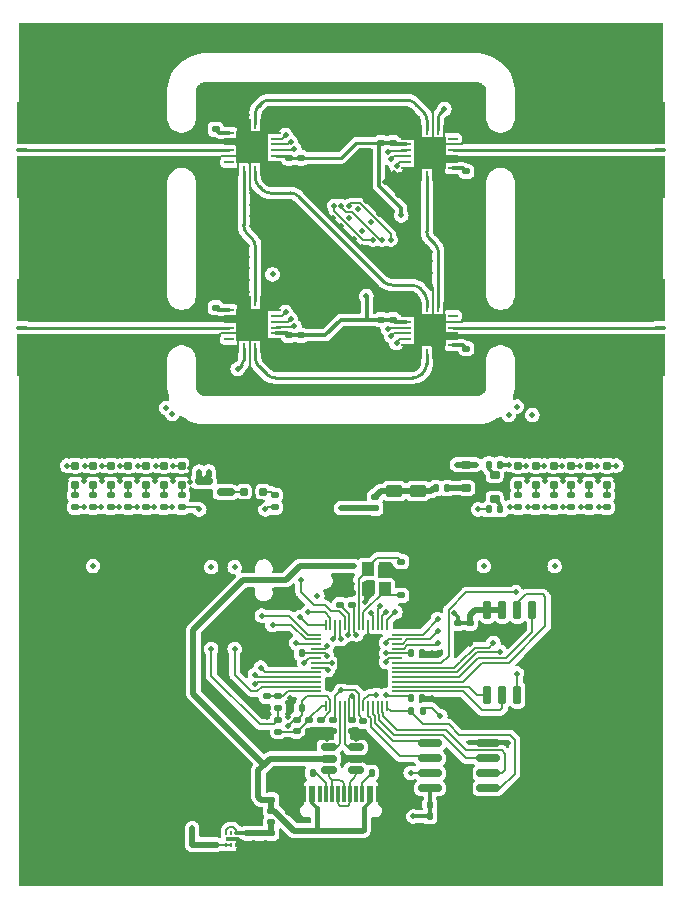
<source format=gtl>
G04 #@! TF.GenerationSoftware,KiCad,Pcbnew,7.0.8-7.0.8~ubuntu22.04.1*
G04 #@! TF.CreationDate,2023-11-30T18:16:29+01:00*
G04 #@! TF.ProjectId,LibreCAL,4c696272-6543-4414-9c2e-6b696361645f,B*
G04 #@! TF.SameCoordinates,Original*
G04 #@! TF.FileFunction,Copper,L1,Top*
G04 #@! TF.FilePolarity,Positive*
%FSLAX46Y46*%
G04 Gerber Fmt 4.6, Leading zero omitted, Abs format (unit mm)*
G04 Created by KiCad (PCBNEW 7.0.8-7.0.8~ubuntu22.04.1) date 2023-11-30 18:16:29*
%MOMM*%
%LPD*%
G01*
G04 APERTURE LIST*
G04 Aperture macros list*
%AMRoundRect*
0 Rectangle with rounded corners*
0 $1 Rounding radius*
0 $2 $3 $4 $5 $6 $7 $8 $9 X,Y pos of 4 corners*
0 Add a 4 corners polygon primitive as box body*
4,1,4,$2,$3,$4,$5,$6,$7,$8,$9,$2,$3,0*
0 Add four circle primitives for the rounded corners*
1,1,$1+$1,$2,$3*
1,1,$1+$1,$4,$5*
1,1,$1+$1,$6,$7*
1,1,$1+$1,$8,$9*
0 Add four rect primitives between the rounded corners*
20,1,$1+$1,$2,$3,$4,$5,0*
20,1,$1+$1,$4,$5,$6,$7,0*
20,1,$1+$1,$6,$7,$8,$9,0*
20,1,$1+$1,$8,$9,$2,$3,0*%
G04 Aperture macros list end*
G04 #@! TA.AperFunction,SMDPad,CuDef*
%ADD10RoundRect,0.135000X0.185000X-0.135000X0.185000X0.135000X-0.185000X0.135000X-0.185000X-0.135000X0*%
G04 #@! TD*
G04 #@! TA.AperFunction,SMDPad,CuDef*
%ADD11RoundRect,0.140000X-0.170000X0.140000X-0.170000X-0.140000X0.170000X-0.140000X0.170000X0.140000X0*%
G04 #@! TD*
G04 #@! TA.AperFunction,SMDPad,CuDef*
%ADD12RoundRect,0.140000X0.170000X-0.140000X0.170000X0.140000X-0.170000X0.140000X-0.170000X-0.140000X0*%
G04 #@! TD*
G04 #@! TA.AperFunction,SMDPad,CuDef*
%ADD13RoundRect,0.090000X-0.210000X0.210000X-0.210000X-0.210000X0.210000X-0.210000X0.210000X0.210000X0*%
G04 #@! TD*
G04 #@! TA.AperFunction,SMDPad,CuDef*
%ADD14RoundRect,0.100000X-0.100000X0.100000X-0.100000X-0.100000X0.100000X-0.100000X0.100000X0.100000X0*%
G04 #@! TD*
G04 #@! TA.AperFunction,SMDPad,CuDef*
%ADD15RoundRect,0.140000X-0.140000X-0.170000X0.140000X-0.170000X0.140000X0.170000X-0.140000X0.170000X0*%
G04 #@! TD*
G04 #@! TA.AperFunction,ComponentPad*
%ADD16C,3.600000*%
G04 #@! TD*
G04 #@! TA.AperFunction,ConnectorPad*
%ADD17C,5.500000*%
G04 #@! TD*
G04 #@! TA.AperFunction,SMDPad,CuDef*
%ADD18RoundRect,0.090000X0.310000X-0.210000X0.310000X0.210000X-0.310000X0.210000X-0.310000X-0.210000X0*%
G04 #@! TD*
G04 #@! TA.AperFunction,SMDPad,CuDef*
%ADD19RoundRect,0.150000X0.150000X-0.150000X0.150000X0.150000X-0.150000X0.150000X-0.150000X-0.150000X0*%
G04 #@! TD*
G04 #@! TA.AperFunction,SMDPad,CuDef*
%ADD20R,0.600000X1.450000*%
G04 #@! TD*
G04 #@! TA.AperFunction,SMDPad,CuDef*
%ADD21R,0.300000X1.450000*%
G04 #@! TD*
G04 #@! TA.AperFunction,ComponentPad*
%ADD22O,1.000000X2.100000*%
G04 #@! TD*
G04 #@! TA.AperFunction,ComponentPad*
%ADD23O,1.000000X1.600000*%
G04 #@! TD*
G04 #@! TA.AperFunction,SMDPad,CuDef*
%ADD24RoundRect,0.150000X0.825000X0.150000X-0.825000X0.150000X-0.825000X-0.150000X0.825000X-0.150000X0*%
G04 #@! TD*
G04 #@! TA.AperFunction,SMDPad,CuDef*
%ADD25RoundRect,0.135000X-0.185000X0.135000X-0.185000X-0.135000X0.185000X-0.135000X0.185000X0.135000X0*%
G04 #@! TD*
G04 #@! TA.AperFunction,SMDPad,CuDef*
%ADD26RoundRect,0.062500X-0.062500X0.350000X-0.062500X-0.350000X0.062500X-0.350000X0.062500X0.350000X0*%
G04 #@! TD*
G04 #@! TA.AperFunction,SMDPad,CuDef*
%ADD27RoundRect,0.062500X-0.350000X0.062500X-0.350000X-0.062500X0.350000X-0.062500X0.350000X0.062500X0*%
G04 #@! TD*
G04 #@! TA.AperFunction,SMDPad,CuDef*
%ADD28R,2.700000X2.700000*%
G04 #@! TD*
G04 #@! TA.AperFunction,SMDPad,CuDef*
%ADD29RoundRect,0.140000X0.140000X0.170000X-0.140000X0.170000X-0.140000X-0.170000X0.140000X-0.170000X0*%
G04 #@! TD*
G04 #@! TA.AperFunction,SMDPad,CuDef*
%ADD30RoundRect,0.075000X-0.425000X-0.075000X0.425000X-0.075000X0.425000X0.075000X-0.425000X0.075000X0*%
G04 #@! TD*
G04 #@! TA.AperFunction,ComponentPad*
%ADD31C,1.400000*%
G04 #@! TD*
G04 #@! TA.AperFunction,SMDPad,CuDef*
%ADD32R,5.540000X3.555000*%
G04 #@! TD*
G04 #@! TA.AperFunction,SMDPad,CuDef*
%ADD33RoundRect,0.075000X0.425000X0.075000X-0.425000X0.075000X-0.425000X-0.075000X0.425000X-0.075000X0*%
G04 #@! TD*
G04 #@! TA.AperFunction,SMDPad,CuDef*
%ADD34RoundRect,0.135000X-0.135000X-0.185000X0.135000X-0.185000X0.135000X0.185000X-0.135000X0.185000X0*%
G04 #@! TD*
G04 #@! TA.AperFunction,SMDPad,CuDef*
%ADD35RoundRect,0.150000X0.150000X-0.650000X0.150000X0.650000X-0.150000X0.650000X-0.150000X-0.650000X0*%
G04 #@! TD*
G04 #@! TA.AperFunction,SMDPad,CuDef*
%ADD36RoundRect,0.147500X-0.172500X0.147500X-0.172500X-0.147500X0.172500X-0.147500X0.172500X0.147500X0*%
G04 #@! TD*
G04 #@! TA.AperFunction,SMDPad,CuDef*
%ADD37RoundRect,0.147500X-0.147500X-0.172500X0.147500X-0.172500X0.147500X0.172500X-0.147500X0.172500X0*%
G04 #@! TD*
G04 #@! TA.AperFunction,SMDPad,CuDef*
%ADD38RoundRect,0.062500X0.062500X-0.350000X0.062500X0.350000X-0.062500X0.350000X-0.062500X-0.350000X0*%
G04 #@! TD*
G04 #@! TA.AperFunction,SMDPad,CuDef*
%ADD39RoundRect,0.062500X0.350000X-0.062500X0.350000X0.062500X-0.350000X0.062500X-0.350000X-0.062500X0*%
G04 #@! TD*
G04 #@! TA.AperFunction,SMDPad,CuDef*
%ADD40RoundRect,0.090000X0.210000X-0.210000X0.210000X0.210000X-0.210000X0.210000X-0.210000X-0.210000X0*%
G04 #@! TD*
G04 #@! TA.AperFunction,SMDPad,CuDef*
%ADD41RoundRect,0.100000X0.100000X-0.100000X0.100000X0.100000X-0.100000X0.100000X-0.100000X-0.100000X0*%
G04 #@! TD*
G04 #@! TA.AperFunction,SMDPad,CuDef*
%ADD42RoundRect,0.045000X0.045000X-0.130000X0.045000X0.130000X-0.045000X0.130000X-0.045000X-0.130000X0*%
G04 #@! TD*
G04 #@! TA.AperFunction,SMDPad,CuDef*
%ADD43R,0.940000X0.300000*%
G04 #@! TD*
G04 #@! TA.AperFunction,SMDPad,CuDef*
%ADD44RoundRect,0.135000X0.135000X0.185000X-0.135000X0.185000X-0.135000X-0.185000X0.135000X-0.185000X0*%
G04 #@! TD*
G04 #@! TA.AperFunction,SMDPad,CuDef*
%ADD45RoundRect,0.150000X0.587500X0.150000X-0.587500X0.150000X-0.587500X-0.150000X0.587500X-0.150000X0*%
G04 #@! TD*
G04 #@! TA.AperFunction,SMDPad,CuDef*
%ADD46RoundRect,0.250000X0.475000X-0.250000X0.475000X0.250000X-0.475000X0.250000X-0.475000X-0.250000X0*%
G04 #@! TD*
G04 #@! TA.AperFunction,SMDPad,CuDef*
%ADD47R,1.000000X1.150000*%
G04 #@! TD*
G04 #@! TA.AperFunction,SMDPad,CuDef*
%ADD48RoundRect,0.090000X-0.210000X-0.210000X0.210000X-0.210000X0.210000X0.210000X-0.210000X0.210000X0*%
G04 #@! TD*
G04 #@! TA.AperFunction,SMDPad,CuDef*
%ADD49RoundRect,0.100000X-0.100000X-0.100000X0.100000X-0.100000X0.100000X0.100000X-0.100000X0.100000X0*%
G04 #@! TD*
G04 #@! TA.AperFunction,SMDPad,CuDef*
%ADD50RoundRect,0.147500X0.172500X-0.147500X0.172500X0.147500X-0.172500X0.147500X-0.172500X-0.147500X0*%
G04 #@! TD*
G04 #@! TA.AperFunction,SMDPad,CuDef*
%ADD51RoundRect,0.050000X0.387500X0.050000X-0.387500X0.050000X-0.387500X-0.050000X0.387500X-0.050000X0*%
G04 #@! TD*
G04 #@! TA.AperFunction,SMDPad,CuDef*
%ADD52RoundRect,0.050000X0.050000X0.387500X-0.050000X0.387500X-0.050000X-0.387500X0.050000X-0.387500X0*%
G04 #@! TD*
G04 #@! TA.AperFunction,SMDPad,CuDef*
%ADD53R,3.200000X3.200000*%
G04 #@! TD*
G04 #@! TA.AperFunction,SMDPad,CuDef*
%ADD54RoundRect,0.150000X0.512500X0.150000X-0.512500X0.150000X-0.512500X-0.150000X0.512500X-0.150000X0*%
G04 #@! TD*
G04 #@! TA.AperFunction,ViaPad*
%ADD55C,0.500000*%
G04 #@! TD*
G04 #@! TA.AperFunction,Conductor*
%ADD56C,0.300000*%
G04 #@! TD*
G04 #@! TA.AperFunction,Conductor*
%ADD57C,0.200000*%
G04 #@! TD*
G04 #@! TA.AperFunction,Conductor*
%ADD58C,0.500000*%
G04 #@! TD*
G04 #@! TA.AperFunction,Conductor*
%ADD59C,0.400000*%
G04 #@! TD*
G04 #@! TA.AperFunction,Conductor*
%ADD60C,0.250000*%
G04 #@! TD*
G04 #@! TA.AperFunction,Conductor*
%ADD61C,0.295000*%
G04 #@! TD*
G04 #@! TA.AperFunction,Conductor*
%ADD62C,0.180000*%
G04 #@! TD*
G04 APERTURE END LIST*
D10*
G04 #@! TO.P,R10,1*
G04 #@! TO.N,P2_V1*
X108000000Y-107210000D03*
G04 #@! TO.P,R10,2*
G04 #@! TO.N,Net-(C34-Pad3)*
X108000000Y-106190000D03*
G04 #@! TD*
D11*
G04 #@! TO.P,C19,1*
G04 #@! TO.N,+1V1*
X129400000Y-125320000D03*
G04 #@! TO.P,C19,2*
G04 #@! TO.N,GND*
X129400000Y-126280000D03*
G04 #@! TD*
D12*
G04 #@! TO.P,C11,1*
G04 #@! TO.N,+5V*
X121600000Y-131980000D03*
G04 #@! TO.P,C11,2*
G04 #@! TO.N,GND*
X121600000Y-131020000D03*
G04 #@! TD*
D13*
G04 #@! TO.P,C45,1,1*
G04 #@! TO.N,Net-(U4-V3)*
X142500000Y-103700000D03*
D14*
G04 #@! TO.P,C45,2,2*
G04 #@! TO.N,GND*
X142900000Y-104500000D03*
X142100000Y-104500000D03*
D13*
G04 #@! TO.P,C45,3,3*
G04 #@! TO.N,Net-(C45-Pad3)*
X142500000Y-105300000D03*
G04 #@! TD*
D11*
G04 #@! TO.P,C27,1*
G04 #@! TO.N,ADC_TEMP*
X121200000Y-123220000D03*
G04 #@! TO.P,C27,2*
G04 #@! TO.N,GND*
X121200000Y-124180000D03*
G04 #@! TD*
D10*
G04 #@! TO.P,R30,1*
G04 #@! TO.N,P1_V2*
X111000000Y-107210000D03*
G04 #@! TO.P,R30,2*
G04 #@! TO.N,Net-(C41-Pad3)*
X111000000Y-106190000D03*
G04 #@! TD*
D12*
G04 #@! TO.P,C14,1*
G04 #@! TO.N,+3V3*
X128400000Y-115480000D03*
G04 #@! TO.P,C14,2*
G04 #@! TO.N,GND*
X128400000Y-114520000D03*
G04 #@! TD*
D15*
G04 #@! TO.P,C16,1*
G04 #@! TO.N,+3V3*
X133420000Y-119600000D03*
G04 #@! TO.P,C16,2*
G04 #@! TO.N,GND*
X134380000Y-119600000D03*
G04 #@! TD*
G04 #@! TO.P,C10,1*
G04 #@! TO.N,+3V3*
X135020000Y-133400000D03*
G04 #@! TO.P,C10,2*
G04 #@! TO.N,GND*
X135980000Y-133400000D03*
G04 #@! TD*
D16*
G04 #@! TO.P,H2,1,1*
G04 #@! TO.N,GND*
X152000000Y-69000000D03*
D17*
X152000000Y-69000000D03*
G04 #@! TD*
D11*
G04 #@! TO.P,C3,1*
G04 #@! TO.N,Net-(U1-VDD)*
X124100000Y-77645000D03*
G04 #@! TO.P,C3,2*
G04 #@! TO.N,GND*
X124100000Y-78605000D03*
G04 #@! TD*
D18*
G04 #@! TO.P,C33,1,1*
G04 #@! TO.N,Net-(C33-Pad1)*
X140500000Y-106500000D03*
D19*
G04 #@! TO.P,C33,2,2*
G04 #@! TO.N,GND*
X139900000Y-105500000D03*
X141100000Y-105500000D03*
D18*
G04 #@! TO.P,C33,3,3*
G04 #@! TO.N,Net-(C33-Pad3)*
X140500000Y-104500000D03*
G04 #@! TD*
D13*
G04 #@! TO.P,C44,1,1*
G04 #@! TO.N,Net-(U4-V2)*
X144000000Y-103700000D03*
D14*
G04 #@! TO.P,C44,2,2*
G04 #@! TO.N,GND*
X144400000Y-104500000D03*
X143600000Y-104500000D03*
D13*
G04 #@! TO.P,C44,3,3*
G04 #@! TO.N,Net-(C44-Pad3)*
X144000000Y-105300000D03*
G04 #@! TD*
D12*
G04 #@! TO.P,C17,1*
G04 #@! TO.N,+1V1*
X127400000Y-115480000D03*
G04 #@! TO.P,C17,2*
G04 #@! TO.N,GND*
X127400000Y-114520000D03*
G04 #@! TD*
D13*
G04 #@! TO.P,C39,1,1*
G04 #@! TO.N,Net-(U2-V3)*
X150000000Y-103700000D03*
D14*
G04 #@! TO.P,C39,2,2*
G04 #@! TO.N,GND*
X150400000Y-104500000D03*
X149600000Y-104500000D03*
D13*
G04 #@! TO.P,C39,3,3*
G04 #@! TO.N,Net-(C39-Pad3)*
X150000000Y-105300000D03*
G04 #@! TD*
D20*
G04 #@! TO.P,J5,A1,GND*
G04 #@! TO.N,GND*
X124250000Y-131455000D03*
G04 #@! TO.P,J5,A4,VBUS*
G04 #@! TO.N,+5V*
X125050000Y-131455000D03*
D21*
G04 #@! TO.P,J5,A5,CC1*
G04 #@! TO.N,Net-(J5-CC1)*
X126250000Y-131455000D03*
G04 #@! TO.P,J5,A6,D+*
G04 #@! TO.N,Net-(U6-I{slash}O1A)*
X127250000Y-131455000D03*
G04 #@! TO.P,J5,A7,D-*
G04 #@! TO.N,Net-(U6-I{slash}O2A)*
X127750000Y-131455000D03*
G04 #@! TO.P,J5,A8,SBU1*
G04 #@! TO.N,unconnected-(J5-SBU1-PadA8)*
X128750000Y-131455000D03*
D20*
G04 #@! TO.P,J5,A9,VBUS*
G04 #@! TO.N,+5V*
X129950000Y-131455000D03*
G04 #@! TO.P,J5,A12,GND*
G04 #@! TO.N,GND*
X130750000Y-131455000D03*
G04 #@! TO.P,J5,B1,GND*
X130750000Y-131455000D03*
G04 #@! TO.P,J5,B4,VBUS*
G04 #@! TO.N,+5V*
X129950000Y-131455000D03*
D21*
G04 #@! TO.P,J5,B5,CC2*
G04 #@! TO.N,Net-(J5-CC2)*
X129250000Y-131455000D03*
G04 #@! TO.P,J5,B6,D+*
G04 #@! TO.N,Net-(U6-I{slash}O1A)*
X128250000Y-131455000D03*
G04 #@! TO.P,J5,B7,D-*
G04 #@! TO.N,Net-(U6-I{slash}O2A)*
X126750000Y-131455000D03*
G04 #@! TO.P,J5,B8,SBU2*
G04 #@! TO.N,unconnected-(J5-SBU2-PadB8)*
X125750000Y-131455000D03*
D20*
G04 #@! TO.P,J5,B9,VBUS*
G04 #@! TO.N,+5V*
X125050000Y-131455000D03*
G04 #@! TO.P,J5,B12,GND*
G04 #@! TO.N,GND*
X124250000Y-131455000D03*
D22*
G04 #@! TO.P,J5,S1,SHIELD*
X123180000Y-132370000D03*
D23*
X123180000Y-136550000D03*
D22*
X131820000Y-132370000D03*
D23*
X131820000Y-136550000D03*
G04 #@! TD*
D13*
G04 #@! TO.P,C38,1,1*
G04 #@! TO.N,Net-(U2-V2)*
X148500000Y-103700000D03*
D14*
G04 #@! TO.P,C38,2,2*
G04 #@! TO.N,GND*
X148900000Y-104500000D03*
X148100000Y-104500000D03*
D13*
G04 #@! TO.P,C38,3,3*
G04 #@! TO.N,Net-(C38-Pad3)*
X148500000Y-105300000D03*
G04 #@! TD*
G04 #@! TO.P,C41,1,1*
G04 #@! TO.N,Net-(U3-V2)*
X111000000Y-103700000D03*
D14*
G04 #@! TO.P,C41,2,2*
G04 #@! TO.N,GND*
X111400000Y-104500000D03*
X110600000Y-104500000D03*
D13*
G04 #@! TO.P,C41,3,3*
G04 #@! TO.N,Net-(C41-Pad3)*
X111000000Y-105300000D03*
G04 #@! TD*
D11*
G04 #@! TO.P,C26,1*
G04 #@! TO.N,+3V3*
X138400000Y-117020000D03*
G04 #@! TO.P,C26,2*
G04 #@! TO.N,GND*
X138400000Y-117980000D03*
G04 #@! TD*
D24*
G04 #@! TO.P,U5,1,~{CS}*
G04 #@! TO.N,Net-(U5-~{CS})*
X139975000Y-131005000D03*
G04 #@! TO.P,U5,2,DO(IO_{1})*
G04 #@! TO.N,Net-(U5-DO(IO_{1}))*
X139975000Y-129735000D03*
G04 #@! TO.P,U5,3,~{WP}(IO_{2})*
G04 #@! TO.N,Net-(U5-~{WP}(IO_{2}))*
X139975000Y-128465000D03*
G04 #@! TO.P,U5,4,GND*
G04 #@! TO.N,GND*
X139975000Y-127195000D03*
G04 #@! TO.P,U5,5,DI(IO_{0})*
G04 #@! TO.N,Net-(U5-DI(IO_{0}))*
X135025000Y-127195000D03*
G04 #@! TO.P,U5,6,CLK*
G04 #@! TO.N,Net-(U5-CLK)*
X135025000Y-128465000D03*
G04 #@! TO.P,U5,7,~{HOLD}(IO_{3})*
G04 #@! TO.N,Net-(U5-~{HOLD}(IO_{3}))*
X135025000Y-129735000D03*
G04 #@! TO.P,U5,8,VCC*
G04 #@! TO.N,+3V3*
X135025000Y-131005000D03*
G04 #@! TD*
D12*
G04 #@! TO.P,C7,1*
G04 #@! TO.N,Net-(U1-VDD)*
X131900000Y-76355000D03*
G04 #@! TO.P,C7,2*
G04 #@! TO.N,GND*
X131900000Y-75395000D03*
G04 #@! TD*
D11*
G04 #@! TO.P,C13,1*
G04 #@! TO.N,Net-(U7-XOUT)*
X132600000Y-111820000D03*
G04 #@! TO.P,C13,2*
G04 #@! TO.N,GND*
X132600000Y-112780000D03*
G04 #@! TD*
D10*
G04 #@! TO.P,R1,1*
G04 #@! TO.N,Net-(U1-RF6)*
X116900000Y-75210000D03*
G04 #@! TO.P,R1,2*
G04 #@! TO.N,GND*
X116900000Y-74190000D03*
G04 #@! TD*
D16*
G04 #@! TO.P,H5,1,1*
G04 #@! TO.N,GND*
X152000000Y-100000000D03*
D17*
X152000000Y-100000000D03*
G04 #@! TD*
D25*
G04 #@! TO.P,R3,1*
G04 #@! TO.N,Net-(U3-RF6)*
X138100000Y-78790000D03*
G04 #@! TO.P,R3,2*
G04 #@! TO.N,GND*
X138100000Y-79810000D03*
G04 #@! TD*
D13*
G04 #@! TO.P,C43,1,1*
G04 #@! TO.N,Net-(U4-V1)*
X145500000Y-103700000D03*
D14*
G04 #@! TO.P,C43,2,2*
G04 #@! TO.N,GND*
X145900000Y-104500000D03*
X145100000Y-104500000D03*
D13*
G04 #@! TO.P,C43,3,3*
G04 #@! TO.N,Net-(C43-Pad3)*
X145500000Y-105300000D03*
G04 #@! TD*
D11*
G04 #@! TO.P,C30,1*
G04 #@! TO.N,Net-(U9-EN)*
X119600000Y-134820000D03*
G04 #@! TO.P,C30,2*
G04 #@! TO.N,GND*
X119600000Y-135780000D03*
G04 #@! TD*
D26*
G04 #@! TO.P,U4,1,LS*
G04 #@! TO.N,GND*
X136250000Y-90287500D03*
G04 #@! TO.P,U4,2,RF2*
G04 #@! TO.N,/PortSwitch/U3_RF4_U4_RF2*
X135750000Y-90287500D03*
G04 #@! TO.P,U4,3,GND*
G04 #@! TO.N,GND*
X135250000Y-90287500D03*
G04 #@! TO.P,U4,4,RF3*
G04 #@! TO.N,/PortSwitch/U1_RF3_U4_RF3*
X134750000Y-90287500D03*
G04 #@! TO.P,U4,5,GND*
G04 #@! TO.N,GND*
X134250000Y-90287500D03*
G04 #@! TO.P,U4,6,GND*
X133750000Y-90287500D03*
D27*
G04 #@! TO.P,U4,7,GND*
X133037500Y-91000000D03*
G04 #@! TO.P,U4,8,VDD*
G04 #@! TO.N,Net-(U1-VDD)*
X133037500Y-91500000D03*
G04 #@! TO.P,U4,9,V1*
G04 #@! TO.N,Net-(U4-V1)*
X133037500Y-92000000D03*
G04 #@! TO.P,U4,10,V2*
G04 #@! TO.N,Net-(U4-V2)*
X133037500Y-92500000D03*
G04 #@! TO.P,U4,11,V3*
G04 #@! TO.N,Net-(U4-V3)*
X133037500Y-93000000D03*
G04 #@! TO.P,U4,12,GND*
G04 #@! TO.N,GND*
X133037500Y-93500000D03*
D26*
G04 #@! TO.P,U4,13,GND*
X133750000Y-94212500D03*
G04 #@! TO.P,U4,14,GND*
X134250000Y-94212500D03*
G04 #@! TO.P,U4,15,RF4*
G04 #@! TO.N,/PortSwitch/U2_RF3_U4_RF4*
X134750000Y-94212500D03*
G04 #@! TO.P,U4,16,GND*
G04 #@! TO.N,GND*
X135250000Y-94212500D03*
G04 #@! TO.P,U4,17,RF5*
X135750000Y-94212500D03*
G04 #@! TO.P,U4,18,GND*
X136250000Y-94212500D03*
D27*
G04 #@! TO.P,U4,19,RF6*
G04 #@! TO.N,Net-(U4-RF6)*
X136962500Y-93500000D03*
G04 #@! TO.P,U4,20,NC*
G04 #@! TO.N,GND*
X136962500Y-93000000D03*
G04 #@! TO.P,U4,21,GND*
X136962500Y-92500000D03*
G04 #@! TO.P,U4,22,RFC*
G04 #@! TO.N,/PortSwitch/U4_RFC_J3*
X136962500Y-92000000D03*
G04 #@! TO.P,U4,23,GND*
G04 #@! TO.N,GND*
X136962500Y-91500000D03*
G04 #@! TO.P,U4,24,RF1*
G04 #@! TO.N,unconnected-(U4-RF1-Pad24)*
X136962500Y-91000000D03*
D28*
G04 #@! TO.P,U4,25,GND*
G04 #@! TO.N,GND*
X135000000Y-92250000D03*
G04 #@! TD*
D13*
G04 #@! TO.P,C34,1,1*
G04 #@! TO.N,Net-(U1-V1)*
X108000000Y-103700000D03*
D14*
G04 #@! TO.P,C34,2,2*
G04 #@! TO.N,GND*
X108400000Y-104500000D03*
X107600000Y-104500000D03*
D13*
G04 #@! TO.P,C34,3,3*
G04 #@! TO.N,Net-(C34-Pad3)*
X108000000Y-105300000D03*
G04 #@! TD*
D29*
G04 #@! TO.P,C20,1*
G04 #@! TO.N,+3V3*
X124180000Y-124200000D03*
G04 #@! TO.P,C20,2*
G04 #@! TO.N,GND*
X123220000Y-124200000D03*
G04 #@! TD*
D15*
G04 #@! TO.P,C9,1*
G04 #@! TO.N,+3V3*
X135020000Y-132400000D03*
G04 #@! TO.P,C9,2*
G04 #@! TO.N,GND*
X135980000Y-132400000D03*
G04 #@! TD*
D13*
G04 #@! TO.P,C36,1,1*
G04 #@! TO.N,Net-(U1-V3)*
X105000000Y-103700000D03*
D14*
G04 #@! TO.P,C36,2,2*
G04 #@! TO.N,GND*
X105400000Y-104500000D03*
X104600000Y-104500000D03*
D13*
G04 #@! TO.P,C36,3,3*
G04 #@! TO.N,Net-(C36-Pad3)*
X105000000Y-105300000D03*
G04 #@! TD*
D10*
G04 #@! TO.P,R11,1*
G04 #@! TO.N,P2_V2*
X106500000Y-107210000D03*
G04 #@! TO.P,R11,2*
G04 #@! TO.N,Net-(C35-Pad3)*
X106500000Y-106190000D03*
G04 #@! TD*
D11*
G04 #@! TO.P,C25,1*
G04 #@! TO.N,+3V3*
X137400000Y-117020000D03*
G04 #@! TO.P,C25,2*
G04 #@! TO.N,GND*
X137400000Y-117980000D03*
G04 #@! TD*
D16*
G04 #@! TO.P,H3,1,1*
G04 #@! TO.N,GND*
X103000000Y-69000000D03*
D17*
X103000000Y-69000000D03*
G04 #@! TD*
D10*
G04 #@! TO.P,R25,1*
G04 #@! TO.N,P2_V3*
X105000000Y-107210000D03*
G04 #@! TO.P,R25,2*
G04 #@! TO.N,Net-(C36-Pad3)*
X105000000Y-106190000D03*
G04 #@! TD*
G04 #@! TO.P,R12,1*
G04 #@! TO.N,+3.3VADC*
X122200000Y-126210000D03*
G04 #@! TO.P,R12,2*
G04 #@! TO.N,Net-(R12-Pad2)*
X122200000Y-125190000D03*
G04 #@! TD*
D30*
G04 #@! TO.P,J1,1,In*
G04 #@! TO.N,/PortSwitch/U3_RFC_J1*
X154500000Y-77000000D03*
D31*
G04 #@! TO.P,J1,2,Ext*
G04 #@! TO.N,GND*
X153250000Y-78220000D03*
G04 #@! TO.P,J1,3,Ext*
X151040000Y-78220000D03*
G04 #@! TO.P,J1,4,Ext*
X153250000Y-75780000D03*
G04 #@! TO.P,J1,5,Ext*
X151040000Y-75780000D03*
D32*
G04 #@! TO.P,J1,6,Ext*
X152230000Y-74712500D03*
G04 #@! TO.P,J1,7,Ext*
X152230000Y-79287500D03*
G04 #@! TD*
D13*
G04 #@! TO.P,C40,1,1*
G04 #@! TO.N,Net-(U3-V1)*
X109500000Y-103700000D03*
D14*
G04 #@! TO.P,C40,2,2*
G04 #@! TO.N,GND*
X109900000Y-104500000D03*
X109100000Y-104500000D03*
D13*
G04 #@! TO.P,C40,3,3*
G04 #@! TO.N,Net-(C40-Pad3)*
X109500000Y-105300000D03*
G04 #@! TD*
D11*
G04 #@! TO.P,C28,1*
G04 #@! TO.N,Net-(U9-EN)*
X121600000Y-134820000D03*
G04 #@! TO.P,C28,2*
G04 #@! TO.N,GND*
X121600000Y-135780000D03*
G04 #@! TD*
D33*
G04 #@! TO.P,J2,1,In*
G04 #@! TO.N,/PortSwitch/U1_RFC_J2*
X100500000Y-77000000D03*
D31*
G04 #@! TO.P,J2,2,Ext*
G04 #@! TO.N,GND*
X101750000Y-75780000D03*
G04 #@! TO.P,J2,3,Ext*
X103960000Y-75780000D03*
G04 #@! TO.P,J2,4,Ext*
X101750000Y-78220000D03*
G04 #@! TO.P,J2,5,Ext*
X103960000Y-78220000D03*
D32*
G04 #@! TO.P,J2,6,Ext*
X102770000Y-79287500D03*
G04 #@! TO.P,J2,7,Ext*
X102770000Y-74712500D03*
G04 #@! TD*
D34*
G04 #@! TO.P,R7,1*
G04 #@! TO.N,Net-(U5-~{CS})*
X133390000Y-124500000D03*
G04 #@! TO.P,R7,2*
G04 #@! TO.N,Net-(SW1-A)*
X134410000Y-124500000D03*
G04 #@! TD*
D10*
G04 #@! TO.P,R13,1*
G04 #@! TO.N,Net-(R12-Pad2)*
X122200000Y-124210000D03*
G04 #@! TO.P,R13,2*
G04 #@! TO.N,ADC_TEMP*
X122200000Y-123190000D03*
G04 #@! TD*
D35*
G04 #@! TO.P,U8,1,~{CS}*
G04 #@! TO.N,Net-(U7-GPIO1)*
X139895000Y-123100000D03*
G04 #@! TO.P,U8,2,DO(IO_{1})*
G04 #@! TO.N,Net-(U7-GPIO0)*
X141165000Y-123100000D03*
G04 #@! TO.P,U8,3,~{WP}(IO_{2})*
G04 #@! TO.N,+3V3*
X142435000Y-123100000D03*
G04 #@! TO.P,U8,4,GND*
G04 #@! TO.N,GND*
X143705000Y-123100000D03*
G04 #@! TO.P,U8,5,DI(IO_{0})*
G04 #@! TO.N,Net-(U7-GPIO3)*
X143705000Y-115900000D03*
G04 #@! TO.P,U8,6,CLK*
G04 #@! TO.N,Net-(U7-GPIO2)*
X142435000Y-115900000D03*
G04 #@! TO.P,U8,7,~{HOLD}(IO_{3})*
G04 #@! TO.N,+3V3*
X141165000Y-115900000D03*
G04 #@! TO.P,U8,8,VCC*
X139895000Y-115900000D03*
G04 #@! TD*
D10*
G04 #@! TO.P,R26,1*
G04 #@! TO.N,P4_V1*
X147000000Y-107210000D03*
G04 #@! TO.P,R26,2*
G04 #@! TO.N,Net-(C37-Pad3)*
X147000000Y-106190000D03*
G04 #@! TD*
D36*
G04 #@! TO.P,FB1,1*
G04 #@! TO.N,+3V3*
X123800000Y-125215000D03*
G04 #@! TO.P,FB1,2*
G04 #@! TO.N,+3.3VADC*
X123800000Y-126185000D03*
G04 #@! TD*
G04 #@! TO.P,FB2,1*
G04 #@! TO.N,+5V*
X121600000Y-132915000D03*
G04 #@! TO.P,FB2,2*
G04 #@! TO.N,Net-(U9-EN)*
X121600000Y-133885000D03*
G04 #@! TD*
D11*
G04 #@! TO.P,C22,1*
G04 #@! TO.N,+3V3*
X128400000Y-125220000D03*
G04 #@! TO.P,C22,2*
G04 #@! TO.N,GND*
X128400000Y-126180000D03*
G04 #@! TD*
D10*
G04 #@! TO.P,R27,1*
G04 #@! TO.N,P4_V2*
X148500000Y-107210000D03*
G04 #@! TO.P,R27,2*
G04 #@! TO.N,Net-(C38-Pad3)*
X148500000Y-106190000D03*
G04 #@! TD*
D16*
G04 #@! TO.P,H4,1,1*
G04 #@! TO.N,GND*
X103000000Y-136500000D03*
D17*
X103000000Y-136500000D03*
G04 #@! TD*
D13*
G04 #@! TO.P,C37,1,1*
G04 #@! TO.N,Net-(U2-V1)*
X147000000Y-103700000D03*
D14*
G04 #@! TO.P,C37,2,2*
G04 #@! TO.N,GND*
X147400000Y-104500000D03*
X146600000Y-104500000D03*
D13*
G04 #@! TO.P,C37,3,3*
G04 #@! TO.N,Net-(C37-Pad3)*
X147000000Y-105300000D03*
G04 #@! TD*
D37*
G04 #@! TO.P,FB3,1*
G04 #@! TO.N,+3V3*
X140015000Y-107400000D03*
G04 #@! TO.P,FB3,2*
G04 #@! TO.N,Net-(C33-Pad1)*
X140985000Y-107400000D03*
G04 #@! TD*
D12*
G04 #@! TO.P,C6,1*
G04 #@! TO.N,Net-(U1-VDD)*
X130900000Y-91330000D03*
G04 #@! TO.P,C6,2*
G04 #@! TO.N,GND*
X130900000Y-90370000D03*
G04 #@! TD*
D38*
G04 #@! TO.P,U1,1,LS*
G04 #@! TO.N,GND*
X118750000Y-78712500D03*
G04 #@! TO.P,U1,2,RF2*
G04 #@! TO.N,/PortSwitch/U1_RF2_U2_RF4*
X119250000Y-78712500D03*
G04 #@! TO.P,U1,3,GND*
G04 #@! TO.N,GND*
X119750000Y-78712500D03*
G04 #@! TO.P,U1,4,RF3*
G04 #@! TO.N,/PortSwitch/U1_RF3_U4_RF3*
X120250000Y-78712500D03*
G04 #@! TO.P,U1,5,GND*
G04 #@! TO.N,GND*
X120750000Y-78712500D03*
G04 #@! TO.P,U1,6,GND*
X121250000Y-78712500D03*
D39*
G04 #@! TO.P,U1,7,GND*
X121962500Y-78000000D03*
G04 #@! TO.P,U1,8,VDD*
G04 #@! TO.N,Net-(U1-VDD)*
X121962500Y-77500000D03*
G04 #@! TO.P,U1,9,V1*
G04 #@! TO.N,Net-(U1-V1)*
X121962500Y-77000000D03*
G04 #@! TO.P,U1,10,V2*
G04 #@! TO.N,Net-(U1-V2)*
X121962500Y-76500000D03*
G04 #@! TO.P,U1,11,V3*
G04 #@! TO.N,Net-(U1-V3)*
X121962500Y-76000000D03*
G04 #@! TO.P,U1,12,GND*
G04 #@! TO.N,GND*
X121962500Y-75500000D03*
D38*
G04 #@! TO.P,U1,13,GND*
X121250000Y-74787500D03*
G04 #@! TO.P,U1,14,GND*
X120750000Y-74787500D03*
G04 #@! TO.P,U1,15,RF4*
G04 #@! TO.N,/PortSwitch/U1_RF4_U3_RF3*
X120250000Y-74787500D03*
G04 #@! TO.P,U1,16,GND*
G04 #@! TO.N,GND*
X119750000Y-74787500D03*
G04 #@! TO.P,U1,17,RF5*
X119250000Y-74787500D03*
G04 #@! TO.P,U1,18,GND*
X118750000Y-74787500D03*
D39*
G04 #@! TO.P,U1,19,RF6*
G04 #@! TO.N,Net-(U1-RF6)*
X118037500Y-75500000D03*
G04 #@! TO.P,U1,20,NC*
G04 #@! TO.N,GND*
X118037500Y-76000000D03*
G04 #@! TO.P,U1,21,GND*
X118037500Y-76500000D03*
G04 #@! TO.P,U1,22,RFC*
G04 #@! TO.N,/PortSwitch/U1_RFC_J2*
X118037500Y-77000000D03*
G04 #@! TO.P,U1,23,GND*
G04 #@! TO.N,GND*
X118037500Y-77500000D03*
G04 #@! TO.P,U1,24,RF1*
G04 #@! TO.N,unconnected-(U1-RF1-Pad24)*
X118037500Y-78000000D03*
D28*
G04 #@! TO.P,U1,25,GND*
G04 #@! TO.N,GND*
X120000000Y-76750000D03*
G04 #@! TD*
D12*
G04 #@! TO.P,C12,1*
G04 #@! TO.N,Net-(U7-XIN)*
X132600000Y-114680000D03*
G04 #@! TO.P,C12,2*
G04 #@! TO.N,GND*
X132600000Y-113720000D03*
G04 #@! TD*
D40*
G04 #@! TO.P,C50,1,1*
G04 #@! TO.N,Net-(C50-Pad1)*
X114000000Y-105300000D03*
D41*
G04 #@! TO.P,C50,2,2*
G04 #@! TO.N,GND*
X113600000Y-104500000D03*
X114400000Y-104500000D03*
D40*
G04 #@! TO.P,C50,3,3*
G04 #@! TO.N,Net-(C50-Pad3)*
X114000000Y-103700000D03*
G04 #@! TD*
D11*
G04 #@! TO.P,C29,1*
G04 #@! TO.N,Net-(U9-EN)*
X120600000Y-134820000D03*
G04 #@! TO.P,C29,2*
G04 #@! TO.N,GND*
X120600000Y-135780000D03*
G04 #@! TD*
D42*
G04 #@! TO.P,U9,1,VOUT*
G04 #@! TO.N,+3V3*
X117800000Y-135825000D03*
G04 #@! TO.P,U9,2,VOUT*
X118200000Y-135825000D03*
G04 #@! TO.P,U9,3,GND*
G04 #@! TO.N,GND*
X118600000Y-135825000D03*
G04 #@! TO.P,U9,4,EN*
G04 #@! TO.N,Net-(U9-EN)*
X118600000Y-134775000D03*
G04 #@! TO.P,U9,5,NC*
G04 #@! TO.N,unconnected-(U9-NC-Pad5)*
X118200000Y-134775000D03*
G04 #@! TO.P,U9,6,VIN*
G04 #@! TO.N,Net-(U9-EN)*
X117800000Y-134775000D03*
D43*
G04 #@! TO.P,U9,7,EP*
G04 #@! TO.N,GND*
X118200000Y-135300000D03*
G04 #@! TD*
D44*
G04 #@! TO.P,R6,1*
G04 #@! TO.N,Net-(J5-CC1)*
X125110000Y-129700000D03*
G04 #@! TO.P,R6,2*
G04 #@! TO.N,GND*
X124090000Y-129700000D03*
G04 #@! TD*
D10*
G04 #@! TO.P,R29,1*
G04 #@! TO.N,P1_V1*
X109500000Y-107210000D03*
G04 #@! TO.P,R29,2*
G04 #@! TO.N,Net-(C40-Pad3)*
X109500000Y-106190000D03*
G04 #@! TD*
D11*
G04 #@! TO.P,C21,1*
G04 #@! TO.N,+1V1*
X126800000Y-125220000D03*
G04 #@! TO.P,C21,2*
G04 #@! TO.N,GND*
X126800000Y-126180000D03*
G04 #@! TD*
D13*
G04 #@! TO.P,C35,1,1*
G04 #@! TO.N,Net-(U1-V2)*
X106500000Y-103700000D03*
D14*
G04 #@! TO.P,C35,2,2*
G04 #@! TO.N,GND*
X106900000Y-104500000D03*
X106100000Y-104500000D03*
D13*
G04 #@! TO.P,C35,3,3*
G04 #@! TO.N,Net-(C35-Pad3)*
X106500000Y-105300000D03*
G04 #@! TD*
D45*
G04 #@! TO.P,Q1,1,G*
G04 #@! TO.N,Net-(Q1-G)*
X117737500Y-105950000D03*
G04 #@! TO.P,Q1,2,S*
G04 #@! TO.N,GND*
X117737500Y-104050000D03*
G04 #@! TO.P,Q1,3,D*
G04 #@! TO.N,Net-(Q1-D)*
X115862500Y-105000000D03*
G04 #@! TD*
D18*
G04 #@! TO.P,C49,1,1*
G04 #@! TO.N,Net-(C49-Pad1)*
X138100000Y-105600000D03*
D19*
G04 #@! TO.P,C49,2,2*
G04 #@! TO.N,GND*
X137500000Y-104600000D03*
X138700000Y-104600000D03*
D18*
G04 #@! TO.P,C49,3,3*
G04 #@! TO.N,Net-(C49-Pad3)*
X138100000Y-103600000D03*
G04 #@! TD*
D10*
G04 #@! TO.P,R31,1*
G04 #@! TO.N,P1_V3*
X112500000Y-107210000D03*
G04 #@! TO.P,R31,2*
G04 #@! TO.N,Net-(C42-Pad3)*
X112500000Y-106190000D03*
G04 #@! TD*
D37*
G04 #@! TO.P,FB4,1*
G04 #@! TO.N,Net-(C33-Pad3)*
X140015000Y-103600000D03*
G04 #@! TO.P,FB4,2*
G04 #@! TO.N,Net-(U1-VDD)*
X140985000Y-103600000D03*
G04 #@! TD*
D10*
G04 #@! TO.P,R34,1*
G04 #@! TO.N,P3_V3*
X142500000Y-107210000D03*
G04 #@! TO.P,R34,2*
G04 #@! TO.N,Net-(C45-Pad3)*
X142500000Y-106190000D03*
G04 #@! TD*
D46*
G04 #@! TO.P,C46,1*
G04 #@! TO.N,Net-(C46-Pad1)*
X132000000Y-105850000D03*
G04 #@! TO.P,C46,2*
G04 #@! TO.N,GND*
X132000000Y-103950000D03*
G04 #@! TD*
D16*
G04 #@! TO.P,H6,1,1*
G04 #@! TO.N,GND*
X103000000Y-100000000D03*
D17*
X103000000Y-100000000D03*
G04 #@! TD*
D34*
G04 #@! TO.P,R5,1*
G04 #@! TO.N,Net-(J5-CC2)*
X130090000Y-129700000D03*
G04 #@! TO.P,R5,2*
G04 #@! TO.N,GND*
X131110000Y-129700000D03*
G04 #@! TD*
D30*
G04 #@! TO.P,J3,1,In*
G04 #@! TO.N,/PortSwitch/U4_RFC_J3*
X154500000Y-92000000D03*
D31*
G04 #@! TO.P,J3,2,Ext*
G04 #@! TO.N,GND*
X153250000Y-93220000D03*
G04 #@! TO.P,J3,3,Ext*
X151040000Y-93220000D03*
G04 #@! TO.P,J3,4,Ext*
X153250000Y-90780000D03*
G04 #@! TO.P,J3,5,Ext*
X151040000Y-90780000D03*
D32*
G04 #@! TO.P,J3,6,Ext*
X152230000Y-89712500D03*
G04 #@! TO.P,J3,7,Ext*
X152230000Y-94287500D03*
G04 #@! TD*
D10*
G04 #@! TO.P,R35,1*
G04 #@! TO.N,HEATER*
X121900000Y-107210000D03*
G04 #@! TO.P,R35,2*
G04 #@! TO.N,Net-(C48-Pad3)*
X121900000Y-106190000D03*
G04 #@! TD*
D47*
G04 #@! TO.P,Y1,1,1*
G04 #@! TO.N,Net-(U7-XIN)*
X131200000Y-114175000D03*
G04 #@! TO.P,Y1,2,2*
G04 #@! TO.N,GND*
X131200000Y-112425000D03*
G04 #@! TO.P,Y1,3,3*
G04 #@! TO.N,Net-(U7-XOUT)*
X129800000Y-112425000D03*
G04 #@! TO.P,Y1,4,4*
G04 #@! TO.N,GND*
X129800000Y-114175000D03*
G04 #@! TD*
D10*
G04 #@! TO.P,R28,1*
G04 #@! TO.N,P4_V3*
X150000000Y-107210000D03*
G04 #@! TO.P,R28,2*
G04 #@! TO.N,Net-(C39-Pad3)*
X150000000Y-106190000D03*
G04 #@! TD*
D26*
G04 #@! TO.P,U3,1,LS*
G04 #@! TO.N,GND*
X136250000Y-75287500D03*
G04 #@! TO.P,U3,2,RF2*
G04 #@! TO.N,/PortSwitch/U3_RF2_U2_RF2*
X135750000Y-75287500D03*
G04 #@! TO.P,U3,3,GND*
G04 #@! TO.N,GND*
X135250000Y-75287500D03*
G04 #@! TO.P,U3,4,RF3*
G04 #@! TO.N,/PortSwitch/U1_RF4_U3_RF3*
X134750000Y-75287500D03*
G04 #@! TO.P,U3,5,GND*
G04 #@! TO.N,GND*
X134250000Y-75287500D03*
G04 #@! TO.P,U3,6,GND*
X133750000Y-75287500D03*
D27*
G04 #@! TO.P,U3,7,GND*
X133037500Y-76000000D03*
G04 #@! TO.P,U3,8,VDD*
G04 #@! TO.N,Net-(U1-VDD)*
X133037500Y-76500000D03*
G04 #@! TO.P,U3,9,V1*
G04 #@! TO.N,Net-(U3-V1)*
X133037500Y-77000000D03*
G04 #@! TO.P,U3,10,V2*
G04 #@! TO.N,Net-(U3-V2)*
X133037500Y-77500000D03*
G04 #@! TO.P,U3,11,V3*
G04 #@! TO.N,Net-(U3-V3)*
X133037500Y-78000000D03*
G04 #@! TO.P,U3,12,GND*
G04 #@! TO.N,GND*
X133037500Y-78500000D03*
D26*
G04 #@! TO.P,U3,13,GND*
X133750000Y-79212500D03*
G04 #@! TO.P,U3,14,GND*
X134250000Y-79212500D03*
G04 #@! TO.P,U3,15,RF4*
G04 #@! TO.N,/PortSwitch/U3_RF4_U4_RF2*
X134750000Y-79212500D03*
G04 #@! TO.P,U3,16,GND*
G04 #@! TO.N,GND*
X135250000Y-79212500D03*
G04 #@! TO.P,U3,17,RF5*
X135750000Y-79212500D03*
G04 #@! TO.P,U3,18,GND*
X136250000Y-79212500D03*
D27*
G04 #@! TO.P,U3,19,RF6*
G04 #@! TO.N,Net-(U3-RF6)*
X136962500Y-78500000D03*
G04 #@! TO.P,U3,20,NC*
G04 #@! TO.N,GND*
X136962500Y-78000000D03*
G04 #@! TO.P,U3,21,GND*
X136962500Y-77500000D03*
G04 #@! TO.P,U3,22,RFC*
G04 #@! TO.N,/PortSwitch/U3_RFC_J1*
X136962500Y-77000000D03*
G04 #@! TO.P,U3,23,GND*
G04 #@! TO.N,GND*
X136962500Y-76500000D03*
G04 #@! TO.P,U3,24,RF1*
G04 #@! TO.N,unconnected-(U3-RF1-Pad24)*
X136962500Y-76000000D03*
D28*
G04 #@! TO.P,U3,25,GND*
G04 #@! TO.N,GND*
X135000000Y-77250000D03*
G04 #@! TD*
D11*
G04 #@! TO.P,C1,1*
G04 #@! TO.N,Net-(U1-VDD)*
X123100000Y-77645000D03*
G04 #@! TO.P,C1,2*
G04 #@! TO.N,GND*
X123100000Y-78605000D03*
G04 #@! TD*
D48*
G04 #@! TO.P,C48,1,1*
G04 #@! TO.N,Net-(Q1-G)*
X119300000Y-105900000D03*
D49*
G04 #@! TO.P,C48,2,2*
G04 #@! TO.N,GND*
X120100000Y-105500000D03*
X120100000Y-106300000D03*
D48*
G04 #@! TO.P,C48,3,3*
G04 #@! TO.N,Net-(C48-Pad3)*
X120900000Y-105900000D03*
G04 #@! TD*
D15*
G04 #@! TO.P,C15,1*
G04 #@! TO.N,+3V3*
X133420000Y-123400000D03*
G04 #@! TO.P,C15,2*
G04 #@! TO.N,GND*
X134380000Y-123400000D03*
G04 #@! TD*
D10*
G04 #@! TO.P,R32,1*
G04 #@! TO.N,P3_V1*
X145500000Y-107210000D03*
G04 #@! TO.P,R32,2*
G04 #@! TO.N,Net-(C43-Pad3)*
X145500000Y-106190000D03*
G04 #@! TD*
D46*
G04 #@! TO.P,C47,1*
G04 #@! TO.N,Net-(C46-Pad1)*
X134000000Y-105850000D03*
G04 #@! TO.P,C47,2*
G04 #@! TO.N,GND*
X134000000Y-103950000D03*
G04 #@! TD*
D11*
G04 #@! TO.P,C23,1*
G04 #@! TO.N,+3V3*
X125800000Y-125220000D03*
G04 #@! TO.P,C23,2*
G04 #@! TO.N,GND*
X125800000Y-126180000D03*
G04 #@! TD*
D12*
G04 #@! TO.P,C31,1*
G04 #@! TO.N,+3V3*
X116800000Y-135780000D03*
G04 #@! TO.P,C31,2*
G04 #@! TO.N,GND*
X116800000Y-134820000D03*
G04 #@! TD*
D16*
G04 #@! TO.P,H1,1,1*
G04 #@! TO.N,GND*
X152000000Y-136500000D03*
D17*
X152000000Y-136500000D03*
G04 #@! TD*
D11*
G04 #@! TO.P,C24,1*
G04 #@! TO.N,+3.3VADC*
X124800000Y-125220000D03*
G04 #@! TO.P,C24,2*
G04 #@! TO.N,GND*
X124800000Y-126180000D03*
G04 #@! TD*
D25*
G04 #@! TO.P,R36,1*
G04 #@! TO.N,Net-(C50-Pad1)*
X114000000Y-106190000D03*
G04 #@! TO.P,R36,2*
G04 #@! TO.N,Net-(R12-Pad2)*
X114000000Y-107210000D03*
G04 #@! TD*
D50*
G04 #@! TO.P,FB5,1*
G04 #@! TO.N,+5V*
X130400000Y-107285000D03*
G04 #@! TO.P,FB5,2*
G04 #@! TO.N,Net-(C46-Pad1)*
X130400000Y-106315000D03*
G04 #@! TD*
D33*
G04 #@! TO.P,J4,1,In*
G04 #@! TO.N,/PortSwitch/U2_RFC_J4*
X100500000Y-92000000D03*
D31*
G04 #@! TO.P,J4,2,Ext*
G04 #@! TO.N,GND*
X101750000Y-90780000D03*
G04 #@! TO.P,J4,3,Ext*
X103960000Y-90780000D03*
G04 #@! TO.P,J4,4,Ext*
X101750000Y-93220000D03*
G04 #@! TO.P,J4,5,Ext*
X103960000Y-93220000D03*
D32*
G04 #@! TO.P,J4,6,Ext*
X102770000Y-94287500D03*
G04 #@! TO.P,J4,7,Ext*
X102770000Y-89712500D03*
G04 #@! TD*
D10*
G04 #@! TO.P,R33,1*
G04 #@! TO.N,P3_V2*
X144000000Y-107210000D03*
G04 #@! TO.P,R33,2*
G04 #@! TO.N,Net-(C44-Pad3)*
X144000000Y-106190000D03*
G04 #@! TD*
D11*
G04 #@! TO.P,C2,1*
G04 #@! TO.N,Net-(U1-VDD)*
X123100000Y-92670000D03*
G04 #@! TO.P,C2,2*
G04 #@! TO.N,GND*
X123100000Y-93630000D03*
G04 #@! TD*
D13*
G04 #@! TO.P,C42,1,1*
G04 #@! TO.N,Net-(U3-V3)*
X112500000Y-103700000D03*
D14*
G04 #@! TO.P,C42,2,2*
G04 #@! TO.N,GND*
X112900000Y-104500000D03*
X112100000Y-104500000D03*
D13*
G04 #@! TO.P,C42,3,3*
G04 #@! TO.N,Net-(C42-Pad3)*
X112500000Y-105300000D03*
G04 #@! TD*
D11*
G04 #@! TO.P,C4,1*
G04 #@! TO.N,Net-(U1-VDD)*
X124100000Y-92670000D03*
G04 #@! TO.P,C4,2*
G04 #@! TO.N,GND*
X124100000Y-93630000D03*
G04 #@! TD*
D12*
G04 #@! TO.P,C32,1*
G04 #@! TO.N,+3V3*
X115800000Y-135780000D03*
G04 #@! TO.P,C32,2*
G04 #@! TO.N,GND*
X115800000Y-134820000D03*
G04 #@! TD*
D10*
G04 #@! TO.P,R2,1*
G04 #@! TO.N,Net-(U2-RF6)*
X116900000Y-90310000D03*
G04 #@! TO.P,R2,2*
G04 #@! TO.N,GND*
X116900000Y-89290000D03*
G04 #@! TD*
D37*
G04 #@! TO.P,FB6,1*
G04 #@! TO.N,Net-(C46-Pad1)*
X135515000Y-105600000D03*
G04 #@! TO.P,FB6,2*
G04 #@! TO.N,Net-(C49-Pad1)*
X136485000Y-105600000D03*
G04 #@! TD*
D38*
G04 #@! TO.P,U2,1,LS*
G04 #@! TO.N,GND*
X118750000Y-93712500D03*
G04 #@! TO.P,U2,2,RF2*
G04 #@! TO.N,/PortSwitch/U3_RF2_U2_RF2*
X119250000Y-93712500D03*
G04 #@! TO.P,U2,3,GND*
G04 #@! TO.N,GND*
X119750000Y-93712500D03*
G04 #@! TO.P,U2,4,RF3*
G04 #@! TO.N,/PortSwitch/U2_RF3_U4_RF4*
X120250000Y-93712500D03*
G04 #@! TO.P,U2,5,GND*
G04 #@! TO.N,GND*
X120750000Y-93712500D03*
G04 #@! TO.P,U2,6,GND*
X121250000Y-93712500D03*
D39*
G04 #@! TO.P,U2,7,GND*
X121962500Y-93000000D03*
G04 #@! TO.P,U2,8,VDD*
G04 #@! TO.N,Net-(U1-VDD)*
X121962500Y-92500000D03*
G04 #@! TO.P,U2,9,V1*
G04 #@! TO.N,Net-(U2-V1)*
X121962500Y-92000000D03*
G04 #@! TO.P,U2,10,V2*
G04 #@! TO.N,Net-(U2-V2)*
X121962500Y-91500000D03*
G04 #@! TO.P,U2,11,V3*
G04 #@! TO.N,Net-(U2-V3)*
X121962500Y-91000000D03*
G04 #@! TO.P,U2,12,GND*
G04 #@! TO.N,GND*
X121962500Y-90500000D03*
D38*
G04 #@! TO.P,U2,13,GND*
X121250000Y-89787500D03*
G04 #@! TO.P,U2,14,GND*
X120750000Y-89787500D03*
G04 #@! TO.P,U2,15,RF4*
G04 #@! TO.N,/PortSwitch/U1_RF2_U2_RF4*
X120250000Y-89787500D03*
G04 #@! TO.P,U2,16,GND*
G04 #@! TO.N,GND*
X119750000Y-89787500D03*
G04 #@! TO.P,U2,17,RF5*
X119250000Y-89787500D03*
G04 #@! TO.P,U2,18,GND*
X118750000Y-89787500D03*
D39*
G04 #@! TO.P,U2,19,RF6*
G04 #@! TO.N,Net-(U2-RF6)*
X118037500Y-90500000D03*
G04 #@! TO.P,U2,20,NC*
G04 #@! TO.N,GND*
X118037500Y-91000000D03*
G04 #@! TO.P,U2,21,GND*
X118037500Y-91500000D03*
G04 #@! TO.P,U2,22,RFC*
G04 #@! TO.N,/PortSwitch/U2_RFC_J4*
X118037500Y-92000000D03*
G04 #@! TO.P,U2,23,GND*
G04 #@! TO.N,GND*
X118037500Y-92500000D03*
G04 #@! TO.P,U2,24,RF1*
G04 #@! TO.N,unconnected-(U2-RF1-Pad24)*
X118037500Y-93000000D03*
D28*
G04 #@! TO.P,U2,25,GND*
G04 #@! TO.N,GND*
X120000000Y-91750000D03*
G04 #@! TD*
D12*
G04 #@! TO.P,C8,1*
G04 #@! TO.N,Net-(U1-VDD)*
X131900000Y-91330000D03*
G04 #@! TO.P,C8,2*
G04 #@! TO.N,GND*
X131900000Y-90370000D03*
G04 #@! TD*
G04 #@! TO.P,C5,1*
G04 #@! TO.N,Net-(U1-VDD)*
X130900000Y-76355000D03*
G04 #@! TO.P,C5,2*
G04 #@! TO.N,GND*
X130900000Y-75395000D03*
G04 #@! TD*
D51*
G04 #@! TO.P,U7,1,IOVDD*
G04 #@! TO.N,+3V3*
X132237500Y-123200000D03*
G04 #@! TO.P,U7,2,GPIO0*
G04 #@! TO.N,Net-(U7-GPIO0)*
X132237500Y-122800000D03*
G04 #@! TO.P,U7,3,GPIO1*
G04 #@! TO.N,Net-(U7-GPIO1)*
X132237500Y-122400000D03*
G04 #@! TO.P,U7,4,GPIO2*
G04 #@! TO.N,Net-(U7-GPIO2)*
X132237500Y-122000000D03*
G04 #@! TO.P,U7,5,GPIO3*
G04 #@! TO.N,Net-(U7-GPIO3)*
X132237500Y-121600000D03*
G04 #@! TO.P,U7,6,GPIO4*
G04 #@! TO.N,BUTTON1*
X132237500Y-121200000D03*
G04 #@! TO.P,U7,7,GPIO5*
G04 #@! TO.N,LED_READY*
X132237500Y-120800000D03*
G04 #@! TO.P,U7,8,GPIO6*
G04 #@! TO.N,LED_WAIT*
X132237500Y-120400000D03*
G04 #@! TO.P,U7,9,GPIO7*
G04 #@! TO.N,LED_PORT1*
X132237500Y-120000000D03*
G04 #@! TO.P,U7,10,IOVDD*
G04 #@! TO.N,+3V3*
X132237500Y-119600000D03*
G04 #@! TO.P,U7,11,GPIO8*
G04 #@! TO.N,LED_PORT3*
X132237500Y-119200000D03*
G04 #@! TO.P,U7,12,GPIO9*
G04 #@! TO.N,P4_V3*
X132237500Y-118800000D03*
G04 #@! TO.P,U7,13,GPIO10*
G04 #@! TO.N,P4_V2*
X132237500Y-118400000D03*
G04 #@! TO.P,U7,14,GPIO11*
G04 #@! TO.N,P4_V1*
X132237500Y-118000000D03*
D52*
G04 #@! TO.P,U7,15,GPIO12*
G04 #@! TO.N,P3_V1*
X131400000Y-117162500D03*
G04 #@! TO.P,U7,16,GPIO13*
G04 #@! TO.N,P3_V2*
X131000000Y-117162500D03*
G04 #@! TO.P,U7,17,GPIO14*
G04 #@! TO.N,P3_V3*
X130600000Y-117162500D03*
G04 #@! TO.P,U7,18,GPIO15*
G04 #@! TO.N,P1_V3*
X130200000Y-117162500D03*
G04 #@! TO.P,U7,19,TESTEN*
G04 #@! TO.N,GND*
X129800000Y-117162500D03*
G04 #@! TO.P,U7,20,XIN*
G04 #@! TO.N,Net-(U7-XIN)*
X129400000Y-117162500D03*
G04 #@! TO.P,U7,21,XOUT*
G04 #@! TO.N,Net-(U7-XOUT)*
X129000000Y-117162500D03*
G04 #@! TO.P,U7,22,IOVDD*
G04 #@! TO.N,+3V3*
X128600000Y-117162500D03*
G04 #@! TO.P,U7,23,DVDD*
G04 #@! TO.N,+1V1*
X128200000Y-117162500D03*
G04 #@! TO.P,U7,24,SWCLK*
G04 #@! TO.N,Net-(J6-SWCLK)*
X127800000Y-117162500D03*
G04 #@! TO.P,U7,25,SWD*
G04 #@! TO.N,Net-(J6-SWDIO)*
X127400000Y-117162500D03*
G04 #@! TO.P,U7,26,RUN*
G04 #@! TO.N,Net-(J6-nRESET)*
X127000000Y-117162500D03*
G04 #@! TO.P,U7,27,GPIO16*
G04 #@! TO.N,P1_V2*
X126600000Y-117162500D03*
G04 #@! TO.P,U7,28,GPIO17*
G04 #@! TO.N,P1_V1*
X126200000Y-117162500D03*
D51*
G04 #@! TO.P,U7,29,GPIO18*
G04 #@! TO.N,P2_V1*
X125362500Y-118000000D03*
G04 #@! TO.P,U7,30,GPIO19*
G04 #@! TO.N,P2_V2*
X125362500Y-118400000D03*
G04 #@! TO.P,U7,31,GPIO20*
G04 #@! TO.N,P2_V3*
X125362500Y-118800000D03*
G04 #@! TO.P,U7,32,GPIO21*
G04 #@! TO.N,LED_PORT2*
X125362500Y-119200000D03*
G04 #@! TO.P,U7,33,IOVDD*
G04 #@! TO.N,+3V3*
X125362500Y-119600000D03*
G04 #@! TO.P,U7,34,GPIO22*
G04 #@! TO.N,LED_PORT4*
X125362500Y-120000000D03*
G04 #@! TO.P,U7,35,GPIO23*
G04 #@! TO.N,LED_OPEN*
X125362500Y-120400000D03*
G04 #@! TO.P,U7,36,GPIO24*
G04 #@! TO.N,LED_SHORT*
X125362500Y-120800000D03*
G04 #@! TO.P,U7,37,GPIO25*
G04 #@! TO.N,LED_LOAD*
X125362500Y-121200000D03*
G04 #@! TO.P,U7,38,GPIO26_ADC0*
G04 #@! TO.N,LED_THROUGH*
X125362500Y-121600000D03*
G04 #@! TO.P,U7,39,GPIO27_ADC1*
G04 #@! TO.N,BUTTON3*
X125362500Y-122000000D03*
G04 #@! TO.P,U7,40,GPIO28_ADC2*
G04 #@! TO.N,HEATER*
X125362500Y-122400000D03*
G04 #@! TO.P,U7,41,GPIO29_ADC3*
G04 #@! TO.N,ADC_TEMP*
X125362500Y-122800000D03*
G04 #@! TO.P,U7,42,IOVDD*
G04 #@! TO.N,+3V3*
X125362500Y-123200000D03*
D52*
G04 #@! TO.P,U7,43,ADC_AVDD*
G04 #@! TO.N,+3.3VADC*
X126200000Y-124037500D03*
G04 #@! TO.P,U7,44,VREG_IN*
G04 #@! TO.N,+3V3*
X126600000Y-124037500D03*
G04 #@! TO.P,U7,45,VREG_VOUT*
G04 #@! TO.N,+1V1*
X127000000Y-124037500D03*
G04 #@! TO.P,U7,46,USB_DM*
G04 #@! TO.N,Net-(U6-I{slash}O2B)*
X127400000Y-124037500D03*
G04 #@! TO.P,U7,47,USB_DP*
G04 #@! TO.N,Net-(U6-I{slash}O1B)*
X127800000Y-124037500D03*
G04 #@! TO.P,U7,48,USB_VDD*
G04 #@! TO.N,+3V3*
X128200000Y-124037500D03*
G04 #@! TO.P,U7,49,IOVDD*
X128600000Y-124037500D03*
G04 #@! TO.P,U7,50,DVDD*
G04 #@! TO.N,+1V1*
X129000000Y-124037500D03*
G04 #@! TO.P,U7,51,QSPI_SD3*
G04 #@! TO.N,Net-(U5-~{HOLD}(IO_{3}))*
X129400000Y-124037500D03*
G04 #@! TO.P,U7,52,QSPI_SCLK*
G04 #@! TO.N,Net-(U5-CLK)*
X129800000Y-124037500D03*
G04 #@! TO.P,U7,53,QSPI_SD0*
G04 #@! TO.N,Net-(U5-DI(IO_{0}))*
X130200000Y-124037500D03*
G04 #@! TO.P,U7,54,QSPI_SD2*
G04 #@! TO.N,Net-(U5-~{WP}(IO_{2}))*
X130600000Y-124037500D03*
G04 #@! TO.P,U7,55,QSPI_SD1*
G04 #@! TO.N,Net-(U5-DO(IO_{1}))*
X131000000Y-124037500D03*
G04 #@! TO.P,U7,56,QSPI_SS*
G04 #@! TO.N,Net-(U5-~{CS})*
X131400000Y-124037500D03*
D53*
G04 #@! TO.P,U7,57,GND*
G04 #@! TO.N,GND*
X128800000Y-120600000D03*
G04 #@! TD*
D54*
G04 #@! TO.P,U6,1,I/O1A*
G04 #@! TO.N,Net-(U6-I{slash}O1A)*
X128737500Y-129450000D03*
G04 #@! TO.P,U6,2,GND*
G04 #@! TO.N,GND*
X128737500Y-128500000D03*
G04 #@! TO.P,U6,3,I/O1B*
G04 #@! TO.N,Net-(U6-I{slash}O1B)*
X128737500Y-127550000D03*
G04 #@! TO.P,U6,4,I/O2B*
G04 #@! TO.N,Net-(U6-I{slash}O2B)*
X126462500Y-127550000D03*
G04 #@! TO.P,U6,5,VCC*
G04 #@! TO.N,+5V*
X126462500Y-128500000D03*
G04 #@! TO.P,U6,6,I/O2A*
G04 #@! TO.N,Net-(U6-I{slash}O2A)*
X126462500Y-129450000D03*
G04 #@! TD*
D25*
G04 #@! TO.P,R4,1*
G04 #@! TO.N,Net-(U4-RF6)*
X138100000Y-93790000D03*
G04 #@! TO.P,R4,2*
G04 #@! TO.N,GND*
X138100000Y-94810000D03*
G04 #@! TD*
D29*
G04 #@! TO.P,C18,1*
G04 #@! TO.N,+3V3*
X124180000Y-119600000D03*
G04 #@! TO.P,C18,2*
G04 #@! TO.N,GND*
X123220000Y-119600000D03*
G04 #@! TD*
D55*
G04 #@! TO.N,+3V3*
X131300000Y-123100000D03*
X139100000Y-107400000D03*
X142400000Y-121300000D03*
X114900000Y-134400000D03*
X133600000Y-133400000D03*
X114900000Y-135800000D03*
X106500000Y-112200000D03*
X145587500Y-112212500D03*
X126300000Y-119800000D03*
X128400000Y-123200000D03*
X125500000Y-114700000D03*
X131300000Y-119600000D03*
X128800000Y-118000000D03*
X114900000Y-135100000D03*
X123000000Y-125710500D03*
X137099500Y-116200000D03*
X139587500Y-112212500D03*
G04 #@! TO.N,GND*
X119000000Y-68000000D03*
X102900000Y-92800000D03*
X113000000Y-137500000D03*
X137000000Y-74000000D03*
X127500000Y-121900000D03*
X101000000Y-107500000D03*
X101000000Y-111500000D03*
X108750000Y-105000000D03*
X126000000Y-109500000D03*
X141000000Y-91200000D03*
X136800000Y-133400000D03*
X143000000Y-109500000D03*
X145000000Y-100500000D03*
X149000000Y-137500000D03*
X114000000Y-102500000D03*
X154000000Y-82500000D03*
X101000000Y-83500000D03*
X147000000Y-109500000D03*
X138400000Y-118800000D03*
X120000000Y-138500000D03*
X144000000Y-110500000D03*
X122000000Y-79800000D03*
X122000000Y-101500000D03*
X152100000Y-76200000D03*
X109000000Y-101500000D03*
X136700000Y-104400000D03*
X123000000Y-67000000D03*
X130000000Y-68000000D03*
X135000000Y-109500000D03*
X121000000Y-96800000D03*
X153000000Y-85500000D03*
X147000000Y-76200000D03*
X116000000Y-109500000D03*
X130000000Y-108500000D03*
X123000000Y-109500000D03*
X127000000Y-110500000D03*
X135000000Y-108500000D03*
X132000000Y-138500000D03*
X146250000Y-105000000D03*
X104000000Y-108500000D03*
X130000000Y-95500000D03*
X146000000Y-138500000D03*
X115000000Y-68000000D03*
X133950000Y-91200000D03*
X135000000Y-86400000D03*
X119750000Y-95550000D03*
X141500000Y-104800000D03*
X117000000Y-77800000D03*
X154000000Y-115500000D03*
X118000000Y-102500000D03*
X113250000Y-105000000D03*
X138000000Y-68000000D03*
X141000000Y-108500000D03*
X147000000Y-67000000D03*
X134000000Y-95000000D03*
X117000000Y-68000000D03*
X123300000Y-89800000D03*
X154000000Y-84500000D03*
X127000000Y-97000000D03*
X123000000Y-79800000D03*
X126000000Y-67000000D03*
X124000000Y-109500000D03*
X133700000Y-74000000D03*
X110000000Y-77800000D03*
X102000000Y-112500000D03*
X134000000Y-102500000D03*
X138000000Y-67000000D03*
X128900000Y-87000000D03*
X118000000Y-68000000D03*
X151000000Y-110500000D03*
X100600000Y-76200000D03*
X152997770Y-120404284D03*
X107000000Y-110500000D03*
X102000000Y-132500000D03*
X129000000Y-108500000D03*
X119500000Y-88000000D03*
X102000000Y-126500000D03*
X102000000Y-106500000D03*
X131000000Y-97000000D03*
X139000000Y-91200000D03*
X126000000Y-72000000D03*
X126300000Y-126800000D03*
X124000000Y-102500000D03*
X153000000Y-88500000D03*
X107000000Y-68000000D03*
X149000000Y-67000000D03*
X101000000Y-128500000D03*
X153997770Y-123404284D03*
X128000000Y-101500000D03*
X140000000Y-108500000D03*
X137000000Y-137500000D03*
X146000000Y-102500000D03*
X149000000Y-91200000D03*
X144000000Y-137500000D03*
X102000000Y-95500000D03*
X122000000Y-81400000D03*
X149000000Y-109500000D03*
X122900000Y-88000000D03*
X120000000Y-77800000D03*
X127000000Y-101500000D03*
X143000000Y-138500000D03*
X100600000Y-92800000D03*
X114000000Y-108500000D03*
X122000000Y-68000000D03*
X145000000Y-110500000D03*
X144000000Y-77800000D03*
X116100000Y-89300000D03*
X119000000Y-110500000D03*
X102000000Y-81500000D03*
X125000000Y-101500000D03*
X121700000Y-119200000D03*
X116000000Y-138500000D03*
X134000000Y-109500000D03*
X113000000Y-109500000D03*
X154000000Y-103500000D03*
X134000000Y-82000000D03*
X109000000Y-76200000D03*
X143000000Y-137500000D03*
X144000000Y-91200000D03*
X134000000Y-84000000D03*
X133700000Y-95500000D03*
X135500000Y-83000000D03*
X131150000Y-89200000D03*
X112000000Y-67000000D03*
X127000000Y-73500000D03*
X118600000Y-106900000D03*
X115000000Y-109500000D03*
X139300000Y-132500000D03*
X141000000Y-76200000D03*
X145000000Y-138500000D03*
X113000000Y-68000000D03*
X119600000Y-91300000D03*
X130700000Y-103600000D03*
X128000000Y-102500000D03*
X125000000Y-83100000D03*
X122000000Y-109500000D03*
X154400000Y-91200000D03*
X134000000Y-138500000D03*
X101000000Y-126500000D03*
X120600000Y-106900000D03*
X107000000Y-137500000D03*
X108000000Y-138500000D03*
X124200000Y-130400000D03*
X131000000Y-101500000D03*
X124000000Y-110500000D03*
X114000000Y-77800000D03*
X101000000Y-115500000D03*
X131000000Y-137500000D03*
X130000000Y-138500000D03*
X136000000Y-109500000D03*
X116000000Y-67000000D03*
X125300000Y-126800000D03*
X153000000Y-95500000D03*
X113000000Y-91200000D03*
X152997770Y-121404284D03*
X142000000Y-110500000D03*
X112000000Y-76200000D03*
X142000000Y-92800000D03*
X130000000Y-97000000D03*
X130100000Y-120600000D03*
X153000000Y-84500000D03*
X124700000Y-80600000D03*
X107000000Y-108500000D03*
X116000000Y-110500000D03*
X124700000Y-93700000D03*
X147000000Y-77800000D03*
X128000000Y-97000000D03*
X101000000Y-130500000D03*
X147000000Y-108500000D03*
X119000000Y-101500000D03*
X114000000Y-137500000D03*
X102000000Y-131500000D03*
X115000000Y-110500000D03*
X138700000Y-80400000D03*
X154000000Y-97500000D03*
X129000000Y-137500000D03*
X146000000Y-100500000D03*
X145000000Y-91200000D03*
X119000000Y-109500000D03*
X132000000Y-67000000D03*
X123300000Y-129700000D03*
X102000000Y-121500000D03*
X119000000Y-102500000D03*
X134000000Y-80000000D03*
X130000000Y-83100000D03*
X144000000Y-92800000D03*
X101000000Y-80500000D03*
X122400000Y-119200000D03*
X120000000Y-67000000D03*
X124000000Y-67000000D03*
X102000000Y-123500000D03*
X129000000Y-73500000D03*
X141600000Y-127200000D03*
X116000000Y-137500000D03*
X123600000Y-130900000D03*
X101000000Y-73500000D03*
X138100000Y-95600000D03*
X116000000Y-92800000D03*
X102000000Y-97500000D03*
X102000000Y-73500000D03*
X148000000Y-91200000D03*
X125700000Y-85200000D03*
X120000000Y-101500000D03*
X120000000Y-137500000D03*
X153000000Y-81500000D03*
X134000000Y-83000000D03*
X117000000Y-102500000D03*
X138000000Y-92800000D03*
X101000000Y-121500000D03*
X153000000Y-108500000D03*
X101000000Y-97500000D03*
X146000000Y-68000000D03*
X146000000Y-101500000D03*
X118900000Y-92000000D03*
X102000000Y-129500000D03*
X137400000Y-118800000D03*
X140000000Y-110500000D03*
X122000000Y-102500000D03*
X153997770Y-122404284D03*
X153000000Y-109500000D03*
X133050000Y-80050000D03*
X118500000Y-82600000D03*
X130800000Y-130400000D03*
X136500000Y-86400000D03*
X144000000Y-108500000D03*
X113000000Y-102500000D03*
X153997770Y-116404284D03*
X146000000Y-91200000D03*
X101000000Y-117500000D03*
X137300000Y-79800000D03*
X113000000Y-138500000D03*
X136000000Y-102500000D03*
X128000000Y-138500000D03*
X133000000Y-72000000D03*
X153000000Y-82500000D03*
X101000000Y-101500000D03*
X148000000Y-67000000D03*
X122000000Y-108500000D03*
X136500000Y-87400000D03*
X108000000Y-102500000D03*
X108000000Y-110500000D03*
X123200000Y-123400000D03*
X111000000Y-101500000D03*
X139100000Y-94000000D03*
X129000000Y-97000000D03*
X116000000Y-101500000D03*
X124700000Y-88400000D03*
X125000000Y-67000000D03*
X130000000Y-109500000D03*
X153000000Y-130500000D03*
X133000000Y-110500000D03*
X149000000Y-110500000D03*
X140000000Y-137500000D03*
X138000000Y-110500000D03*
X108000000Y-101500000D03*
X135000000Y-138500000D03*
X150000000Y-110500000D03*
X146000000Y-109500000D03*
X136050000Y-91200000D03*
X106000000Y-110500000D03*
X104000000Y-109500000D03*
X147000000Y-92800000D03*
X143000000Y-77800000D03*
X143000000Y-92800000D03*
X116000000Y-91200000D03*
X122000000Y-73500000D03*
X121000000Y-79400000D03*
X134000000Y-137500000D03*
X154000000Y-106500000D03*
X135500000Y-95000000D03*
X133000000Y-137500000D03*
X115000000Y-138500000D03*
X133400000Y-113700000D03*
X111000000Y-102500000D03*
X101000000Y-88500000D03*
X153000000Y-113500000D03*
X145000000Y-67000000D03*
X118950000Y-75700000D03*
X121050000Y-76750000D03*
X101000000Y-96500000D03*
X101000000Y-81500000D03*
X132000000Y-109500000D03*
X137000000Y-109500000D03*
X134000000Y-101500000D03*
X122000000Y-72000000D03*
X139000000Y-101500000D03*
X153000000Y-106500000D03*
X124000000Y-89100000D03*
X149000000Y-138500000D03*
X150000000Y-76200000D03*
X142000000Y-77800000D03*
X142000000Y-91200000D03*
X137000000Y-108500000D03*
X154000000Y-81500000D03*
X129000000Y-67000000D03*
X101000000Y-129500000D03*
X131250000Y-79650000D03*
X154000000Y-99500000D03*
X136000000Y-137500000D03*
X124000000Y-95500000D03*
X111750000Y-105000000D03*
X121250000Y-72000000D03*
X117000000Y-137500000D03*
X124300000Y-126800000D03*
X102000000Y-84500000D03*
X127500000Y-85600000D03*
X102000000Y-96500000D03*
X143000000Y-110500000D03*
X142800000Y-126600000D03*
X110000000Y-68000000D03*
X125000000Y-97000000D03*
X140000000Y-92800000D03*
X143000000Y-100500000D03*
X124000000Y-73500000D03*
X127000000Y-95500000D03*
X102000000Y-107500000D03*
X128800000Y-126800000D03*
X109000000Y-77800000D03*
X132350000Y-80750000D03*
X119200000Y-96300000D03*
X147000000Y-100500000D03*
X139000000Y-77800000D03*
X105000000Y-109500000D03*
X147000000Y-138500000D03*
X111000000Y-68000000D03*
X121050000Y-92000000D03*
X110000000Y-67000000D03*
X122000000Y-110500000D03*
X137000000Y-74750000D03*
X133900000Y-89500000D03*
X110000000Y-102500000D03*
X118950000Y-77800000D03*
X154000000Y-109500000D03*
X121000000Y-138500000D03*
X135500000Y-81000000D03*
X125000000Y-108500000D03*
X129900000Y-126900000D03*
X120000000Y-81600000D03*
X138000000Y-108500000D03*
X101000000Y-109500000D03*
X153000000Y-83500000D03*
X111000000Y-108500000D03*
X143000000Y-91200000D03*
X101000000Y-113500000D03*
X149000000Y-92800000D03*
X138000000Y-102500000D03*
X115000000Y-76200000D03*
X114000000Y-91200000D03*
X140000000Y-100500000D03*
X102000000Y-108500000D03*
X135000000Y-92250000D03*
X102000000Y-113500000D03*
X132000000Y-73500000D03*
X131000000Y-95500000D03*
X118950000Y-76750000D03*
X112000000Y-92800000D03*
X153997770Y-120404284D03*
X140000000Y-138500000D03*
X115000000Y-102500000D03*
X139100000Y-78700000D03*
X136500000Y-85400000D03*
X125000000Y-73500000D03*
X145000000Y-76200000D03*
X117000000Y-110500000D03*
X133000000Y-68000000D03*
X139100000Y-105300000D03*
X105000000Y-110500000D03*
X124000000Y-101500000D03*
X140000000Y-109500000D03*
X153000000Y-105500000D03*
X118500000Y-83600000D03*
X130300000Y-80600000D03*
X150800000Y-105000000D03*
X114000000Y-110500000D03*
X136700000Y-72700000D03*
X110000000Y-92800000D03*
X107800000Y-132500000D03*
X113000000Y-110500000D03*
X137200000Y-73300000D03*
X101000000Y-116500000D03*
X133000000Y-102500000D03*
X153997770Y-119404284D03*
X111000000Y-76200000D03*
X137000000Y-102500000D03*
X153000000Y-87500000D03*
X124000000Y-108500000D03*
X118950000Y-90700000D03*
X111000000Y-67000000D03*
X125700000Y-83800000D03*
X148000000Y-76200000D03*
X124300000Y-82400000D03*
X144000000Y-109500000D03*
X101000000Y-98500000D03*
X119000000Y-108500000D03*
X109000000Y-91200000D03*
X153000000Y-131500000D03*
X138000000Y-77800000D03*
X121000000Y-68000000D03*
X111000000Y-91200000D03*
X129300000Y-83800000D03*
X130300000Y-75400000D03*
X154000000Y-133500000D03*
X149250000Y-105000000D03*
X142000000Y-100500000D03*
X145000000Y-68000000D03*
X133400000Y-112800000D03*
X146000000Y-108500000D03*
X148000000Y-137500000D03*
X149000000Y-76200000D03*
X153000000Y-127500000D03*
X114000000Y-92800000D03*
X149000000Y-102500000D03*
X136050000Y-92250000D03*
X120000000Y-83400000D03*
X100600000Y-91200000D03*
X131400000Y-81700000D03*
X136500000Y-88400000D03*
X113000000Y-92800000D03*
X119000000Y-67000000D03*
X154000000Y-87500000D03*
X118500000Y-81600000D03*
X109000000Y-137500000D03*
X144000000Y-76200000D03*
X154000000Y-108500000D03*
X115000000Y-77800000D03*
X135200000Y-119600000D03*
X123000000Y-110500000D03*
X131950000Y-78950000D03*
X116000000Y-108500000D03*
X101000000Y-72500000D03*
X105000000Y-91200000D03*
X129600000Y-87700000D03*
X153997770Y-121404284D03*
X132000000Y-102500000D03*
X150000000Y-108500000D03*
X101000000Y-104500000D03*
X141500000Y-106200000D03*
X142900000Y-132500000D03*
X127000000Y-138500000D03*
X118000000Y-94250000D03*
X130500000Y-88600000D03*
X105000000Y-76200000D03*
X139000000Y-102500000D03*
X113000000Y-101500000D03*
X101000000Y-84500000D03*
X141000000Y-67000000D03*
X107000000Y-91200000D03*
X135500000Y-95700000D03*
X148000000Y-92800000D03*
X140000000Y-101500000D03*
X105000000Y-92800000D03*
X130900000Y-74800000D03*
X120000000Y-109500000D03*
X110000000Y-91200000D03*
X152100000Y-92800000D03*
X122000000Y-137500000D03*
X154000000Y-85500000D03*
X139000000Y-68000000D03*
X121000000Y-110500000D03*
X133000000Y-67000000D03*
X147000000Y-91200000D03*
X125000000Y-137500000D03*
X154000000Y-128500000D03*
X136000000Y-68000000D03*
X141000000Y-77800000D03*
X136100000Y-84500000D03*
X116000000Y-77800000D03*
X134300000Y-84900000D03*
X111000000Y-100500000D03*
X154000000Y-113500000D03*
X149000000Y-101500000D03*
X145000000Y-101500000D03*
X154000000Y-96500000D03*
X154000000Y-98500000D03*
X128800000Y-119300000D03*
X141000000Y-102500000D03*
X154000000Y-126500000D03*
X107000000Y-67000000D03*
X105750000Y-105000000D03*
X135000000Y-85600000D03*
X105000000Y-108500000D03*
X101000000Y-119500000D03*
X145000000Y-108500000D03*
X152997770Y-116404284D03*
X134000000Y-108500000D03*
X121000000Y-108500000D03*
X102000000Y-125500000D03*
X147000000Y-101500000D03*
X133000000Y-95500000D03*
X124100000Y-94200000D03*
X106000000Y-102500000D03*
X125000000Y-110500000D03*
X101000000Y-103500000D03*
X131900000Y-129700000D03*
X139000000Y-108500000D03*
X119600000Y-106900000D03*
X141000000Y-138500000D03*
X128000000Y-67000000D03*
X153000000Y-129500000D03*
X128800000Y-121900000D03*
X130000000Y-101500000D03*
X130100000Y-119300000D03*
X111000000Y-137500000D03*
X120000000Y-82600000D03*
X154000000Y-100500000D03*
X154000000Y-131500000D03*
X128900000Y-82000000D03*
X138000000Y-138500000D03*
X108000000Y-68000000D03*
X138000000Y-101500000D03*
X124000000Y-137500000D03*
X144000000Y-101500000D03*
X101000000Y-127500000D03*
X130700000Y-82400000D03*
X108000000Y-109500000D03*
X113000000Y-100500000D03*
X121000000Y-137500000D03*
X132000000Y-108500000D03*
X135500000Y-82000000D03*
X129000000Y-102500000D03*
X125400000Y-81300000D03*
X143000000Y-67000000D03*
X134600000Y-72800000D03*
X152100000Y-91200000D03*
X153000000Y-125500000D03*
X109000000Y-110500000D03*
X102000000Y-109500000D03*
X136000000Y-110500000D03*
X126800000Y-82700000D03*
X152997770Y-118404284D03*
X106000000Y-137500000D03*
X143000000Y-102500000D03*
X121000000Y-88000000D03*
X109000000Y-67000000D03*
X150000000Y-92800000D03*
X140000000Y-68000000D03*
X154000000Y-114500000D03*
X130000000Y-67000000D03*
X148000000Y-68000000D03*
X107000000Y-76200000D03*
X131900000Y-74800000D03*
X112000000Y-110500000D03*
X143000000Y-76200000D03*
X139000000Y-109500000D03*
X120700000Y-84100000D03*
X145000000Y-109500000D03*
X126100000Y-87000000D03*
X132000000Y-101500000D03*
X102000000Y-80500000D03*
X120000000Y-68000000D03*
X137500000Y-95400000D03*
X117800000Y-95700000D03*
X115900000Y-75100000D03*
X109000000Y-102500000D03*
X154000000Y-110500000D03*
X102000000Y-117500000D03*
X118000000Y-67000000D03*
X116400000Y-106800000D03*
X102900000Y-91200000D03*
X106000000Y-91200000D03*
X140000000Y-76200000D03*
X141000000Y-92800000D03*
X153000000Y-133500000D03*
X139000000Y-67000000D03*
X102000000Y-88500000D03*
X151000000Y-109500000D03*
X121000000Y-85000000D03*
X120500000Y-72200000D03*
X138900000Y-94800000D03*
X113000000Y-76200000D03*
X118000000Y-138500000D03*
X121000000Y-89000000D03*
X121000000Y-74000000D03*
X131000000Y-73500000D03*
X126800000Y-86300000D03*
X153997770Y-117404284D03*
X107000000Y-77800000D03*
X149000000Y-108500000D03*
X109000000Y-68000000D03*
X129000000Y-138500000D03*
X102000000Y-72500000D03*
X108000000Y-76200000D03*
X150000000Y-91200000D03*
X137000000Y-138500000D03*
X107000000Y-109500000D03*
X129000000Y-101500000D03*
X133000000Y-108500000D03*
X117000000Y-109500000D03*
X152000000Y-108500000D03*
X135000000Y-110500000D03*
X128000000Y-68000000D03*
X144000000Y-102500000D03*
X118000000Y-137500000D03*
X125000000Y-72000000D03*
X117000000Y-92800000D03*
X124000000Y-72000000D03*
X123700000Y-81800000D03*
X130000000Y-102500000D03*
X154000000Y-72500000D03*
X154000000Y-111500000D03*
X152997770Y-117404284D03*
X153000000Y-132500000D03*
X106000000Y-92800000D03*
X123000000Y-68000000D03*
X131000000Y-102500000D03*
X133000000Y-89200000D03*
X115000000Y-67000000D03*
X130700000Y-86600000D03*
X149000000Y-68000000D03*
X143600000Y-121100000D03*
X132000000Y-68000000D03*
X101000000Y-114500000D03*
X126000000Y-110500000D03*
X124000000Y-138500000D03*
X129000000Y-95500000D03*
X118000000Y-108500000D03*
X119500000Y-87000000D03*
X153000000Y-115500000D03*
X117700000Y-89300000D03*
X111000000Y-77800000D03*
X153000000Y-111500000D03*
X118000000Y-110500000D03*
X144000000Y-67000000D03*
X131000000Y-109500000D03*
X121000000Y-102500000D03*
X116300000Y-88700000D03*
X134000000Y-72200000D03*
X114000000Y-68000000D03*
X102000000Y-83500000D03*
X106000000Y-109500000D03*
X122800000Y-114600000D03*
X145000000Y-92800000D03*
X123000000Y-97000000D03*
X141000000Y-137500000D03*
X135200000Y-123400000D03*
X115400000Y-106200000D03*
X102000000Y-114500000D03*
X118300000Y-96300000D03*
X127500000Y-120600000D03*
X136800000Y-132400000D03*
X132000000Y-89200000D03*
X101000000Y-105500000D03*
X126000000Y-102500000D03*
X148000000Y-109500000D03*
X129700000Y-128500000D03*
X133900000Y-77000000D03*
X154000000Y-130500000D03*
X101000000Y-125500000D03*
X103000000Y-109500000D03*
X117000000Y-101500000D03*
X128800000Y-120600000D03*
X114000000Y-76200000D03*
X149000000Y-77800000D03*
X135300000Y-103600000D03*
X121600000Y-130200000D03*
X129000000Y-110500000D03*
X127000000Y-108500000D03*
X102000000Y-130500000D03*
X138000000Y-124900000D03*
X136500000Y-89500000D03*
X127000000Y-67000000D03*
X121050000Y-77800000D03*
X128000000Y-95500000D03*
X114000000Y-109500000D03*
X132000000Y-97000000D03*
X154000000Y-86500000D03*
X138000000Y-91200000D03*
X123000000Y-73500000D03*
X143000000Y-101500000D03*
X105000000Y-101500000D03*
X120000000Y-76750000D03*
X116900000Y-88500000D03*
X143250000Y-105000000D03*
X120600000Y-104800000D03*
X127000000Y-72000000D03*
X101000000Y-95500000D03*
X133950000Y-92250000D03*
X101000000Y-131500000D03*
X141000000Y-100500000D03*
X110000000Y-138500000D03*
X129000000Y-109500000D03*
X131000000Y-72000000D03*
X101000000Y-132500000D03*
X154000000Y-132500000D03*
X126000000Y-95500000D03*
X117000000Y-138500000D03*
X121300000Y-73500000D03*
X153000000Y-128500000D03*
X133000000Y-87600000D03*
X130000000Y-110500000D03*
X135250000Y-73450000D03*
X119500000Y-89000000D03*
X127400000Y-113700000D03*
X134000000Y-81000000D03*
X123000000Y-138500000D03*
X130000000Y-137500000D03*
X122000000Y-95500000D03*
X102000000Y-118500000D03*
X104000000Y-110500000D03*
X122000000Y-67000000D03*
X135000000Y-88400000D03*
X144000000Y-68000000D03*
X101000000Y-102500000D03*
X153000000Y-86500000D03*
X136000000Y-108500000D03*
X135000000Y-137500000D03*
X119000000Y-137500000D03*
X102000000Y-85500000D03*
X125000000Y-85900000D03*
X130000000Y-72000000D03*
X118000000Y-95000000D03*
X138000000Y-109500000D03*
X153000000Y-112500000D03*
X113000000Y-77800000D03*
X125000000Y-102500000D03*
X128200000Y-86300000D03*
X137000000Y-110500000D03*
X153000000Y-72500000D03*
X101000000Y-86500000D03*
X107000000Y-138500000D03*
X101000000Y-87500000D03*
X103000000Y-108500000D03*
X123000000Y-81400000D03*
X153000000Y-104500000D03*
X135000000Y-91200000D03*
X153000000Y-97500000D03*
X129500000Y-115200000D03*
X112000000Y-91200000D03*
X131000000Y-108500000D03*
X154000000Y-80500000D03*
X102000000Y-116500000D03*
X121300000Y-95000000D03*
X142000000Y-138500000D03*
X133000000Y-138500000D03*
X133000000Y-101500000D03*
X144000000Y-138500000D03*
X111000000Y-92800000D03*
X146000000Y-76200000D03*
X117500000Y-73600000D03*
X116000000Y-102500000D03*
X154000000Y-104500000D03*
X154000000Y-83500000D03*
X107250000Y-105000000D03*
X135000000Y-67000000D03*
X142000000Y-68000000D03*
X128000000Y-73500000D03*
X153997770Y-118404284D03*
X114000000Y-67000000D03*
X132000000Y-72000000D03*
X123000000Y-108500000D03*
X124000000Y-68000000D03*
X154000000Y-112500000D03*
X154000000Y-73500000D03*
X152997770Y-122404284D03*
X102000000Y-86500000D03*
X133750000Y-97000000D03*
X110000000Y-100500000D03*
X134000000Y-87600000D03*
X135000000Y-68000000D03*
X117500000Y-106900000D03*
X119500000Y-74000000D03*
X115000000Y-92800000D03*
X111000000Y-109500000D03*
X127800000Y-128500000D03*
X118000000Y-109500000D03*
X121200000Y-125000000D03*
X115000000Y-100500000D03*
X134000000Y-110500000D03*
X110000000Y-101500000D03*
X126000000Y-101500000D03*
X148000000Y-102500000D03*
X135300000Y-104400000D03*
X102900000Y-76200000D03*
X108000000Y-67000000D03*
X102000000Y-105500000D03*
X146000000Y-110500000D03*
X146000000Y-137500000D03*
X112000000Y-137500000D03*
X128000000Y-109500000D03*
X137000000Y-67000000D03*
X113000000Y-67000000D03*
X148000000Y-110500000D03*
X101000000Y-124500000D03*
X114000000Y-138500000D03*
X123000000Y-125000000D03*
X133000000Y-73500000D03*
X125000000Y-68000000D03*
X134800000Y-78300000D03*
X120200000Y-92850000D03*
X152997770Y-124404284D03*
X118500000Y-79500000D03*
X108000000Y-77800000D03*
X121000000Y-101500000D03*
X148000000Y-77800000D03*
X123000000Y-102500000D03*
X154000000Y-95500000D03*
X116000000Y-76200000D03*
X152000000Y-109500000D03*
X112000000Y-77800000D03*
X153000000Y-102500000D03*
X138700000Y-95400000D03*
X116900000Y-73400000D03*
X143000000Y-68000000D03*
X128000000Y-72000000D03*
X131000000Y-68000000D03*
X128400000Y-113700000D03*
X127500000Y-119300000D03*
X107000000Y-100500000D03*
X110000000Y-108500000D03*
X122000000Y-138500000D03*
X131000000Y-138500000D03*
X109000000Y-92800000D03*
X106000000Y-108500000D03*
X101000000Y-118500000D03*
X126000000Y-73500000D03*
X111000000Y-138500000D03*
X112000000Y-138500000D03*
X134700000Y-76200000D03*
X115800000Y-134000000D03*
X106000000Y-76200000D03*
X142000000Y-108500000D03*
X135800000Y-72700000D03*
X133950000Y-93300000D03*
X154000000Y-88500000D03*
X139000000Y-76200000D03*
X123600000Y-87300000D03*
X147750000Y-105000000D03*
X143700000Y-124800000D03*
X151000000Y-108500000D03*
X125400000Y-87700000D03*
X102000000Y-103500000D03*
X147000000Y-68000000D03*
X104250000Y-105000000D03*
X110000000Y-109500000D03*
X121050000Y-92800000D03*
X101000000Y-122500000D03*
X128200000Y-82700000D03*
X102000000Y-102500000D03*
X120000000Y-108500000D03*
X135500000Y-77600000D03*
X120000000Y-110500000D03*
X130700000Y-104500000D03*
X101000000Y-133500000D03*
X148000000Y-108500000D03*
X101000000Y-120500000D03*
X135000000Y-87400000D03*
X135000000Y-101500000D03*
X133950000Y-76200000D03*
X101000000Y-82500000D03*
X139000000Y-110500000D03*
X154000000Y-102500000D03*
X153000000Y-103500000D03*
X100600000Y-77800000D03*
X154400000Y-76200000D03*
X117700000Y-74200000D03*
X106000000Y-100500000D03*
X137000000Y-68000000D03*
X152997770Y-123404284D03*
X121000000Y-86000000D03*
X153000000Y-107500000D03*
X151000000Y-102500000D03*
X114700000Y-103900000D03*
X127000000Y-68000000D03*
X118900000Y-84500000D03*
X115900000Y-90300000D03*
X101000000Y-123500000D03*
X140000000Y-77800000D03*
X129600000Y-81300000D03*
X102000000Y-128500000D03*
X129300000Y-85200000D03*
X139000000Y-138500000D03*
X154000000Y-125500000D03*
X117000000Y-76200000D03*
X102000000Y-115500000D03*
X132000000Y-110500000D03*
X142000000Y-137500000D03*
X127000000Y-102500000D03*
X132000000Y-87600000D03*
X115000000Y-137500000D03*
X154400000Y-92800000D03*
X111000000Y-110500000D03*
X119500000Y-73300000D03*
X128000000Y-137500000D03*
X134000000Y-67000000D03*
X109000000Y-138500000D03*
X127000000Y-109500000D03*
X101000000Y-85500000D03*
X146000000Y-77800000D03*
X126000000Y-137500000D03*
X103000000Y-110500000D03*
X112000000Y-101500000D03*
X122200000Y-88700000D03*
X120000000Y-72700000D03*
X135000000Y-96300000D03*
X101000000Y-106500000D03*
X108000000Y-91200000D03*
X144000000Y-100500000D03*
X153000000Y-114500000D03*
X106000000Y-68000000D03*
X123000000Y-101500000D03*
X101000000Y-99500000D03*
X124000000Y-97000000D03*
X134000000Y-68000000D03*
X126000000Y-68000000D03*
X124300000Y-86600000D03*
X154000000Y-127500000D03*
X102000000Y-111500000D03*
X107000000Y-102500000D03*
X122000000Y-97000000D03*
X108000000Y-108500000D03*
X148000000Y-101500000D03*
X141000000Y-101500000D03*
X115000000Y-108500000D03*
X112000000Y-100500000D03*
X121000000Y-119200000D03*
X117000000Y-91200000D03*
X138100000Y-80600000D03*
X150000000Y-101500000D03*
X138000000Y-137500000D03*
X135000000Y-93300000D03*
X120000000Y-80600000D03*
X126000000Y-97000000D03*
X113000000Y-108500000D03*
X153997770Y-124404284D03*
X121000000Y-87000000D03*
X112000000Y-68000000D03*
X105000000Y-77800000D03*
X108000000Y-92800000D03*
X147000000Y-110500000D03*
X145000000Y-137500000D03*
X153000000Y-96500000D03*
X110250000Y-105000000D03*
X139000000Y-92800000D03*
X116100000Y-74200000D03*
X154000000Y-129500000D03*
X106000000Y-138500000D03*
X136050000Y-78300000D03*
X118500000Y-80600000D03*
X136050000Y-93300000D03*
X152000000Y-102500000D03*
X101000000Y-112500000D03*
X106000000Y-77800000D03*
X103000000Y-102500000D03*
X152000000Y-110500000D03*
X138900000Y-79800000D03*
X106000000Y-67000000D03*
X120200000Y-90700000D03*
X149000000Y-100500000D03*
X153000000Y-73500000D03*
X135500000Y-83900000D03*
X127000000Y-137500000D03*
X109000000Y-108500000D03*
X107800000Y-126500000D03*
X141000000Y-110500000D03*
X102000000Y-122500000D03*
X110000000Y-137500000D03*
X105000000Y-100500000D03*
X154000000Y-107500000D03*
X123000000Y-95500000D03*
X136000000Y-67000000D03*
X127500000Y-83400000D03*
X116000000Y-68000000D03*
X140000000Y-91200000D03*
X141000000Y-109500000D03*
X115000000Y-101500000D03*
X142000000Y-102500000D03*
X129000000Y-68000000D03*
X135000000Y-102500000D03*
X117000000Y-67000000D03*
X102000000Y-127500000D03*
X102000000Y-87500000D03*
X150000000Y-100500000D03*
X102000000Y-82500000D03*
X137500000Y-80400000D03*
X104000000Y-102500000D03*
X114000000Y-100500000D03*
X115000000Y-91200000D03*
X112000000Y-109500000D03*
X146000000Y-67000000D03*
X131000000Y-67000000D03*
X131400000Y-130800000D03*
X120400000Y-96200000D03*
X109000000Y-100500000D03*
X148000000Y-100500000D03*
X130000000Y-73500000D03*
X126000000Y-138500000D03*
X101000000Y-108500000D03*
X144750000Y-105000000D03*
X137000000Y-101500000D03*
X126400000Y-84500000D03*
X108000000Y-100500000D03*
X102000000Y-119500000D03*
X112000000Y-108500000D03*
X101000000Y-100500000D03*
X102900000Y-77800000D03*
X152100000Y-77800000D03*
X114000000Y-101500000D03*
X147000000Y-102500000D03*
X120000000Y-102500000D03*
X142000000Y-76200000D03*
X123000000Y-72000000D03*
X110000000Y-110500000D03*
X116300000Y-73600000D03*
X153000000Y-80500000D03*
X119000000Y-138500000D03*
X119500000Y-86000000D03*
X121000000Y-81400000D03*
X128000000Y-110500000D03*
X130000000Y-85900000D03*
X116800000Y-134000000D03*
X153000000Y-126500000D03*
X142000000Y-67000000D03*
X135500000Y-80000000D03*
X124000000Y-79900000D03*
X108000000Y-137500000D03*
X120000000Y-75700000D03*
X154000000Y-105500000D03*
X105000000Y-102500000D03*
X107000000Y-101500000D03*
X118000000Y-101500000D03*
X152997770Y-119404284D03*
X139000000Y-137500000D03*
X134500000Y-96800000D03*
X145000000Y-77800000D03*
X112000000Y-102500000D03*
X145000000Y-102500000D03*
X109000000Y-109500000D03*
X150000000Y-102500000D03*
X121000000Y-67000000D03*
X119500000Y-85100000D03*
X102000000Y-120500000D03*
X128600000Y-84500000D03*
X125000000Y-95500000D03*
X150000000Y-109500000D03*
X121050000Y-75700000D03*
X123100000Y-94200000D03*
X121000000Y-109500000D03*
X101000000Y-110500000D03*
X102000000Y-133500000D03*
X137300000Y-94800000D03*
X102000000Y-124500000D03*
X117000000Y-108500000D03*
X110000000Y-76200000D03*
X154000000Y-101500000D03*
X138000000Y-76200000D03*
X106000000Y-101500000D03*
X126000000Y-108500000D03*
X154400000Y-77800000D03*
X148000000Y-138500000D03*
X142000000Y-109500000D03*
X107000000Y-92800000D03*
X131000000Y-110500000D03*
X130100000Y-121900000D03*
X133000000Y-97000000D03*
X136000000Y-138500000D03*
X125000000Y-109500000D03*
X150000000Y-77800000D03*
X141000000Y-68000000D03*
X129000000Y-72000000D03*
X153000000Y-110500000D03*
X146000000Y-92800000D03*
X143000000Y-108500000D03*
X133000000Y-109500000D03*
X102000000Y-110500000D03*
X132000000Y-95500000D03*
X147000000Y-137500000D03*
X136100000Y-77000000D03*
X128000000Y-108500000D03*
X125000000Y-138500000D03*
X140000000Y-67000000D03*
X136000000Y-101500000D03*
X140000000Y-102500000D03*
X102000000Y-104500000D03*
X117500000Y-88700000D03*
X142000000Y-101500000D03*
X126100000Y-82000000D03*
X114700000Y-105100000D03*
G04 #@! TO.N,+5V*
X127200000Y-112200000D03*
X127900000Y-112200000D03*
X128600000Y-112200000D03*
X129500000Y-107300000D03*
X127500000Y-107300000D03*
X128500000Y-107300000D03*
G04 #@! TO.N,Net-(U1-VDD)*
X129650000Y-89350000D03*
X141700000Y-103600000D03*
X143700000Y-99400000D03*
X132600000Y-82500000D03*
G04 #@! TO.N,+1V1*
X128100000Y-118000000D03*
X127500000Y-122700000D03*
G04 #@! TO.N,Net-(U1-V1)*
X123541537Y-76883549D03*
X107300000Y-103700000D03*
G04 #@! TO.N,Net-(U1-V2)*
X105800000Y-103700000D03*
X123230134Y-76257185D03*
G04 #@! TO.N,Net-(U1-V3)*
X104300000Y-103700000D03*
X122805275Y-75701488D03*
G04 #@! TO.N,Net-(U2-V1)*
X147700000Y-103700000D03*
X123541537Y-91883549D03*
G04 #@! TO.N,Net-(U2-V2)*
X149200000Y-103700000D03*
X123230134Y-91257185D03*
G04 #@! TO.N,Net-(U2-V3)*
X122805275Y-90701488D03*
X150800000Y-103700000D03*
G04 #@! TO.N,Net-(U3-V1)*
X131458463Y-77116451D03*
X108800000Y-103700000D03*
G04 #@! TO.N,Net-(U3-V2)*
X131769866Y-77742815D03*
X110300000Y-103700000D03*
G04 #@! TO.N,Net-(U3-V3)*
X132194725Y-78298512D03*
X111800000Y-103700000D03*
G04 #@! TO.N,Net-(U4-V1)*
X146200000Y-103700000D03*
X131458463Y-92116451D03*
G04 #@! TO.N,Net-(U4-V2)*
X131769866Y-92742815D03*
X144700000Y-103700000D03*
G04 #@! TO.N,Net-(U4-V3)*
X143200000Y-103700000D03*
X132194725Y-93298512D03*
G04 #@! TO.N,HEATER*
X118500000Y-112300000D03*
X121100000Y-107400000D03*
X118500000Y-119200000D03*
G04 #@! TO.N,Net-(R8-Pad2)*
X131700000Y-84550000D03*
X130950000Y-84550000D03*
X126900000Y-81700000D03*
X130200000Y-84550000D03*
X127500000Y-81700000D03*
X128150000Y-81700000D03*
G04 #@! TO.N,LED_READY*
X140400000Y-118700000D03*
G04 #@! TO.N,LED_WAIT*
X142300000Y-114400000D03*
G04 #@! TO.N,LED_OPEN*
X126700000Y-120400000D03*
G04 #@! TO.N,LED_SHORT*
X126400000Y-121000000D03*
G04 #@! TO.N,LED_LOAD*
X120700000Y-120800000D03*
G04 #@! TO.N,LED_THROUGH*
X120200000Y-121400000D03*
G04 #@! TO.N,LED_PORT1*
X131300000Y-120300000D03*
G04 #@! TO.N,LED_PORT2*
X126300000Y-119000000D03*
G04 #@! TO.N,LED_PORT3*
X135700000Y-118700000D03*
G04 #@! TO.N,LED_PORT4*
X124400000Y-120400000D03*
G04 #@! TO.N,BUTTON1*
X140996800Y-119496800D03*
G04 #@! TO.N,BUTTON3*
X120200000Y-122200000D03*
G04 #@! TO.N,P1_V1*
X124000000Y-116500000D03*
X110200000Y-107200000D03*
G04 #@! TO.N,P1_V2*
X124700000Y-116100000D03*
X111700000Y-107200000D03*
G04 #@! TO.N,P1_V3*
X130003200Y-116203200D03*
X113200000Y-107200000D03*
G04 #@! TO.N,P3_V1*
X144800000Y-107200000D03*
X132100000Y-116100000D03*
G04 #@! TO.N,P3_V2*
X131300000Y-116100000D03*
X143300000Y-107200000D03*
G04 #@! TO.N,P3_V3*
X141800000Y-107200000D03*
X130800000Y-115600000D03*
G04 #@! TO.N,P2_V1*
X108700000Y-107200000D03*
X120800000Y-116400000D03*
G04 #@! TO.N,P2_V2*
X121700000Y-117200000D03*
X107200000Y-107200000D03*
G04 #@! TO.N,P2_V3*
X105700000Y-107200000D03*
X123700000Y-118700000D03*
G04 #@! TO.N,P4_V1*
X146300000Y-107200000D03*
X135700000Y-116700000D03*
G04 #@! TO.N,P4_V2*
X131300000Y-118700000D03*
X147800000Y-107200000D03*
G04 #@! TO.N,P4_V3*
X149300000Y-107200000D03*
X135700000Y-117700000D03*
G04 #@! TO.N,Net-(J6-SWDIO)*
X127500000Y-118400000D03*
G04 #@! TO.N,Net-(J6-nRESET)*
X126800000Y-118400000D03*
G04 #@! TO.N,Net-(J6-SWCLK)*
X124100000Y-113400000D03*
G04 #@! TO.N,Net-(Q1-D)*
X115500000Y-104200000D03*
X112700000Y-98800000D03*
X113200000Y-99300000D03*
X116300000Y-104200000D03*
G04 #@! TO.N,/PortSwitch/U3_RF2_U2_RF2*
X118750000Y-95500000D03*
X136250000Y-73500000D03*
G04 #@! TO.N,Net-(SW1-A)*
X135900000Y-124900000D03*
G04 #@! TO.N,Net-(U5-~{HOLD}(IO_{3}))*
X133400000Y-129700000D03*
X130500000Y-123100000D03*
G04 #@! TO.N,Net-(C49-Pad3)*
X142400000Y-98700000D03*
X141700000Y-99400000D03*
X137300000Y-103600000D03*
X138900000Y-103600000D03*
G04 #@! TO.N,Net-(R12-Pad2)*
X116500000Y-119200000D03*
X116500000Y-112300000D03*
X115500000Y-107400000D03*
G04 #@! TO.N,Net-(C50-Pad3)*
X113300000Y-103700000D03*
X121700000Y-87500000D03*
G04 #@! TD*
D56*
G04 #@! TO.N,+3V3*
X137400000Y-116500500D02*
X137099500Y-116200000D01*
X137400000Y-117020000D02*
X137400000Y-116500500D01*
D57*
X126100000Y-119600000D02*
X126300000Y-119800000D01*
X128600000Y-124037500D02*
X128600000Y-125020000D01*
X132237500Y-123200000D02*
X131400000Y-123200000D01*
X125362500Y-123200000D02*
X126300000Y-123200000D01*
X132237500Y-123200000D02*
X133420000Y-123200000D01*
X128600000Y-123400000D02*
X128400000Y-123200000D01*
X123800000Y-125215000D02*
X123495500Y-125215000D01*
X128200000Y-125020000D02*
X128400000Y-125220000D01*
D56*
X138405000Y-117025000D02*
X138400000Y-117020000D01*
D57*
X142435000Y-123100000D02*
X142435000Y-121335000D01*
X124180000Y-124835000D02*
X123800000Y-125215000D01*
X128200000Y-123400000D02*
X128400000Y-123200000D01*
D58*
X114900000Y-135800000D02*
X114900000Y-135100000D01*
X115800000Y-135780000D02*
X114920000Y-135780000D01*
X138400000Y-116300000D02*
X138400000Y-117020000D01*
D57*
X132237500Y-119600000D02*
X133420000Y-119600000D01*
X128600000Y-117800000D02*
X128800000Y-118000000D01*
D58*
X115800000Y-135780000D02*
X116800000Y-135780000D01*
D57*
X128600000Y-125020000D02*
X128400000Y-125220000D01*
X125362500Y-119600000D02*
X126100000Y-119600000D01*
D56*
X135025000Y-132395000D02*
X135020000Y-132400000D01*
D57*
X142435000Y-121335000D02*
X142400000Y-121300000D01*
X126600000Y-124499264D02*
X125879264Y-125220000D01*
D56*
X135020000Y-133400000D02*
X133600000Y-133400000D01*
X135020000Y-132400000D02*
X135020000Y-133400000D01*
X135025000Y-131005000D02*
X135025000Y-132395000D01*
D57*
X128600000Y-124037500D02*
X128600000Y-123400000D01*
D58*
X138800000Y-115900000D02*
X138400000Y-116300000D01*
D57*
X126600000Y-123500000D02*
X126300000Y-123200000D01*
X125362500Y-123200000D02*
X124600000Y-123200000D01*
X128600000Y-117162500D02*
X128600000Y-117800000D01*
X124600000Y-123200000D02*
X124180000Y-123620000D01*
D58*
X141165000Y-115900000D02*
X139895000Y-115900000D01*
D57*
X131400000Y-123200000D02*
X131300000Y-123100000D01*
X125362500Y-119600000D02*
X124180000Y-119600000D01*
X124180000Y-123620000D02*
X124180000Y-124200000D01*
X126600000Y-124037500D02*
X126600000Y-124499264D01*
D56*
X138400000Y-117020000D02*
X137400000Y-117020000D01*
D58*
X114900000Y-135100000D02*
X114900000Y-134400000D01*
D57*
X125879264Y-125220000D02*
X125800000Y-125220000D01*
X124180000Y-124200000D02*
X124180000Y-124835000D01*
X140015000Y-107400000D02*
X139100000Y-107400000D01*
X118200000Y-135825000D02*
X117800000Y-135825000D01*
X126600000Y-124037500D02*
X126600000Y-123500000D01*
X128600000Y-115680000D02*
X128400000Y-115480000D01*
X128200000Y-124037500D02*
X128200000Y-125020000D01*
X132237500Y-119600000D02*
X131300000Y-119600000D01*
X116845000Y-135825000D02*
X116800000Y-135780000D01*
D58*
X139895000Y-115900000D02*
X138800000Y-115900000D01*
X114920000Y-135780000D02*
X114900000Y-135800000D01*
D57*
X123495500Y-125215000D02*
X123000000Y-125710500D01*
X128600000Y-117162500D02*
X128600000Y-115680000D01*
X117800000Y-135825000D02*
X116845000Y-135825000D01*
X128200000Y-124037500D02*
X128200000Y-123400000D01*
G04 #@! TO.N,GND*
X118037500Y-92500000D02*
X117300000Y-92500000D01*
X118750000Y-75500000D02*
X120000000Y-76750000D01*
X118037500Y-77500000D02*
X119250000Y-77500000D01*
X121962500Y-90500000D02*
X121250000Y-90500000D01*
X134600000Y-78500000D02*
X135500000Y-77600000D01*
D58*
X115800000Y-134820000D02*
X115800000Y-134000000D01*
D57*
X120750000Y-76000000D02*
X120000000Y-76750000D01*
X119750000Y-76500000D02*
X118037500Y-76500000D01*
D56*
X126800000Y-126300000D02*
X126300000Y-126800000D01*
X128400000Y-126400000D02*
X128400000Y-126180000D01*
D57*
X121250000Y-74787500D02*
X121250000Y-75500000D01*
D58*
X122400000Y-119500000D02*
X122400000Y-119800000D01*
D57*
X134250000Y-93000000D02*
X135000000Y-92250000D01*
X121250000Y-89787500D02*
X121250000Y-90500000D01*
X135750000Y-77850000D02*
X135500000Y-77600000D01*
X135250000Y-75287500D02*
X135250000Y-77000000D01*
X119250000Y-77500000D02*
X120000000Y-76750000D01*
X134250000Y-78000000D02*
X135000000Y-77250000D01*
X119750000Y-78712500D02*
X119750000Y-77000000D01*
X137700000Y-91500000D02*
X138000000Y-91200000D01*
X129800000Y-119600000D02*
X128800000Y-120600000D01*
D56*
X123220000Y-123420000D02*
X123200000Y-123400000D01*
D57*
X118037500Y-91500000D02*
X119750000Y-91500000D01*
X118600000Y-135825000D02*
X119555000Y-135825000D01*
D56*
X128800000Y-126800000D02*
X128400000Y-126400000D01*
D57*
X133750000Y-93500000D02*
X135000000Y-92250000D01*
D56*
X139975000Y-127195000D02*
X141595000Y-127195000D01*
D57*
X134250000Y-90287500D02*
X134250000Y-91500000D01*
X119750000Y-77000000D02*
X120000000Y-76750000D01*
D56*
X132600000Y-112780000D02*
X133380000Y-112780000D01*
D57*
X135250000Y-88650000D02*
X135000000Y-88400000D01*
X136250000Y-94212500D02*
X136250000Y-93500000D01*
X136962500Y-76500000D02*
X135750000Y-76500000D01*
D56*
X123000000Y-124420000D02*
X123000000Y-125000000D01*
D57*
X119750000Y-76500000D02*
X120000000Y-76750000D01*
X135250000Y-92500000D02*
X135000000Y-92250000D01*
X119750000Y-89787500D02*
X119750000Y-91500000D01*
X119750000Y-93712500D02*
X119750000Y-95550000D01*
X133750000Y-76000000D02*
X135000000Y-77250000D01*
X124090000Y-129700000D02*
X123300000Y-129700000D01*
X118750000Y-78712500D02*
X118750000Y-78000000D01*
X120750000Y-78712500D02*
X120750000Y-77500000D01*
X119750000Y-78712500D02*
X119750000Y-80350000D01*
X131110000Y-129700000D02*
X131900000Y-129700000D01*
D56*
X126800000Y-126180000D02*
X126800000Y-126300000D01*
D58*
X121600000Y-131020000D02*
X121600000Y-130200000D01*
D57*
X118750000Y-93000000D02*
X120000000Y-91750000D01*
D56*
X135980000Y-132400000D02*
X136800000Y-132400000D01*
D57*
X118750000Y-89787500D02*
X118750000Y-90500000D01*
D56*
X141595000Y-127195000D02*
X141600000Y-127200000D01*
D57*
X135750000Y-78000000D02*
X135000000Y-77250000D01*
X135750000Y-94212500D02*
X135750000Y-93000000D01*
X136250000Y-76000000D02*
X135000000Y-77250000D01*
X134250000Y-91500000D02*
X135000000Y-92250000D01*
X134250000Y-94212500D02*
X134250000Y-93000000D01*
X135250000Y-75287500D02*
X135250000Y-73450000D01*
D56*
X118200000Y-135300000D02*
X118800000Y-135300000D01*
X121200000Y-124180000D02*
X121200000Y-125000000D01*
D58*
X121000000Y-119700000D02*
X121350000Y-120050000D01*
D57*
X119555000Y-135825000D02*
X119600000Y-135780000D01*
X133037500Y-93500000D02*
X133750000Y-93500000D01*
D56*
X124800000Y-126300000D02*
X125300000Y-126800000D01*
D57*
X118750000Y-90500000D02*
X120000000Y-91750000D01*
X118750000Y-78000000D02*
X120000000Y-76750000D01*
D58*
X121000000Y-119200000D02*
X121000000Y-119700000D01*
D56*
X128400000Y-114520000D02*
X128400000Y-113700000D01*
D57*
X136962500Y-93000000D02*
X135750000Y-93000000D01*
X120750000Y-92500000D02*
X120000000Y-91750000D01*
D56*
X133380000Y-112780000D02*
X133400000Y-112800000D01*
X129900000Y-126900000D02*
X129900000Y-126800000D01*
D57*
X119750000Y-92000000D02*
X120000000Y-91750000D01*
D56*
X123220000Y-119600000D02*
X122500000Y-119600000D01*
D57*
X133750000Y-79212500D02*
X133750000Y-78500000D01*
X119250000Y-76000000D02*
X120000000Y-76750000D01*
X137700000Y-76500000D02*
X138000000Y-76200000D01*
D56*
X129900000Y-126800000D02*
X129400000Y-126300000D01*
D57*
X135250000Y-94212500D02*
X135250000Y-92500000D01*
D56*
X133380000Y-113720000D02*
X133400000Y-113700000D01*
X125800000Y-126180000D02*
X125800000Y-126300000D01*
D57*
X120750000Y-89787500D02*
X120750000Y-91000000D01*
X121250000Y-75500000D02*
X120000000Y-76750000D01*
X121962500Y-93000000D02*
X121250000Y-93000000D01*
X119750000Y-93712500D02*
X119750000Y-92000000D01*
D56*
X138400000Y-117980000D02*
X138400000Y-118800000D01*
D57*
X133037500Y-78500000D02*
X134600000Y-78500000D01*
X119750000Y-80350000D02*
X120000000Y-80600000D01*
D58*
X121350000Y-120050000D02*
X121637500Y-120050000D01*
D56*
X132600000Y-112780000D02*
X131555000Y-112780000D01*
D57*
X120750000Y-91000000D02*
X120000000Y-91750000D01*
D56*
X129400000Y-126300000D02*
X128900000Y-126800000D01*
D57*
X136962500Y-78000000D02*
X135750000Y-78000000D01*
X134250000Y-79212500D02*
X134250000Y-78000000D01*
X119250000Y-91000000D02*
X120000000Y-91750000D01*
X136962500Y-76500000D02*
X137700000Y-76500000D01*
X133750000Y-90287500D02*
X133750000Y-91000000D01*
D56*
X135980000Y-133400000D02*
X136800000Y-133400000D01*
D57*
X121962500Y-78000000D02*
X121250000Y-78000000D01*
D56*
X125800000Y-126300000D02*
X126300000Y-126800000D01*
X135200000Y-123400000D02*
X134380000Y-123400000D01*
D57*
X135750000Y-76500000D02*
X135000000Y-77250000D01*
X121962500Y-75500000D02*
X121250000Y-75500000D01*
X133750000Y-94212500D02*
X133750000Y-93500000D01*
X118750000Y-74787500D02*
X118750000Y-75500000D01*
X120750000Y-93712500D02*
X120750000Y-92500000D01*
X117300000Y-77500000D02*
X117000000Y-77800000D01*
X120750000Y-74787500D02*
X120750000Y-76000000D01*
D56*
X129800000Y-114900000D02*
X129500000Y-115200000D01*
D57*
X136962500Y-77500000D02*
X135250000Y-77500000D01*
X136350000Y-91500000D02*
X136050000Y-91200000D01*
X133037500Y-76000000D02*
X133750000Y-76000000D01*
D56*
X119280000Y-135780000D02*
X119600000Y-135780000D01*
D57*
X118037500Y-77500000D02*
X117300000Y-77500000D01*
D56*
X129800000Y-114175000D02*
X129800000Y-114900000D01*
D58*
X120600000Y-135780000D02*
X119600000Y-135780000D01*
D57*
X133750000Y-78500000D02*
X135000000Y-77250000D01*
X135250000Y-77500000D02*
X135000000Y-77250000D01*
X136962500Y-91500000D02*
X136350000Y-91500000D01*
X136250000Y-79212500D02*
X136250000Y-78500000D01*
X133037500Y-91000000D02*
X133750000Y-91000000D01*
D56*
X118800000Y-135300000D02*
X119280000Y-135780000D01*
D57*
X121250000Y-93000000D02*
X120000000Y-91750000D01*
D56*
X122500000Y-119600000D02*
X122400000Y-119500000D01*
D57*
X135750000Y-79212500D02*
X135750000Y-77850000D01*
X136250000Y-75287500D02*
X136250000Y-76000000D01*
D56*
X127400000Y-114520000D02*
X127400000Y-113700000D01*
D57*
X135250000Y-77000000D02*
X135000000Y-77250000D01*
X136250000Y-90287500D02*
X136250000Y-91000000D01*
X136250000Y-91000000D02*
X135000000Y-92250000D01*
X121250000Y-93712500D02*
X121250000Y-93000000D01*
D58*
X122400000Y-119200000D02*
X122400000Y-119500000D01*
D57*
X121250000Y-90500000D02*
X120000000Y-91750000D01*
X135250000Y-90287500D02*
X135250000Y-88650000D01*
D58*
X121700000Y-119200000D02*
X121700000Y-119987500D01*
D57*
X133750000Y-91000000D02*
X135000000Y-92250000D01*
X119750000Y-74787500D02*
X119750000Y-76500000D01*
X118037500Y-91000000D02*
X119250000Y-91000000D01*
X118037500Y-76000000D02*
X119250000Y-76000000D01*
D58*
X122400000Y-119800000D02*
X122150000Y-120050000D01*
D57*
X136962500Y-91500000D02*
X137700000Y-91500000D01*
D56*
X128900000Y-126800000D02*
X128800000Y-126800000D01*
X132600000Y-113720000D02*
X133380000Y-113720000D01*
D57*
X134250000Y-75287500D02*
X134250000Y-76500000D01*
D56*
X134380000Y-119600000D02*
X135200000Y-119600000D01*
D57*
X120750000Y-77500000D02*
X120000000Y-76750000D01*
X135750000Y-93000000D02*
X135000000Y-92250000D01*
X118037500Y-92500000D02*
X119250000Y-92500000D01*
X119750000Y-91500000D02*
X120000000Y-91750000D01*
D56*
X131555000Y-112780000D02*
X131200000Y-112425000D01*
X123220000Y-124200000D02*
X123000000Y-124420000D01*
D57*
X129800000Y-117162500D02*
X129800000Y-119600000D01*
X136962500Y-92500000D02*
X135250000Y-92500000D01*
D56*
X124800000Y-126300000D02*
X124300000Y-126800000D01*
D57*
X133750000Y-75287500D02*
X133750000Y-76000000D01*
X135250000Y-79212500D02*
X135250000Y-77500000D01*
X119250000Y-89787500D02*
X119250000Y-91000000D01*
X117300000Y-92500000D02*
X117000000Y-92800000D01*
X136250000Y-78500000D02*
X135000000Y-77250000D01*
D56*
X124800000Y-126180000D02*
X124800000Y-126300000D01*
D57*
X134250000Y-76500000D02*
X135000000Y-77250000D01*
X135250000Y-90950000D02*
X135000000Y-91200000D01*
X119250000Y-74787500D02*
X119250000Y-76000000D01*
D58*
X122150000Y-120050000D02*
X121637500Y-120050000D01*
X121600000Y-135780000D02*
X120600000Y-135780000D01*
D57*
X121250000Y-78000000D02*
X120000000Y-76750000D01*
D56*
X125800000Y-126300000D02*
X125300000Y-126800000D01*
D57*
X118750000Y-93712500D02*
X118750000Y-93000000D01*
D56*
X123220000Y-124200000D02*
X123220000Y-123420000D01*
D58*
X121700000Y-119987500D02*
X121637500Y-120050000D01*
D57*
X135250000Y-90287500D02*
X135250000Y-90950000D01*
X121250000Y-78712500D02*
X121250000Y-78000000D01*
D58*
X116800000Y-134820000D02*
X116800000Y-134000000D01*
D56*
X137400000Y-117980000D02*
X137400000Y-118800000D01*
D57*
X136250000Y-93500000D02*
X135000000Y-92250000D01*
X119250000Y-92500000D02*
X120000000Y-91750000D01*
D58*
G04 #@! TO.N,+5V*
X121600000Y-131980000D02*
X121600000Y-132915000D01*
X115000000Y-117600000D02*
X115000000Y-123000000D01*
X129400000Y-134600000D02*
X125500000Y-134600000D01*
D56*
X125050000Y-131455000D02*
X125050000Y-132250000D01*
D58*
X115000000Y-123000000D02*
X121000000Y-129000000D01*
D56*
X125050000Y-132250000D02*
X125500000Y-132700000D01*
D58*
X120730000Y-131980000D02*
X121600000Y-131980000D01*
X121500000Y-128500000D02*
X121000000Y-129000000D01*
X128600000Y-112200000D02*
X124000534Y-112200000D01*
X121815000Y-132915000D02*
X121600000Y-132915000D01*
X128500000Y-107300000D02*
X127500000Y-107300000D01*
X125500000Y-134600000D02*
X123500000Y-134600000D01*
D56*
X129950000Y-131455000D02*
X129950000Y-132150000D01*
X129950000Y-132150000D02*
X129450000Y-132650000D01*
D58*
X129500000Y-107300000D02*
X128500000Y-107300000D01*
X130400000Y-107285000D02*
X130385000Y-107300000D01*
X130385000Y-107300000D02*
X129500000Y-107300000D01*
X119200000Y-113400000D02*
X115000000Y-117600000D01*
X121000000Y-129000000D02*
X120500000Y-129500000D01*
X120500000Y-129500000D02*
X120500000Y-131750000D01*
X123500000Y-134600000D02*
X121815000Y-132915000D01*
D59*
X125500000Y-132700000D02*
X125500000Y-134600000D01*
D58*
X122800534Y-113400000D02*
X119200000Y-113400000D01*
X120500000Y-131750000D02*
X120730000Y-131980000D01*
D59*
X129450000Y-132650000D02*
X129450000Y-134550000D01*
D58*
X124000534Y-112200000D02*
X122800534Y-113400000D01*
X126462500Y-128500000D02*
X121500000Y-128500000D01*
D60*
G04 #@! TO.N,Net-(U1-VDD)*
X128790000Y-76355000D02*
X127500000Y-77645000D01*
X130900000Y-76355000D02*
X128790000Y-76355000D01*
D56*
X131900000Y-76355000D02*
X130900000Y-76355000D01*
D60*
X122955000Y-77500000D02*
X123100000Y-77645000D01*
D56*
X126160000Y-92670000D02*
X127500000Y-91330000D01*
X131900000Y-91330000D02*
X130900000Y-91330000D01*
X132070000Y-91500000D02*
X131900000Y-91330000D01*
X121962500Y-92500000D02*
X122930000Y-92500000D01*
X129670000Y-91330000D02*
X129670000Y-89370000D01*
D60*
X127500000Y-77645000D02*
X124100000Y-77645000D01*
D56*
X122930000Y-92500000D02*
X123100000Y-92670000D01*
D60*
X121962500Y-77500000D02*
X122955000Y-77500000D01*
D56*
X129670000Y-89370000D02*
X129650000Y-89350000D01*
X130900000Y-91330000D02*
X129670000Y-91330000D01*
X132600000Y-82500000D02*
X132600000Y-81900000D01*
D60*
X123100000Y-77645000D02*
X124100000Y-77645000D01*
D56*
X130700000Y-80000000D02*
X130700000Y-76555000D01*
X124100000Y-92670000D02*
X126160000Y-92670000D01*
X123100000Y-92670000D02*
X124100000Y-92670000D01*
X133037500Y-91500000D02*
X132070000Y-91500000D01*
X133037500Y-76500000D02*
X132045000Y-76500000D01*
X140985000Y-103600000D02*
X141700000Y-103600000D01*
X132600000Y-81900000D02*
X130700000Y-80000000D01*
X129670000Y-91330000D02*
X127500000Y-91330000D01*
X132045000Y-76500000D02*
X131900000Y-76355000D01*
X130700000Y-76555000D02*
X130900000Y-76355000D01*
D57*
G04 #@! TO.N,Net-(U7-XIN)*
X129400000Y-117162500D02*
X129400000Y-116100000D01*
X131200000Y-114300000D02*
X131200000Y-114175000D01*
X129400000Y-116100000D02*
X131200000Y-114300000D01*
X132600000Y-114680000D02*
X131705000Y-114680000D01*
X131705000Y-114680000D02*
X131200000Y-114175000D01*
G04 #@! TO.N,+1V1*
X127000000Y-123200000D02*
X127000000Y-124037500D01*
X128200000Y-117900000D02*
X128100000Y-118000000D01*
X127500000Y-122700000D02*
X127000000Y-123200000D01*
X128200000Y-117162500D02*
X128200000Y-117900000D01*
X128200000Y-116280000D02*
X127400000Y-115480000D01*
X128700000Y-122700000D02*
X127500000Y-122700000D01*
X127000000Y-125020000D02*
X126800000Y-125220000D01*
X128200000Y-117162500D02*
X128200000Y-116280000D01*
X129000000Y-124820000D02*
X129400000Y-125220000D01*
X129000000Y-123000000D02*
X128700000Y-122700000D01*
X129000000Y-124037500D02*
X129000000Y-123000000D01*
X127000000Y-124037500D02*
X127000000Y-125020000D01*
X129000000Y-124037500D02*
X129000000Y-124820000D01*
G04 #@! TO.N,+3.3VADC*
X123800000Y-126185000D02*
X123835000Y-126185000D01*
X124800000Y-125220000D02*
X124800000Y-125100000D01*
X122200000Y-126210000D02*
X123775000Y-126210000D01*
X125862500Y-124037500D02*
X126200000Y-124037500D01*
X123835000Y-126185000D02*
X124800000Y-125220000D01*
X123775000Y-126210000D02*
X123800000Y-126185000D01*
X124800000Y-125100000D02*
X125862500Y-124037500D01*
G04 #@! TO.N,ADC_TEMP*
X125362500Y-122800000D02*
X123000000Y-122800000D01*
X122610000Y-123190000D02*
X122200000Y-123190000D01*
X123000000Y-122800000D02*
X122610000Y-123190000D01*
X121230000Y-123190000D02*
X121200000Y-123220000D01*
X122200000Y-123190000D02*
X121230000Y-123190000D01*
G04 #@! TO.N,Net-(U7-XOUT)*
X129000000Y-117162500D02*
X129000000Y-113325000D01*
X129800000Y-112250000D02*
X129800000Y-112425000D01*
X132280000Y-111500000D02*
X130550000Y-111500000D01*
X129000000Y-113325000D02*
X129800000Y-112525000D01*
X130550000Y-111500000D02*
X129800000Y-112250000D01*
X132600000Y-111820000D02*
X132280000Y-111500000D01*
D56*
G04 #@! TO.N,Net-(U9-EN)*
X119600000Y-134820000D02*
X119555000Y-134775000D01*
D57*
X118012096Y-134300000D02*
X118387904Y-134300000D01*
D56*
X119555000Y-134775000D02*
X118640000Y-134775000D01*
D57*
X117800000Y-134512096D02*
X118012096Y-134300000D01*
D58*
X120600000Y-134820000D02*
X119600000Y-134820000D01*
D57*
X117800000Y-134775000D02*
X117800000Y-134512096D01*
D58*
X121600000Y-134820000D02*
X120600000Y-134820000D01*
D57*
X118600000Y-134512096D02*
X118600000Y-134775000D01*
D58*
X121600000Y-133885000D02*
X121600000Y-134820000D01*
D57*
X118387904Y-134300000D02*
X118600000Y-134512096D01*
G04 #@! TO.N,Net-(U1-V1)*
X123449894Y-76975192D02*
X123541537Y-76883549D01*
X121987308Y-76975192D02*
X123449894Y-76975192D01*
X121962500Y-77000000D02*
X121987308Y-76975192D01*
X107300000Y-103700000D02*
X108000000Y-103700000D01*
G04 #@! TO.N,Net-(U1-V2)*
X122987319Y-76500000D02*
X123230134Y-76257185D01*
X105800000Y-103700000D02*
X106500000Y-103700000D01*
X121962500Y-76500000D02*
X122987319Y-76500000D01*
G04 #@! TO.N,Net-(U1-V3)*
X121962500Y-76000000D02*
X122506763Y-76000000D01*
X122506763Y-76000000D02*
X122805275Y-75701488D01*
X104300000Y-103700000D02*
X105000000Y-103700000D01*
G04 #@! TO.N,Net-(U2-V1)*
X123449691Y-91975395D02*
X123541537Y-91883549D01*
X147700000Y-103700000D02*
X147000000Y-103700000D01*
X121987105Y-91975395D02*
X123449691Y-91975395D01*
X121962500Y-92000000D02*
X121987105Y-91975395D01*
G04 #@! TO.N,Net-(U2-V2)*
X149200000Y-103700000D02*
X148500000Y-103700000D01*
X121962500Y-91500000D02*
X122987319Y-91500000D01*
X122987319Y-91500000D02*
X123230134Y-91257185D01*
G04 #@! TO.N,Net-(U2-V3)*
X150800000Y-103700000D02*
X150000000Y-103700000D01*
X121962500Y-91000000D02*
X122506763Y-91000000D01*
X122506763Y-91000000D02*
X122805275Y-90701488D01*
G04 #@! TO.N,Net-(U3-V1)*
X133012338Y-77025162D02*
X131549752Y-77025162D01*
X108800000Y-103700000D02*
X109500000Y-103700000D01*
X131549752Y-77025162D02*
X131458463Y-77116451D01*
X133037500Y-77000000D02*
X133012338Y-77025162D01*
G04 #@! TO.N,Net-(U3-V2)*
X133037500Y-77500000D02*
X132012681Y-77500000D01*
X132012681Y-77500000D02*
X131769866Y-77742815D01*
X110300000Y-103700000D02*
X111000000Y-103700000D01*
G04 #@! TO.N,Net-(U3-V3)*
X132493237Y-78000000D02*
X132194725Y-78298512D01*
X133037500Y-78000000D02*
X132493237Y-78000000D01*
X111800000Y-103700000D02*
X112500000Y-103700000D01*
G04 #@! TO.N,Net-(U4-V1)*
X133013559Y-92023941D02*
X131550973Y-92023941D01*
X146200000Y-103700000D02*
X145500000Y-103700000D01*
X133037500Y-92000000D02*
X133013559Y-92023941D01*
X131550973Y-92023941D02*
X131458463Y-92116451D01*
D61*
G04 #@! TO.N,/PortSwitch/U3_RFC_J1*
X154500000Y-77000000D02*
X136962500Y-77000000D01*
G04 #@! TO.N,/PortSwitch/U1_RFC_J2*
X100500000Y-77000000D02*
X118037500Y-77000000D01*
G04 #@! TO.N,/PortSwitch/U4_RFC_J3*
X136962500Y-92000000D02*
X154500000Y-92000000D01*
G04 #@! TO.N,/PortSwitch/U2_RFC_J4*
X100500000Y-92000000D02*
X118000000Y-92000000D01*
D57*
G04 #@! TO.N,Net-(U4-V2)*
X132012681Y-92500000D02*
X131769866Y-92742815D01*
X133037500Y-92500000D02*
X132012681Y-92500000D01*
X144700000Y-103700000D02*
X144000000Y-103700000D01*
G04 #@! TO.N,Net-(U4-V3)*
X133037500Y-93000000D02*
X132493237Y-93000000D01*
X143200000Y-103700000D02*
X142500000Y-103700000D01*
X132493237Y-93000000D02*
X132194725Y-93298512D01*
G04 #@! TO.N,Net-(Q1-G)*
X117737500Y-105950000D02*
X119250000Y-105950000D01*
X119250000Y-105950000D02*
X119300000Y-105900000D01*
G04 #@! TO.N,HEATER*
X120400000Y-122800000D02*
X119900000Y-122800000D01*
X118500000Y-121400000D02*
X118500000Y-119200000D01*
X121900000Y-107210000D02*
X121290000Y-107210000D01*
X119900000Y-122800000D02*
X118500000Y-121400000D01*
X120800000Y-122400000D02*
X120400000Y-122800000D01*
X125362500Y-122400000D02*
X120800000Y-122400000D01*
X121290000Y-107210000D02*
X121100000Y-107400000D01*
G04 #@! TO.N,Net-(J5-CC1)*
X125400000Y-129700000D02*
X125110000Y-129700000D01*
X126250000Y-131455000D02*
X126250000Y-130550000D01*
X126250000Y-130550000D02*
X125400000Y-129700000D01*
D62*
G04 #@! TO.N,Net-(R8-Pad2)*
X129342965Y-84550000D02*
X130200000Y-84550000D01*
X129092965Y-81500000D02*
X128350000Y-81500000D01*
X128350000Y-81500000D02*
X128150000Y-81700000D01*
X131700000Y-84550000D02*
X131700000Y-84107035D01*
X130950000Y-84550000D02*
X130757035Y-84550000D01*
X131700000Y-84107035D02*
X129092965Y-81500000D01*
X127500000Y-81800000D02*
X127500000Y-81700000D01*
X130757035Y-84550000D02*
X128407035Y-82200000D01*
X128407035Y-82200000D02*
X127900000Y-82200000D01*
X127900000Y-82200000D02*
X127500000Y-81800000D01*
X126900000Y-81700000D02*
X126900000Y-82107035D01*
X126900000Y-82107035D02*
X129342965Y-84550000D01*
D57*
G04 #@! TO.N,LED_READY*
X138807107Y-119100000D02*
X139000000Y-119100000D01*
X137100000Y-120800000D02*
X137600000Y-120300000D01*
X132237500Y-120800000D02*
X137000000Y-120800000D01*
X140000000Y-119100000D02*
X140400000Y-118700000D01*
X137600000Y-120300000D02*
X137607107Y-120300000D01*
X139000000Y-119100000D02*
X140000000Y-119100000D01*
X137607107Y-120300000D02*
X138807107Y-119100000D01*
X137000000Y-120800000D02*
X137100000Y-120800000D01*
G04 #@! TO.N,LED_WAIT*
X136600000Y-115900000D02*
X136600000Y-119800000D01*
X136000000Y-120400000D02*
X132237500Y-120400000D01*
X142300000Y-114400000D02*
X138100000Y-114400000D01*
X136600000Y-119800000D02*
X136000000Y-120400000D01*
X138100000Y-114400000D02*
X136600000Y-115900000D01*
G04 #@! TO.N,LED_OPEN*
X126700000Y-120400000D02*
X125362500Y-120400000D01*
G04 #@! TO.N,LED_SHORT*
X126200000Y-120800000D02*
X126400000Y-121000000D01*
X125362500Y-120800000D02*
X126200000Y-120800000D01*
G04 #@! TO.N,LED_LOAD*
X121100000Y-121200000D02*
X125362500Y-121200000D01*
X120700000Y-120800000D02*
X121100000Y-121200000D01*
G04 #@! TO.N,LED_THROUGH*
X120200000Y-121400000D02*
X120400000Y-121600000D01*
X120400000Y-121600000D02*
X125362500Y-121600000D01*
G04 #@! TO.N,LED_PORT1*
X132237500Y-120000000D02*
X131600000Y-120000000D01*
X131600000Y-120000000D02*
X131300000Y-120300000D01*
G04 #@! TO.N,LED_PORT2*
X126100000Y-119200000D02*
X126300000Y-119000000D01*
X125362500Y-119200000D02*
X126100000Y-119200000D01*
G04 #@! TO.N,LED_PORT3*
X132237500Y-119200000D02*
X132800000Y-119200000D01*
X133100000Y-118900000D02*
X135500000Y-118900000D01*
X132800000Y-119200000D02*
X133100000Y-118900000D01*
X135500000Y-118900000D02*
X135700000Y-118700000D01*
G04 #@! TO.N,LED_PORT4*
X124800000Y-120000000D02*
X124400000Y-120400000D01*
X125362500Y-120000000D02*
X124800000Y-120000000D01*
G04 #@! TO.N,BUTTON1*
X132237500Y-121200000D02*
X137300000Y-121200000D01*
X139003200Y-119496800D02*
X140996800Y-119496800D01*
X137800000Y-120700000D02*
X139003200Y-119496800D01*
X137300000Y-121200000D02*
X137800000Y-120700000D01*
G04 #@! TO.N,BUTTON3*
X120200000Y-122200000D02*
X120400000Y-122000000D01*
X120400000Y-122000000D02*
X125362500Y-122000000D01*
D61*
G04 #@! TO.N,/PortSwitch/U1_RF2_U2_RF4*
X119250000Y-83335786D02*
X119250000Y-78712500D01*
X120250000Y-89787500D02*
X120250000Y-85164214D01*
X119957107Y-84457107D02*
X119542893Y-84042893D01*
X120249990Y-85164214D02*
G75*
G03*
X119957107Y-84457107I-999990J14D01*
G01*
X119250010Y-83335786D02*
G75*
G03*
X119542893Y-84042893I999990J-14D01*
G01*
G04 #@! TO.N,/PortSwitch/U1_RF3_U4_RF3*
X120250000Y-78712500D02*
X120250000Y-79335786D01*
X120542893Y-80042893D02*
X120807107Y-80307107D01*
X134192893Y-88692893D02*
X134457107Y-88957107D01*
X121514214Y-80600000D02*
X123185786Y-80600000D01*
X134750000Y-89664214D02*
X134750000Y-90287500D01*
X131814214Y-88400000D02*
X133485786Y-88400000D01*
X123892893Y-80892893D02*
X131107107Y-88107107D01*
X134192900Y-88692886D02*
G75*
G03*
X133485786Y-88400000I-707100J-707114D01*
G01*
X120250010Y-79335786D02*
G75*
G03*
X120542893Y-80042893I999990J-14D01*
G01*
X123892900Y-80892886D02*
G75*
G03*
X123185786Y-80600000I-707100J-707114D01*
G01*
X120807100Y-80307114D02*
G75*
G03*
X121514214Y-80600000I707100J707114D01*
G01*
X134749990Y-89664214D02*
G75*
G03*
X134457107Y-88957107I-999990J14D01*
G01*
X131107100Y-88107114D02*
G75*
G03*
X131814214Y-88400000I707100J707114D01*
G01*
D57*
G04 #@! TO.N,P1_V1*
X124000000Y-116500000D02*
X124662500Y-117162500D01*
X124662500Y-117162500D02*
X126200000Y-117162500D01*
X110200000Y-107200000D02*
X109510000Y-107200000D01*
X109510000Y-107200000D02*
X109500000Y-107210000D01*
G04 #@! TO.N,P1_V2*
X124700000Y-116100000D02*
X126100000Y-116100000D01*
X111010000Y-107200000D02*
X111000000Y-107210000D01*
X126600000Y-116600000D02*
X126600000Y-117162500D01*
X126100000Y-116100000D02*
X126600000Y-116600000D01*
X111700000Y-107200000D02*
X111010000Y-107200000D01*
G04 #@! TO.N,P1_V3*
X112510000Y-107200000D02*
X112500000Y-107210000D01*
X130200000Y-117162500D02*
X130200000Y-116400000D01*
X130200000Y-116400000D02*
X130003200Y-116203200D01*
X113200000Y-107200000D02*
X112510000Y-107200000D01*
G04 #@! TO.N,Net-(U6-I{slash}O1A)*
X128250000Y-131455000D02*
X128250000Y-130574264D01*
X128337868Y-130362132D02*
X128649632Y-130050368D01*
X128250000Y-132205736D02*
X128250000Y-131455000D01*
X127400000Y-132500000D02*
X128080000Y-132500000D01*
X127250000Y-131455000D02*
X127250000Y-132225736D01*
X128080000Y-132500000D02*
X128162132Y-132417868D01*
X127337868Y-132437868D02*
X127400000Y-132500000D01*
X128737500Y-129838236D02*
X128737500Y-129450000D01*
X128337886Y-130362150D02*
G75*
G03*
X128250000Y-130574264I212114J-212150D01*
G01*
X128649614Y-130050350D02*
G75*
G03*
X128737500Y-129838236I-212114J212150D01*
G01*
X127249975Y-132225736D02*
G75*
G03*
X127337868Y-132437868I300025J36D01*
G01*
X128162114Y-132417850D02*
G75*
G03*
X128250000Y-132205736I-212114J212150D01*
G01*
G04 #@! TO.N,P3_V1*
X131500000Y-116700000D02*
X132100000Y-116100000D01*
X131400000Y-116800000D02*
X131500000Y-116700000D01*
X131400000Y-117162500D02*
X131400000Y-116800000D01*
X144800000Y-107200000D02*
X145490000Y-107200000D01*
X145490000Y-107200000D02*
X145500000Y-107210000D01*
G04 #@! TO.N,P3_V2*
X143310000Y-107210000D02*
X143300000Y-107200000D01*
X131000000Y-117162500D02*
X131000000Y-116400000D01*
X131000000Y-116400000D02*
X131300000Y-116100000D01*
X144000000Y-107210000D02*
X143310000Y-107210000D01*
G04 #@! TO.N,P3_V3*
X141800000Y-107200000D02*
X141810000Y-107210000D01*
X130600000Y-115800000D02*
X130800000Y-115600000D01*
X130600000Y-117162500D02*
X130600000Y-115800000D01*
X141810000Y-107210000D02*
X142500000Y-107210000D01*
G04 #@! TO.N,Net-(U6-I{slash}O2A)*
X127425736Y-130350000D02*
X126750000Y-130350000D01*
X127662132Y-130462132D02*
X127637868Y-130437868D01*
X126750000Y-130350000D02*
X126550368Y-130150368D01*
X127750000Y-131455000D02*
X127750000Y-130674264D01*
X126750000Y-131455000D02*
X126750000Y-130350000D01*
X126462500Y-129938236D02*
X126462500Y-129450000D01*
X126462475Y-129938236D02*
G75*
G03*
X126550368Y-130150368I300025J36D01*
G01*
X127750025Y-130674264D02*
G75*
G03*
X127662132Y-130462132I-300025J-36D01*
G01*
X127637850Y-130437886D02*
G75*
G03*
X127425736Y-130350000I-212150J-212114D01*
G01*
G04 #@! TO.N,P2_V1*
X108700000Y-107200000D02*
X108010000Y-107200000D01*
X120800000Y-116400000D02*
X123100000Y-116400000D01*
X123100000Y-116400000D02*
X124700000Y-118000000D01*
X108010000Y-107200000D02*
X108000000Y-107210000D01*
X124700000Y-118000000D02*
X125362500Y-118000000D01*
G04 #@! TO.N,P2_V2*
X121700000Y-117200000D02*
X123294974Y-117200000D01*
X106510000Y-107200000D02*
X106500000Y-107210000D01*
X107200000Y-107200000D02*
X106510000Y-107200000D01*
X124494974Y-118400000D02*
X125362500Y-118400000D01*
X123294974Y-117200000D02*
X124494974Y-118400000D01*
G04 #@! TO.N,P2_V3*
X105700000Y-107200000D02*
X105010000Y-107200000D01*
X125362500Y-118800000D02*
X123800000Y-118800000D01*
X105010000Y-107200000D02*
X105000000Y-107210000D01*
X123800000Y-118800000D02*
X123700000Y-118700000D01*
D61*
G04 #@! TO.N,/PortSwitch/U1_RF4_U3_RF3*
X120542893Y-73207107D02*
X120707107Y-73042893D01*
X133792893Y-73042893D02*
X134457107Y-73707107D01*
X120250000Y-74787500D02*
X120250000Y-73914214D01*
X134750000Y-74414214D02*
X134750000Y-75287500D01*
X121414214Y-72750000D02*
X133085786Y-72750000D01*
X133792900Y-73042886D02*
G75*
G03*
X133085786Y-72750000I-707100J-707114D01*
G01*
X120542886Y-73207100D02*
G75*
G03*
X120250000Y-73914214I707114J-707100D01*
G01*
X121414214Y-72750010D02*
G75*
G03*
X120707107Y-73042893I-14J-999990D01*
G01*
X134749990Y-74414214D02*
G75*
G03*
X134457107Y-73707107I-999990J14D01*
G01*
D57*
G04 #@! TO.N,P4_V1*
X132237500Y-118000000D02*
X134400000Y-118000000D01*
X146990000Y-107200000D02*
X147000000Y-107210000D01*
X146300000Y-107200000D02*
X146990000Y-107200000D01*
X134400000Y-118000000D02*
X135700000Y-116700000D01*
G04 #@! TO.N,P4_V2*
X131600000Y-118400000D02*
X131300000Y-118700000D01*
X132237500Y-118400000D02*
X131600000Y-118400000D01*
X148490000Y-107200000D02*
X148500000Y-107210000D01*
X147800000Y-107200000D02*
X148490000Y-107200000D01*
G04 #@! TO.N,P4_V3*
X132705026Y-118800000D02*
X132705026Y-118794974D01*
X133100000Y-118400000D02*
X135000000Y-118400000D01*
X132237500Y-118800000D02*
X132705026Y-118800000D01*
X135000000Y-118400000D02*
X135700000Y-117700000D01*
X149300000Y-107200000D02*
X149990000Y-107200000D01*
X149990000Y-107200000D02*
X150000000Y-107210000D01*
X132705026Y-118794974D02*
X133100000Y-118400000D01*
G04 #@! TO.N,Net-(J5-CC2)*
X129250000Y-130540000D02*
X130090000Y-129700000D01*
X129250000Y-131455000D02*
X129250000Y-130540000D01*
G04 #@! TO.N,Net-(J6-SWDIO)*
X127400000Y-117162500D02*
X127400000Y-118300000D01*
X127400000Y-118300000D02*
X127500000Y-118400000D01*
G04 #@! TO.N,Net-(J6-nRESET)*
X127000000Y-117162500D02*
X127000000Y-118200000D01*
X127000000Y-118200000D02*
X126800000Y-118400000D01*
G04 #@! TO.N,Net-(J6-SWCLK)*
X127310000Y-116010000D02*
X127800000Y-116500000D01*
X124100000Y-113400000D02*
X124100000Y-114400000D01*
X124100000Y-114400000D02*
X125200000Y-115500000D01*
X125200000Y-115500000D02*
X126100000Y-115500000D01*
X126100000Y-115500000D02*
X126610000Y-116010000D01*
X126610000Y-116010000D02*
X127310000Y-116010000D01*
X127800000Y-116500000D02*
X127800000Y-117162500D01*
D58*
G04 #@! TO.N,Net-(Q1-D)*
X116300000Y-104562500D02*
X115862500Y-105000000D01*
X116300000Y-104200000D02*
X116300000Y-104562500D01*
X115500000Y-104637500D02*
X115862500Y-105000000D01*
X115500000Y-104200000D02*
X115500000Y-104637500D01*
D56*
G04 #@! TO.N,Net-(U1-RF6)*
X117190000Y-75500000D02*
X116900000Y-75210000D01*
X118037500Y-75500000D02*
X117190000Y-75500000D01*
G04 #@! TO.N,Net-(U2-RF6)*
X117090000Y-90500000D02*
X116900000Y-90310000D01*
X118037500Y-90500000D02*
X117090000Y-90500000D01*
G04 #@! TO.N,Net-(U3-RF6)*
X137810000Y-78500000D02*
X138100000Y-78790000D01*
X136962500Y-78500000D02*
X137810000Y-78500000D01*
G04 #@! TO.N,Net-(U4-RF6)*
X137810000Y-93500000D02*
X138100000Y-93790000D01*
X136962500Y-93500000D02*
X137810000Y-93500000D01*
D61*
G04 #@! TO.N,/PortSwitch/U3_RF2_U2_RF2*
X135896447Y-73853553D02*
X136250000Y-73500000D01*
X135750000Y-75287500D02*
X135750000Y-74207107D01*
X119103553Y-95146447D02*
X118750000Y-95500000D01*
X119250000Y-93712500D02*
X119250000Y-94792893D01*
X135896444Y-73853550D02*
G75*
G03*
X135750000Y-74207107I353556J-353550D01*
G01*
X119103556Y-95146450D02*
G75*
G03*
X119250000Y-94792893I-353556J353550D01*
G01*
G04 #@! TO.N,/PortSwitch/U2_RF3_U4_RF4*
X120250000Y-94585786D02*
X120250000Y-93712500D01*
X133585786Y-96250000D02*
X121914214Y-96250000D01*
X134457107Y-95792893D02*
X134292893Y-95957107D01*
X134750000Y-94212500D02*
X134750000Y-95085786D01*
X121207107Y-95957107D02*
X120542893Y-95292893D01*
X121207100Y-95957114D02*
G75*
G03*
X121914214Y-96250000I707100J707114D01*
G01*
X134457114Y-95792900D02*
G75*
G03*
X134750000Y-95085786I-707114J707100D01*
G01*
X133585786Y-96249990D02*
G75*
G03*
X134292893Y-95957107I14J999990D01*
G01*
X120250010Y-94585786D02*
G75*
G03*
X120542893Y-95292893I999990J-14D01*
G01*
G04 #@! TO.N,/PortSwitch/U3_RF4_U4_RF2*
X134750000Y-83835786D02*
X134750000Y-79212500D01*
X135750000Y-90287500D02*
X135750000Y-85664214D01*
X135457107Y-84957107D02*
X135042893Y-84542893D01*
X134750010Y-83835786D02*
G75*
G03*
X135042893Y-84542893I999990J-14D01*
G01*
X135749990Y-85664214D02*
G75*
G03*
X135457107Y-84957107I-999990J14D01*
G01*
D57*
G04 #@! TO.N,Net-(U5-~{CS})*
X136600000Y-125600000D02*
X137500000Y-126500000D01*
X131400000Y-124200000D02*
X131700000Y-124500000D01*
X133390000Y-124500000D02*
X133390000Y-124590000D01*
X141800000Y-126500000D02*
X142200000Y-126900000D01*
X142200000Y-129800000D02*
X140995000Y-131005000D01*
X137500000Y-126500000D02*
X141800000Y-126500000D01*
X133390000Y-124590000D02*
X134400000Y-125600000D01*
X140995000Y-131005000D02*
X139975000Y-131005000D01*
X131700000Y-124500000D02*
X133390000Y-124500000D01*
X142200000Y-126900000D02*
X142200000Y-129800000D01*
X134400000Y-125600000D02*
X136600000Y-125600000D01*
X131400000Y-124037500D02*
X131400000Y-124200000D01*
D56*
G04 #@! TO.N,Net-(C33-Pad1)*
X140985000Y-106985000D02*
X140985000Y-107400000D01*
X140500000Y-106500000D02*
X140985000Y-106985000D01*
G04 #@! TO.N,Net-(C33-Pad3)*
X140015000Y-104015000D02*
X140500000Y-104500000D01*
X140015000Y-103600000D02*
X140015000Y-104015000D01*
D57*
G04 #@! TO.N,Net-(SW1-A)*
X134410000Y-124200000D02*
X135200000Y-124200000D01*
X135200000Y-124200000D02*
X135900000Y-124900000D01*
G04 #@! TO.N,Net-(C34-Pad3)*
X108000000Y-105300000D02*
X108000000Y-106190000D01*
G04 #@! TO.N,Net-(C35-Pad3)*
X106500000Y-105300000D02*
X106500000Y-106190000D01*
G04 #@! TO.N,Net-(C36-Pad3)*
X105000000Y-106190000D02*
X105000000Y-105300000D01*
G04 #@! TO.N,Net-(C37-Pad3)*
X147000000Y-106190000D02*
X147000000Y-105300000D01*
G04 #@! TO.N,Net-(C38-Pad3)*
X148500000Y-106190000D02*
X148500000Y-105300000D01*
G04 #@! TO.N,Net-(U5-DO(IO_{1}))*
X141400000Y-128100000D02*
X141400000Y-129500000D01*
X132257107Y-126100000D02*
X136400000Y-126100000D01*
X131057107Y-124900000D02*
X132257107Y-126100000D01*
X131057107Y-124630639D02*
X131057107Y-124900000D01*
X141165000Y-129735000D02*
X139975000Y-129735000D01*
X141100000Y-127800000D02*
X141400000Y-128100000D01*
X131000000Y-124573532D02*
X131057107Y-124630639D01*
X138100000Y-127800000D02*
X141100000Y-127800000D01*
X141400000Y-129500000D02*
X141165000Y-129735000D01*
X131000000Y-124037500D02*
X131000000Y-124573532D01*
X136400000Y-126100000D02*
X138100000Y-127800000D01*
G04 #@! TO.N,Net-(C39-Pad3)*
X150000000Y-106190000D02*
X150000000Y-105300000D01*
G04 #@! TO.N,Net-(U5-~{WP}(IO_{2}))*
X130600000Y-124668507D02*
X130707107Y-124775614D01*
X138065000Y-128465000D02*
X139975000Y-128465000D01*
X130707107Y-124775614D02*
X130707107Y-125207107D01*
X130707107Y-125207107D02*
X132000000Y-126500000D01*
X136100000Y-126500000D02*
X138065000Y-128465000D01*
X132000000Y-126500000D02*
X136100000Y-126500000D01*
X130600000Y-124037500D02*
X130600000Y-124668507D01*
G04 #@! TO.N,Net-(C40-Pad3)*
X109500000Y-105300000D02*
X109500000Y-106190000D01*
G04 #@! TO.N,Net-(U5-DI(IO_{0}))*
X130200000Y-124037500D02*
X130200000Y-124763482D01*
X130200000Y-124763482D02*
X130357107Y-124920589D01*
X134830000Y-127000000D02*
X135025000Y-127195000D01*
X131900000Y-127000000D02*
X134830000Y-127000000D01*
X130357107Y-125457107D02*
X131900000Y-127000000D01*
X130357107Y-124920589D02*
X130357107Y-125457107D01*
G04 #@! TO.N,Net-(C41-Pad3)*
X111000000Y-105300000D02*
X111000000Y-106190000D01*
G04 #@! TO.N,Net-(U5-CLK)*
X134860000Y-128300000D02*
X132500000Y-128300000D01*
X129800000Y-124858457D02*
X129800000Y-124037500D01*
X135025000Y-128465000D02*
X134860000Y-128300000D01*
X130007107Y-125807107D02*
X130007107Y-125065564D01*
X130007107Y-125065564D02*
X129800000Y-124858457D01*
X132500000Y-128300000D02*
X130007107Y-125807107D01*
G04 #@! TO.N,Net-(C42-Pad3)*
X112500000Y-105300000D02*
X112500000Y-106190000D01*
G04 #@! TO.N,Net-(U5-~{HOLD}(IO_{3}))*
X133400000Y-129700000D02*
X133435000Y-129735000D01*
X133435000Y-129735000D02*
X135025000Y-129735000D01*
X130500000Y-123100000D02*
X129875736Y-123100000D01*
X129400000Y-123575736D02*
X129400000Y-124037500D01*
X129875736Y-123100000D02*
X129400000Y-123575736D01*
G04 #@! TO.N,Net-(C43-Pad3)*
X145500000Y-106190000D02*
X145500000Y-105300000D01*
G04 #@! TO.N,Net-(U6-I{slash}O1B)*
X128174264Y-127550000D02*
X128737500Y-127550000D01*
X127800000Y-124037500D02*
X127800000Y-127175736D01*
X127887868Y-127387868D02*
X127962132Y-127462132D01*
X127962150Y-127462114D02*
G75*
G03*
X128174264Y-127550000I212150J212114D01*
G01*
X127799975Y-127175736D02*
G75*
G03*
X127887868Y-127387868I300025J36D01*
G01*
G04 #@! TO.N,Net-(C44-Pad3)*
X144000000Y-106190000D02*
X144000000Y-105300000D01*
G04 #@! TO.N,Net-(U6-I{slash}O2B)*
X127025736Y-127550000D02*
X126462500Y-127550000D01*
X127400000Y-124037500D02*
X127400000Y-127175736D01*
X127312132Y-127387868D02*
X127237868Y-127462132D01*
X127312114Y-127387850D02*
G75*
G03*
X127400000Y-127175736I-212114J212150D01*
G01*
X127025736Y-127550025D02*
G75*
G03*
X127237868Y-127462132I-36J300025D01*
G01*
G04 #@! TO.N,Net-(C45-Pad3)*
X142500000Y-106190000D02*
X142500000Y-105300000D01*
D58*
G04 #@! TO.N,Net-(C46-Pad1)*
X130865000Y-105850000D02*
X130400000Y-106315000D01*
X135515000Y-105600000D02*
X135400000Y-105600000D01*
X135150000Y-105850000D02*
X134000000Y-105850000D01*
X132000000Y-105850000D02*
X130865000Y-105850000D01*
X134000000Y-105850000D02*
X132000000Y-105850000D01*
X135400000Y-105600000D02*
X135150000Y-105850000D01*
D57*
G04 #@! TO.N,Net-(U7-GPIO0)*
X141000000Y-124400000D02*
X139400000Y-124400000D01*
X137800000Y-122800000D02*
X132237500Y-122800000D01*
X141165000Y-124235000D02*
X141000000Y-124400000D01*
X139400000Y-124400000D02*
X137800000Y-122800000D01*
X141165000Y-123100000D02*
X141165000Y-124235000D01*
G04 #@! TO.N,Net-(C48-Pad3)*
X120900000Y-105900000D02*
X121610000Y-105900000D01*
X121610000Y-105900000D02*
X121900000Y-106190000D01*
D58*
G04 #@! TO.N,Net-(C49-Pad1)*
X138100000Y-105600000D02*
X136485000Y-105600000D01*
G04 #@! TO.N,Net-(C49-Pad3)*
X138100000Y-103600000D02*
X138900000Y-103600000D01*
X138100000Y-103600000D02*
X137300000Y-103600000D01*
D57*
G04 #@! TO.N,Net-(R12-Pad2)*
X122200000Y-124210000D02*
X122200000Y-125190000D01*
X121790000Y-125600000D02*
X122200000Y-125190000D01*
X116500000Y-119200000D02*
X116500000Y-121500000D01*
X115310000Y-107210000D02*
X115500000Y-107400000D01*
X120600000Y-125600000D02*
X121790000Y-125600000D01*
X114000000Y-107210000D02*
X115310000Y-107210000D01*
X116500000Y-121500000D02*
X120600000Y-125600000D01*
G04 #@! TO.N,Net-(C50-Pad3)*
X114000000Y-103700000D02*
X113300000Y-103700000D01*
G04 #@! TO.N,Net-(C50-Pad1)*
X114000000Y-105300000D02*
X114000000Y-106190000D01*
G04 #@! TO.N,Net-(U7-GPIO1)*
X139000000Y-123100000D02*
X139895000Y-123100000D01*
X132237500Y-122400000D02*
X138300000Y-122400000D01*
X138300000Y-122400000D02*
X139000000Y-123100000D01*
G04 #@! TO.N,Net-(U7-GPIO2)*
X132237500Y-122000000D02*
X137800000Y-122000000D01*
X142435000Y-115365000D02*
X142435000Y-115900000D01*
X137800000Y-122000000D02*
X139400000Y-120400000D01*
X141700000Y-120400000D02*
X144800000Y-117300000D01*
X144800000Y-114800000D02*
X144600000Y-114600000D01*
X143200000Y-114600000D02*
X142435000Y-115365000D01*
X139400000Y-120400000D02*
X141700000Y-120400000D01*
X144600000Y-114600000D02*
X143200000Y-114600000D01*
X144800000Y-117300000D02*
X144800000Y-114800000D01*
G04 #@! TO.N,Net-(U7-GPIO3)*
X139100000Y-120000000D02*
X141500000Y-120000000D01*
X137500000Y-121600000D02*
X139100000Y-120000000D01*
X141500000Y-120000000D02*
X143705000Y-117795000D01*
X143705000Y-117795000D02*
X143705000Y-115900000D01*
X132237500Y-121600000D02*
X137500000Y-121600000D01*
X143500000Y-115700000D02*
X143605000Y-115805000D01*
G04 #@! TD*
G04 #@! TA.AperFunction,Conductor*
G04 #@! TO.N,GND*
G36*
X124483674Y-129130502D02*
G01*
X124530167Y-129184158D01*
X124540271Y-129254432D01*
X124533610Y-129280525D01*
X124505150Y-129356830D01*
X124485843Y-129408595D01*
X124479500Y-129467597D01*
X124479500Y-129932382D01*
X124479502Y-129932406D01*
X124485844Y-129991405D01*
X124485844Y-129991407D01*
X124485845Y-129991409D01*
X124510542Y-130057624D01*
X124535638Y-130124911D01*
X124549862Y-130143911D01*
X124588481Y-130195500D01*
X124613548Y-130228984D01*
X124638359Y-130295504D01*
X124623268Y-130364879D01*
X124573066Y-130415081D01*
X124568020Y-130417691D01*
X124537623Y-130432551D01*
X124452551Y-130517623D01*
X124452550Y-130517625D01*
X124399709Y-130625711D01*
X124399709Y-130625713D01*
X124389500Y-130695783D01*
X124389500Y-132214215D01*
X124396549Y-132262600D01*
X124386575Y-132332892D01*
X124340182Y-132386634D01*
X124320091Y-132397167D01*
X124319776Y-132397297D01*
X124319760Y-132397306D01*
X124199548Y-132489548D01*
X124107306Y-132609760D01*
X124107301Y-132609768D01*
X124049312Y-132749765D01*
X124029534Y-132899999D01*
X124029534Y-132900000D01*
X124049312Y-133050234D01*
X124107301Y-133190231D01*
X124107306Y-133190239D01*
X124199548Y-133310451D01*
X124319760Y-133402693D01*
X124319767Y-133402698D01*
X124459764Y-133460687D01*
X124572280Y-133475500D01*
X124572287Y-133475500D01*
X124647713Y-133475500D01*
X124647720Y-133475500D01*
X124760236Y-133460687D01*
X124765279Y-133458597D01*
X124835868Y-133451006D01*
X124899356Y-133482784D01*
X124935585Y-133543841D01*
X124939500Y-133575005D01*
X124939500Y-133863500D01*
X124919498Y-133931621D01*
X124865842Y-133978114D01*
X124813500Y-133989500D01*
X123805068Y-133989500D01*
X123736947Y-133969498D01*
X123715973Y-133952595D01*
X122304186Y-132540809D01*
X122294450Y-132528656D01*
X122294192Y-132528870D01*
X122289138Y-132522760D01*
X122250246Y-132486238D01*
X122214281Y-132425025D01*
X122210500Y-132394389D01*
X122210500Y-132393899D01*
X122218443Y-132349870D01*
X122264091Y-132227483D01*
X122270500Y-132167873D01*
X122270499Y-131792128D01*
X122264091Y-131732517D01*
X122217523Y-131607661D01*
X122213798Y-131597673D01*
X122213796Y-131597670D01*
X122213796Y-131597669D01*
X122155420Y-131519689D01*
X122127546Y-131482453D01*
X122050591Y-131424845D01*
X122012331Y-131396204D01*
X122012329Y-131396203D01*
X122012326Y-131396201D01*
X121877483Y-131345909D01*
X121877486Y-131345909D01*
X121817873Y-131339500D01*
X121382135Y-131339500D01*
X121382114Y-131339502D01*
X121322523Y-131345907D01*
X121322516Y-131345909D01*
X121280565Y-131361556D01*
X121236534Y-131369500D01*
X121236500Y-131369500D01*
X121168379Y-131349498D01*
X121121886Y-131295842D01*
X121110500Y-131243500D01*
X121110500Y-129805067D01*
X121130502Y-129736946D01*
X121147400Y-129715976D01*
X121366779Y-129496596D01*
X121366789Y-129496589D01*
X121377153Y-129486224D01*
X121377154Y-129486224D01*
X121382460Y-129480917D01*
X121400737Y-129465797D01*
X121406940Y-129461582D01*
X121443960Y-129419589D01*
X121446620Y-129416756D01*
X121715974Y-129147402D01*
X121778284Y-129113379D01*
X121805067Y-129110500D01*
X124415553Y-129110500D01*
X124483674Y-129130502D01*
G37*
G04 #@! TD.AperFunction*
G04 #@! TA.AperFunction,Conductor*
G36*
X123509256Y-113658820D02*
G01*
X123566092Y-113701367D01*
X123568920Y-113705299D01*
X123617196Y-113775239D01*
X123639432Y-113842663D01*
X123639500Y-113846815D01*
X123639500Y-114370585D01*
X123639104Y-114377644D01*
X123634622Y-114417413D01*
X123634623Y-114417414D01*
X123645929Y-114477167D01*
X123654988Y-114537268D01*
X123654989Y-114537270D01*
X123657558Y-114545601D01*
X123660432Y-114553814D01*
X123688839Y-114607562D01*
X123715218Y-114662337D01*
X123720117Y-114669522D01*
X123725302Y-114676548D01*
X123768282Y-114719527D01*
X123809639Y-114764100D01*
X123817023Y-114769988D01*
X123816497Y-114770647D01*
X123828979Y-114780224D01*
X124421049Y-115372294D01*
X124455075Y-115434606D01*
X124450010Y-115505421D01*
X124407463Y-115562257D01*
X124390510Y-115572956D01*
X124350654Y-115593874D01*
X124350649Y-115593877D01*
X124300000Y-115638749D01*
X124241383Y-115690680D01*
X124239676Y-115692192D01*
X124155458Y-115814203D01*
X124151915Y-115820955D01*
X124149162Y-115819510D01*
X124114891Y-115864777D01*
X124048236Y-115889226D01*
X124039931Y-115889500D01*
X123925870Y-115889500D01*
X123781925Y-115924979D01*
X123650653Y-115993875D01*
X123650644Y-115993880D01*
X123580817Y-116055743D01*
X123516564Y-116085944D01*
X123446184Y-116076613D01*
X123425301Y-116062847D01*
X123424560Y-116063935D01*
X123366513Y-116024360D01*
X123364555Y-116022915D01*
X123317608Y-115988266D01*
X123317607Y-115988265D01*
X123317605Y-115988264D01*
X123309913Y-115984198D01*
X123302061Y-115980417D01*
X123243966Y-115962497D01*
X123186577Y-115942416D01*
X123178035Y-115940799D01*
X123169409Y-115939500D01*
X123108612Y-115939500D01*
X123047855Y-115937226D01*
X123038472Y-115938284D01*
X123038377Y-115937446D01*
X123022785Y-115939500D01*
X121248633Y-115939500D01*
X121180512Y-115919498D01*
X121165079Y-115907812D01*
X121149350Y-115893877D01*
X121149346Y-115893875D01*
X121018074Y-115824979D01*
X120874129Y-115789500D01*
X120874128Y-115789500D01*
X120725872Y-115789500D01*
X120725870Y-115789500D01*
X120581925Y-115824979D01*
X120450653Y-115893875D01*
X120450649Y-115893877D01*
X120381546Y-115955098D01*
X120351920Y-115981345D01*
X120339676Y-115992192D01*
X120255460Y-116114199D01*
X120202884Y-116252827D01*
X120185016Y-116399997D01*
X120185016Y-116400002D01*
X120202884Y-116547172D01*
X120255460Y-116685800D01*
X120303008Y-116754684D01*
X120339678Y-116807810D01*
X120450649Y-116906122D01*
X120581924Y-116975020D01*
X120725872Y-117010500D01*
X120725873Y-117010500D01*
X120874127Y-117010500D01*
X120874128Y-117010500D01*
X120925350Y-116997875D01*
X120938001Y-116994757D01*
X121008929Y-116997875D01*
X121066912Y-117038844D01*
X121093541Y-117104658D01*
X121093238Y-117132281D01*
X121085566Y-117195476D01*
X121085016Y-117200003D01*
X121102884Y-117347172D01*
X121155460Y-117485800D01*
X121207883Y-117561747D01*
X121239678Y-117607810D01*
X121350649Y-117706122D01*
X121481924Y-117775020D01*
X121625872Y-117810500D01*
X121625873Y-117810500D01*
X121774127Y-117810500D01*
X121774128Y-117810500D01*
X121918076Y-117775020D01*
X122049351Y-117706122D01*
X122065079Y-117692187D01*
X122129332Y-117661987D01*
X122148633Y-117660500D01*
X123052039Y-117660500D01*
X123120160Y-117680502D01*
X123141134Y-117697405D01*
X123417753Y-117974024D01*
X123451779Y-118036336D01*
X123446714Y-118107151D01*
X123404167Y-118163987D01*
X123387214Y-118174686D01*
X123350653Y-118193874D01*
X123350649Y-118193877D01*
X123239676Y-118292192D01*
X123155460Y-118414199D01*
X123102884Y-118552827D01*
X123085016Y-118699997D01*
X123085016Y-118700002D01*
X123102884Y-118847172D01*
X123155460Y-118985800D01*
X123226688Y-119088991D01*
X123239678Y-119107810D01*
X123350649Y-119206122D01*
X123380094Y-119221576D01*
X123472054Y-119269840D01*
X123523077Y-119319208D01*
X123539500Y-119381408D01*
X123539500Y-119817864D01*
X123539502Y-119817885D01*
X123545908Y-119877480D01*
X123545908Y-119877481D01*
X123596201Y-120012326D01*
X123596203Y-120012329D01*
X123596204Y-120012331D01*
X123636765Y-120066513D01*
X123682454Y-120127546D01*
X123748436Y-120176941D01*
X123790982Y-120233777D01*
X123798008Y-120292994D01*
X123792362Y-120339500D01*
X123785017Y-120399997D01*
X123785016Y-120400003D01*
X123802885Y-120547174D01*
X123811094Y-120568818D01*
X123816549Y-120639604D01*
X123782868Y-120702103D01*
X123720744Y-120736471D01*
X123693283Y-120739500D01*
X121416957Y-120739500D01*
X121348836Y-120719498D01*
X121302343Y-120665842D01*
X121299145Y-120658181D01*
X121265254Y-120568818D01*
X121244541Y-120514203D01*
X121244539Y-120514201D01*
X121244539Y-120514199D01*
X121165713Y-120400000D01*
X121160322Y-120392190D01*
X121049351Y-120293878D01*
X121049350Y-120293877D01*
X121049346Y-120293875D01*
X120918074Y-120224979D01*
X120774129Y-120189500D01*
X120774128Y-120189500D01*
X120625872Y-120189500D01*
X120625870Y-120189500D01*
X120481925Y-120224979D01*
X120350653Y-120293875D01*
X120350649Y-120293877D01*
X120239676Y-120392192D01*
X120155460Y-120514199D01*
X120102885Y-120652827D01*
X120095552Y-120713220D01*
X120067485Y-120778433D01*
X120008616Y-120818119D01*
X120000627Y-120820370D01*
X119981923Y-120824980D01*
X119850653Y-120893875D01*
X119850649Y-120893877D01*
X119739676Y-120992192D01*
X119655460Y-121114199D01*
X119602884Y-121252827D01*
X119585016Y-121399997D01*
X119585016Y-121400003D01*
X119600951Y-121531248D01*
X119589306Y-121601283D01*
X119541645Y-121653904D01*
X119473101Y-121672405D01*
X119405436Y-121650910D01*
X119386775Y-121635530D01*
X118997405Y-121246160D01*
X118963379Y-121183848D01*
X118960500Y-121157065D01*
X118960500Y-119646815D01*
X118980502Y-119578694D01*
X118982804Y-119575239D01*
X119044539Y-119485800D01*
X119044539Y-119485799D01*
X119044541Y-119485797D01*
X119097114Y-119347175D01*
X119097114Y-119347174D01*
X119097115Y-119347172D01*
X119114984Y-119200002D01*
X119114984Y-119199997D01*
X119097115Y-119052827D01*
X119053002Y-118936513D01*
X119044541Y-118914203D01*
X119044539Y-118914201D01*
X119044539Y-118914199D01*
X118972367Y-118809640D01*
X118960322Y-118792190D01*
X118849351Y-118693878D01*
X118849350Y-118693877D01*
X118849346Y-118693875D01*
X118718074Y-118624979D01*
X118574129Y-118589500D01*
X118574128Y-118589500D01*
X118425872Y-118589500D01*
X118425870Y-118589500D01*
X118281925Y-118624979D01*
X118150653Y-118693875D01*
X118150649Y-118693877D01*
X118039676Y-118792192D01*
X117955460Y-118914199D01*
X117902884Y-119052827D01*
X117885016Y-119199997D01*
X117885016Y-119200002D01*
X117902884Y-119347172D01*
X117955460Y-119485800D01*
X118017196Y-119575239D01*
X118039432Y-119642663D01*
X118039500Y-119646815D01*
X118039500Y-121370585D01*
X118039104Y-121377644D01*
X118034622Y-121417413D01*
X118034623Y-121417414D01*
X118045929Y-121477167D01*
X118054988Y-121537268D01*
X118054989Y-121537270D01*
X118057558Y-121545601D01*
X118060432Y-121553814D01*
X118088839Y-121607562D01*
X118115218Y-121662337D01*
X118120117Y-121669522D01*
X118125302Y-121676548D01*
X118168282Y-121719527D01*
X118209639Y-121764100D01*
X118217023Y-121769988D01*
X118216497Y-121770647D01*
X118228979Y-121780224D01*
X119553582Y-123104827D01*
X119558284Y-123110089D01*
X119583242Y-123141384D01*
X119633486Y-123175639D01*
X119682387Y-123211731D01*
X119682390Y-123211732D01*
X119682392Y-123211734D01*
X119682393Y-123211734D01*
X119690106Y-123215811D01*
X119697936Y-123219581D01*
X119697939Y-123219583D01*
X119756033Y-123237502D01*
X119813420Y-123257583D01*
X119813424Y-123257583D01*
X119821979Y-123259201D01*
X119830590Y-123260500D01*
X119891388Y-123260500D01*
X119952142Y-123262773D01*
X119952142Y-123262772D01*
X119952144Y-123262773D01*
X119961528Y-123261716D01*
X119961622Y-123262553D01*
X119977215Y-123260500D01*
X120370586Y-123260500D01*
X120377643Y-123260896D01*
X120381208Y-123261297D01*
X120417413Y-123265377D01*
X120417415Y-123265376D01*
X120417605Y-123265398D01*
X120483058Y-123292900D01*
X120523253Y-123351423D01*
X120529500Y-123390600D01*
X120529500Y-123407862D01*
X120529502Y-123407886D01*
X120535908Y-123467480D01*
X120535908Y-123467481D01*
X120586201Y-123602326D01*
X120586203Y-123602329D01*
X120586204Y-123602331D01*
X120614845Y-123640591D01*
X120672453Y-123717546D01*
X120711986Y-123747140D01*
X120787669Y-123803796D01*
X120787671Y-123803796D01*
X120787673Y-123803798D01*
X120842804Y-123824360D01*
X120922514Y-123854090D01*
X120922517Y-123854091D01*
X120982127Y-123860500D01*
X121397193Y-123860499D01*
X121465313Y-123880501D01*
X121511807Y-123934156D01*
X121522471Y-123999966D01*
X121519501Y-124027594D01*
X121519500Y-124027614D01*
X121519500Y-124392382D01*
X121519502Y-124392406D01*
X121525844Y-124451405D01*
X121525844Y-124451407D01*
X121525845Y-124451409D01*
X121568587Y-124566005D01*
X121575638Y-124584910D01*
X121605268Y-124624491D01*
X121630078Y-124691012D01*
X121614986Y-124760386D01*
X121605268Y-124775509D01*
X121575638Y-124815089D01*
X121525843Y-124948595D01*
X121519500Y-125007596D01*
X121519500Y-125013500D01*
X121499498Y-125081621D01*
X121445842Y-125128114D01*
X121393500Y-125139500D01*
X120842936Y-125139500D01*
X120774815Y-125119498D01*
X120753841Y-125102595D01*
X116997405Y-121346159D01*
X116963379Y-121283847D01*
X116960500Y-121257064D01*
X116960500Y-119646815D01*
X116980502Y-119578694D01*
X116982804Y-119575239D01*
X117044539Y-119485800D01*
X117044539Y-119485799D01*
X117044541Y-119485797D01*
X117097114Y-119347175D01*
X117097114Y-119347174D01*
X117097115Y-119347172D01*
X117114984Y-119200002D01*
X117114984Y-119199997D01*
X117097115Y-119052827D01*
X117053002Y-118936513D01*
X117044541Y-118914203D01*
X117044539Y-118914201D01*
X117044539Y-118914199D01*
X116972367Y-118809640D01*
X116960322Y-118792190D01*
X116849351Y-118693878D01*
X116849350Y-118693877D01*
X116849346Y-118693875D01*
X116718074Y-118624979D01*
X116574129Y-118589500D01*
X116574128Y-118589500D01*
X116425872Y-118589500D01*
X116425870Y-118589500D01*
X116281925Y-118624979D01*
X116150653Y-118693875D01*
X116150649Y-118693877D01*
X116039676Y-118792192D01*
X115955460Y-118914199D01*
X115902884Y-119052827D01*
X115885016Y-119199997D01*
X115885016Y-119200002D01*
X115902884Y-119347172D01*
X115955460Y-119485800D01*
X116017196Y-119575239D01*
X116039432Y-119642663D01*
X116039500Y-119646815D01*
X116039500Y-121470585D01*
X116039104Y-121477644D01*
X116034622Y-121517413D01*
X116034623Y-121517414D01*
X116045929Y-121577167D01*
X116054988Y-121637268D01*
X116054989Y-121637270D01*
X116057558Y-121645601D01*
X116060432Y-121653814D01*
X116088839Y-121707562D01*
X116115218Y-121762337D01*
X116120117Y-121769522D01*
X116125302Y-121776548D01*
X116168282Y-121819527D01*
X116209639Y-121864100D01*
X116217023Y-121869988D01*
X116216497Y-121870647D01*
X116228979Y-121880224D01*
X120253582Y-125904827D01*
X120258284Y-125910089D01*
X120283242Y-125941384D01*
X120333486Y-125975639D01*
X120382387Y-126011731D01*
X120382390Y-126011732D01*
X120382392Y-126011734D01*
X120382394Y-126011734D01*
X120390109Y-126015812D01*
X120397937Y-126019582D01*
X120397939Y-126019583D01*
X120430124Y-126029510D01*
X120456037Y-126037503D01*
X120470078Y-126042416D01*
X120513421Y-126057583D01*
X120513426Y-126057583D01*
X120521984Y-126059202D01*
X120530590Y-126060500D01*
X120591388Y-126060500D01*
X120652142Y-126062773D01*
X120652142Y-126062772D01*
X120652144Y-126062773D01*
X120661528Y-126061716D01*
X120661622Y-126062553D01*
X120677215Y-126060500D01*
X121393500Y-126060500D01*
X121461621Y-126080502D01*
X121508114Y-126134158D01*
X121519500Y-126186499D01*
X121519500Y-126392382D01*
X121519502Y-126392406D01*
X121525844Y-126451405D01*
X121525844Y-126451407D01*
X121525845Y-126451409D01*
X121557358Y-126535900D01*
X121575639Y-126584913D01*
X121575640Y-126584914D01*
X121615127Y-126637661D01*
X121661026Y-126698974D01*
X121724091Y-126746184D01*
X121775085Y-126784359D01*
X121775086Y-126784360D01*
X121775088Y-126784360D01*
X121775090Y-126784362D01*
X121908591Y-126834155D01*
X121908592Y-126834155D01*
X121908595Y-126834156D01*
X121938100Y-126837327D01*
X121967609Y-126840500D01*
X122432390Y-126840499D01*
X122491409Y-126834155D01*
X122624910Y-126784362D01*
X122626802Y-126782946D01*
X122743439Y-126695632D01*
X122809959Y-126670821D01*
X122818948Y-126670500D01*
X123189391Y-126670500D01*
X123257512Y-126690502D01*
X123264900Y-126695632D01*
X123381534Y-126782944D01*
X123381536Y-126782944D01*
X123381538Y-126782946D01*
X123518406Y-126833995D01*
X123578910Y-126840500D01*
X123578915Y-126840500D01*
X124021085Y-126840500D01*
X124021090Y-126840500D01*
X124081594Y-126833995D01*
X124218462Y-126782946D01*
X124245468Y-126762730D01*
X124335404Y-126695404D01*
X124422944Y-126578465D01*
X124422944Y-126578464D01*
X124422946Y-126578462D01*
X124473995Y-126441594D01*
X124480500Y-126381090D01*
X124480500Y-126242935D01*
X124500502Y-126174814D01*
X124517405Y-126153840D01*
X124773841Y-125897404D01*
X124836153Y-125863378D01*
X124862936Y-125860499D01*
X125017865Y-125860499D01*
X125017872Y-125860499D01*
X125077483Y-125854091D01*
X125212331Y-125803796D01*
X125224490Y-125794693D01*
X125291009Y-125769882D01*
X125360383Y-125784972D01*
X125375507Y-125794691D01*
X125387669Y-125803796D01*
X125522517Y-125854091D01*
X125582127Y-125860500D01*
X126017872Y-125860499D01*
X126077483Y-125854091D01*
X126212331Y-125803796D01*
X126224490Y-125794693D01*
X126291009Y-125769882D01*
X126360383Y-125784972D01*
X126375507Y-125794691D01*
X126387669Y-125803796D01*
X126522517Y-125854091D01*
X126582127Y-125860500D01*
X126813500Y-125860499D01*
X126881620Y-125880501D01*
X126928113Y-125934156D01*
X126939500Y-125986499D01*
X126939500Y-126763500D01*
X126919498Y-126831621D01*
X126865842Y-126878114D01*
X126813500Y-126889500D01*
X125901162Y-126889500D01*
X125840369Y-126896037D01*
X125702823Y-126947338D01*
X125702822Y-126947339D01*
X125585310Y-127035310D01*
X125497339Y-127152822D01*
X125497338Y-127152823D01*
X125446037Y-127290369D01*
X125439500Y-127351162D01*
X125439500Y-127748827D01*
X125439629Y-127750026D01*
X125439579Y-127750302D01*
X125439681Y-127752204D01*
X125439231Y-127752228D01*
X125427026Y-127819895D01*
X125378649Y-127871859D01*
X125314351Y-127889500D01*
X121581310Y-127889500D01*
X121565833Y-127887791D01*
X121565802Y-127888125D01*
X121557909Y-127887378D01*
X121492414Y-127889437D01*
X121490418Y-127889500D01*
X121461589Y-127889500D01*
X121454988Y-127890333D01*
X121449078Y-127890798D01*
X121403740Y-127892223D01*
X121403730Y-127892225D01*
X121385330Y-127897570D01*
X121365981Y-127901577D01*
X121346974Y-127903978D01*
X121346967Y-127903980D01*
X121304791Y-127920678D01*
X121299175Y-127922601D01*
X121255616Y-127935257D01*
X121239119Y-127945013D01*
X121221371Y-127953707D01*
X121203552Y-127960762D01*
X121203550Y-127960763D01*
X121166857Y-127987422D01*
X121161896Y-127990680D01*
X121122847Y-128013774D01*
X121109286Y-128027335D01*
X121094259Y-128040168D01*
X121088311Y-128044491D01*
X121072351Y-128056087D01*
X121070575Y-128053643D01*
X121019850Y-128079300D01*
X120949229Y-128072004D01*
X120907868Y-128044491D01*
X115647405Y-122784028D01*
X115613379Y-122721716D01*
X115610500Y-122694933D01*
X115610500Y-117905067D01*
X115630502Y-117836946D01*
X115647405Y-117815972D01*
X119415972Y-114047405D01*
X119478284Y-114013379D01*
X119505067Y-114010500D01*
X120133647Y-114010500D01*
X120201768Y-114030502D01*
X120248261Y-114084158D01*
X120258365Y-114154432D01*
X120254355Y-114172628D01*
X120220531Y-114285612D01*
X120218503Y-114320421D01*
X120211137Y-114446893D01*
X120210393Y-114459660D01*
X120240668Y-114631354D01*
X120240669Y-114631356D01*
X120309719Y-114791435D01*
X120309721Y-114791439D01*
X120413831Y-114931282D01*
X120547384Y-115043348D01*
X120547386Y-115043349D01*
X120703185Y-115121594D01*
X120872829Y-115161800D01*
X120872831Y-115161800D01*
X121003439Y-115161800D01*
X121037117Y-115157863D01*
X121133164Y-115146637D01*
X121296993Y-115087008D01*
X121442654Y-114991205D01*
X121562296Y-114864393D01*
X121649467Y-114713407D01*
X121699469Y-114546388D01*
X121709607Y-114372340D01*
X121679332Y-114200646D01*
X121673189Y-114186404D01*
X121664575Y-114115932D01*
X121695429Y-114051990D01*
X121755954Y-114014879D01*
X121788885Y-114010500D01*
X122719224Y-114010500D01*
X122734700Y-114012208D01*
X122734732Y-114011875D01*
X122742624Y-114012621D01*
X122810116Y-114010500D01*
X122838942Y-114010500D01*
X122845549Y-114009665D01*
X122851439Y-114009201D01*
X122896796Y-114007776D01*
X122915201Y-114002428D01*
X122934548Y-113998422D01*
X122953566Y-113996020D01*
X122995759Y-113979313D01*
X123001357Y-113977397D01*
X123044920Y-113964742D01*
X123061410Y-113954988D01*
X123079174Y-113946287D01*
X123096982Y-113939237D01*
X123133678Y-113912574D01*
X123138616Y-113909329D01*
X123177688Y-113886224D01*
X123191244Y-113872667D01*
X123206280Y-113859826D01*
X123221765Y-113848576D01*
X123221771Y-113848572D01*
X123250695Y-113813607D01*
X123254653Y-113809257D01*
X123376131Y-113687779D01*
X123438441Y-113653755D01*
X123509256Y-113658820D01*
G37*
G04 #@! TD.AperFunction*
G04 #@! TA.AperFunction,Conductor*
G36*
X141625186Y-126980502D02*
G01*
X141646160Y-126997405D01*
X141702595Y-127053840D01*
X141736621Y-127116152D01*
X141739500Y-127142935D01*
X141739500Y-127484065D01*
X141719498Y-127552186D01*
X141665842Y-127598679D01*
X141595568Y-127608783D01*
X141530988Y-127579289D01*
X141524405Y-127573160D01*
X141486833Y-127535588D01*
X141446411Y-127495166D01*
X141441719Y-127489916D01*
X141426711Y-127471097D01*
X141416758Y-127458615D01*
X141366513Y-127424360D01*
X141317605Y-127388264D01*
X141309913Y-127384198D01*
X141302061Y-127380417D01*
X141243966Y-127362497D01*
X141186577Y-127342416D01*
X141178035Y-127340799D01*
X141169409Y-127339500D01*
X141108612Y-127339500D01*
X141047855Y-127337226D01*
X141038472Y-127338284D01*
X141038377Y-127337446D01*
X141022785Y-127339500D01*
X138342935Y-127339500D01*
X138274814Y-127319498D01*
X138253840Y-127302595D01*
X138126840Y-127175595D01*
X138092814Y-127113283D01*
X138097879Y-127042468D01*
X138140426Y-126985632D01*
X138206946Y-126960821D01*
X138215935Y-126960500D01*
X141557065Y-126960500D01*
X141625186Y-126980502D01*
G37*
G04 #@! TD.AperFunction*
G04 #@! TA.AperFunction,Conductor*
G36*
X123706377Y-123280502D02*
G01*
X123752870Y-123334158D01*
X123762974Y-123404432D01*
X123758658Y-123423640D01*
X123742497Y-123476032D01*
X123722416Y-123533421D01*
X123720798Y-123541971D01*
X123719500Y-123550588D01*
X123719500Y-123583217D01*
X123699498Y-123651338D01*
X123682595Y-123672312D01*
X123682455Y-123672451D01*
X123596203Y-123787670D01*
X123596201Y-123787673D01*
X123545909Y-123922515D01*
X123539500Y-123982121D01*
X123539500Y-124417864D01*
X123539502Y-124417885D01*
X123543536Y-124455412D01*
X123530929Y-124525281D01*
X123482550Y-124577242D01*
X123462291Y-124586934D01*
X123381539Y-124617053D01*
X123381534Y-124617055D01*
X123264595Y-124704595D01*
X123177053Y-124821539D01*
X123151942Y-124888862D01*
X123132403Y-124923381D01*
X123125521Y-124932012D01*
X123124864Y-124931488D01*
X123115281Y-124943971D01*
X123077038Y-124982214D01*
X123014726Y-125016240D01*
X122943911Y-125011175D01*
X122887075Y-124968628D01*
X122869890Y-124937157D01*
X122824362Y-124815090D01*
X122824360Y-124815088D01*
X122824360Y-124815086D01*
X122824359Y-124815085D01*
X122794733Y-124775510D01*
X122769921Y-124708990D01*
X122785012Y-124639616D01*
X122794733Y-124624490D01*
X122824359Y-124584914D01*
X122824360Y-124584913D01*
X122824360Y-124584912D01*
X122824362Y-124584910D01*
X122874155Y-124451409D01*
X122874155Y-124451405D01*
X122874156Y-124451404D01*
X122880499Y-124392402D01*
X122880499Y-124392400D01*
X122880500Y-124392391D01*
X122880499Y-124027610D01*
X122874155Y-123968591D01*
X122824362Y-123835090D01*
X122824360Y-123835088D01*
X122824360Y-123835086D01*
X122824359Y-123835085D01*
X122785614Y-123783329D01*
X122760802Y-123716809D01*
X122775893Y-123647435D01*
X122826094Y-123597232D01*
X122831793Y-123594306D01*
X122872339Y-123574781D01*
X122872341Y-123574778D01*
X122879530Y-123569876D01*
X122886538Y-123564704D01*
X122886543Y-123564702D01*
X122929528Y-123521716D01*
X122974100Y-123480360D01*
X122974102Y-123480355D01*
X122979990Y-123472974D01*
X122980651Y-123473501D01*
X122990221Y-123461022D01*
X123118110Y-123333135D01*
X123153842Y-123297404D01*
X123216155Y-123263379D01*
X123242937Y-123260500D01*
X123638256Y-123260500D01*
X123706377Y-123280502D01*
G37*
G04 #@! TD.AperFunction*
G04 #@! TA.AperFunction,Conductor*
G36*
X129844032Y-117840669D02*
G01*
X129889095Y-117869630D01*
X129905706Y-117886241D01*
X130021567Y-117945275D01*
X130117693Y-117960500D01*
X130282306Y-117960499D01*
X130378433Y-117945275D01*
X130378434Y-117945274D01*
X130380292Y-117944980D01*
X130419714Y-117944980D01*
X130421562Y-117945272D01*
X130421567Y-117945275D01*
X130517693Y-117960500D01*
X130682306Y-117960499D01*
X130778433Y-117945275D01*
X130778434Y-117945274D01*
X130780292Y-117944980D01*
X130819713Y-117944980D01*
X130821563Y-117945273D01*
X130821567Y-117945275D01*
X130909310Y-117959172D01*
X130973461Y-117989584D01*
X131010988Y-118049852D01*
X131009974Y-118120842D01*
X130970741Y-118180013D01*
X130956807Y-118189373D01*
X130956926Y-118189545D01*
X130950649Y-118193877D01*
X130839676Y-118292192D01*
X130755460Y-118414199D01*
X130702884Y-118552827D01*
X130685016Y-118699997D01*
X130685016Y-118700002D01*
X130702884Y-118847172D01*
X130755460Y-118985800D01*
X130819394Y-119078424D01*
X130841630Y-119145849D01*
X130823883Y-119214591D01*
X130819394Y-119221576D01*
X130755460Y-119314199D01*
X130702884Y-119452827D01*
X130685016Y-119599997D01*
X130685016Y-119600002D01*
X130702884Y-119747172D01*
X130755460Y-119885800D01*
X130758426Y-119891451D01*
X130772368Y-119961066D01*
X130758426Y-120008549D01*
X130755460Y-120014199D01*
X130702884Y-120152827D01*
X130685016Y-120299997D01*
X130685016Y-120300002D01*
X130702884Y-120447172D01*
X130755460Y-120585800D01*
X130827633Y-120690360D01*
X130839678Y-120707810D01*
X130950649Y-120806122D01*
X131081924Y-120875020D01*
X131225872Y-120910500D01*
X131225873Y-120910500D01*
X131324789Y-120910500D01*
X131392910Y-120930502D01*
X131439403Y-120984158D01*
X131449507Y-121054432D01*
X131449238Y-121056210D01*
X131440054Y-121114199D01*
X131439500Y-121117694D01*
X131439500Y-121282304D01*
X131455019Y-121380290D01*
X131455019Y-121419709D01*
X131450669Y-121447175D01*
X131439545Y-121517413D01*
X131439500Y-121517694D01*
X131439500Y-121682304D01*
X131455019Y-121780290D01*
X131455019Y-121819709D01*
X131439500Y-121917694D01*
X131439500Y-122082304D01*
X131455019Y-122180290D01*
X131455019Y-122219709D01*
X131439500Y-122317695D01*
X131439500Y-122363500D01*
X131419498Y-122431621D01*
X131365842Y-122478114D01*
X131313500Y-122489500D01*
X131225870Y-122489500D01*
X131081925Y-122524979D01*
X130958554Y-122589729D01*
X130888941Y-122603675D01*
X130841446Y-122589729D01*
X130718074Y-122524979D01*
X130574129Y-122489500D01*
X130574128Y-122489500D01*
X130425872Y-122489500D01*
X130425870Y-122489500D01*
X130281925Y-122524979D01*
X130150653Y-122593875D01*
X130150649Y-122593877D01*
X130134921Y-122607812D01*
X130070668Y-122638013D01*
X130051367Y-122639500D01*
X129905143Y-122639500D01*
X129898088Y-122639104D01*
X129858323Y-122634624D01*
X129858322Y-122634624D01*
X129858320Y-122634624D01*
X129836521Y-122638749D01*
X129798594Y-122645925D01*
X129773061Y-122649773D01*
X129738467Y-122654987D01*
X129730172Y-122657546D01*
X129721926Y-122660431D01*
X129721925Y-122660432D01*
X129721923Y-122660432D01*
X129721917Y-122660435D01*
X129668185Y-122688833D01*
X129613395Y-122715219D01*
X129606195Y-122720128D01*
X129599196Y-122725294D01*
X129574222Y-122750268D01*
X129511908Y-122784291D01*
X129441093Y-122779224D01*
X129392817Y-122743083D01*
X129391203Y-122744582D01*
X129390085Y-122743377D01*
X129386546Y-122738389D01*
X129384258Y-122736676D01*
X129381018Y-122732141D01*
X129379887Y-122730481D01*
X129374700Y-122723454D01*
X129331718Y-122680473D01*
X129293333Y-122639104D01*
X129290360Y-122635900D01*
X129290359Y-122635899D01*
X129290355Y-122635895D01*
X129282974Y-122630009D01*
X129283497Y-122629352D01*
X129271020Y-122619775D01*
X129176224Y-122524979D01*
X129046411Y-122395166D01*
X129041719Y-122389916D01*
X129020653Y-122363500D01*
X129016758Y-122358615D01*
X128966513Y-122324360D01*
X128917605Y-122288264D01*
X128909913Y-122284198D01*
X128902061Y-122280417D01*
X128843966Y-122262497D01*
X128786577Y-122242416D01*
X128778035Y-122240799D01*
X128769409Y-122239500D01*
X128708612Y-122239500D01*
X128647855Y-122237226D01*
X128638472Y-122238284D01*
X128638377Y-122237446D01*
X128622785Y-122239500D01*
X127948633Y-122239500D01*
X127880512Y-122219498D01*
X127865079Y-122207812D01*
X127849350Y-122193877D01*
X127849346Y-122193875D01*
X127718074Y-122124979D01*
X127574129Y-122089500D01*
X127574128Y-122089500D01*
X127425872Y-122089500D01*
X127425870Y-122089500D01*
X127281925Y-122124979D01*
X127150653Y-122193875D01*
X127150649Y-122193877D01*
X127039676Y-122292192D01*
X126955460Y-122414199D01*
X126902884Y-122552827D01*
X126895267Y-122615565D01*
X126867200Y-122680778D01*
X126859281Y-122689472D01*
X126734208Y-122814545D01*
X126671896Y-122848571D01*
X126601081Y-122843506D01*
X126574137Y-122829557D01*
X126566513Y-122824360D01*
X126517605Y-122788264D01*
X126509913Y-122784198D01*
X126502061Y-122780417D01*
X126443966Y-122762497D01*
X126392767Y-122744582D01*
X126386580Y-122742417D01*
X126386579Y-122742416D01*
X126386577Y-122742416D01*
X126378035Y-122740799D01*
X126369409Y-122739500D01*
X126308612Y-122739500D01*
X126266622Y-122737929D01*
X126199297Y-122715394D01*
X126154842Y-122660037D01*
X126146885Y-122631730D01*
X126144981Y-122619710D01*
X126144980Y-122580285D01*
X126145272Y-122578437D01*
X126145275Y-122578433D01*
X126160500Y-122482307D01*
X126160499Y-122317694D01*
X126145275Y-122221567D01*
X126145274Y-122221566D01*
X126144980Y-122219706D01*
X126144980Y-122180285D01*
X126145272Y-122178437D01*
X126145275Y-122178433D01*
X126160500Y-122082307D01*
X126160499Y-121917694D01*
X126145275Y-121821567D01*
X126145274Y-121821566D01*
X126144980Y-121819706D01*
X126144980Y-121780286D01*
X126145272Y-121778437D01*
X126145275Y-121778433D01*
X126156207Y-121709410D01*
X126186618Y-121645262D01*
X126246886Y-121607735D01*
X126310808Y-121606787D01*
X126325872Y-121610500D01*
X126325873Y-121610500D01*
X126474127Y-121610500D01*
X126474128Y-121610500D01*
X126618076Y-121575020D01*
X126749351Y-121506122D01*
X126860322Y-121407810D01*
X126944541Y-121285797D01*
X126997114Y-121147175D01*
X126997114Y-121147174D01*
X126997115Y-121147172D01*
X127014984Y-121000003D01*
X127014984Y-120993276D01*
X127034986Y-120925155D01*
X127057427Y-120898966D01*
X127160322Y-120807810D01*
X127244541Y-120685797D01*
X127297114Y-120547175D01*
X127297114Y-120547174D01*
X127297115Y-120547172D01*
X127314984Y-120400002D01*
X127314984Y-120399997D01*
X127297115Y-120252827D01*
X127259189Y-120152827D01*
X127244541Y-120114203D01*
X127244539Y-120114201D01*
X127244539Y-120114199D01*
X127175516Y-120014203D01*
X127160322Y-119992190D01*
X127049351Y-119893878D01*
X127049350Y-119893877D01*
X127049346Y-119893874D01*
X126976567Y-119855677D01*
X126925545Y-119806309D01*
X126910042Y-119759297D01*
X126897115Y-119652827D01*
X126867689Y-119575239D01*
X126844541Y-119514203D01*
X126815115Y-119471573D01*
X126792881Y-119404152D01*
X126810628Y-119335409D01*
X126815099Y-119328449D01*
X126844541Y-119285797D01*
X126897114Y-119147175D01*
X126904447Y-119086779D01*
X126932513Y-119021568D01*
X126991381Y-118981881D01*
X126999377Y-118979629D01*
X127006383Y-118977901D01*
X127018076Y-118975020D01*
X127091446Y-118936512D01*
X127161057Y-118922566D01*
X127208549Y-118936510D01*
X127281924Y-118975020D01*
X127425872Y-119010500D01*
X127425873Y-119010500D01*
X127574127Y-119010500D01*
X127574128Y-119010500D01*
X127718076Y-118975020D01*
X127849351Y-118906122D01*
X127960322Y-118807810D01*
X128034737Y-118700001D01*
X128044540Y-118685799D01*
X128048080Y-118679054D01*
X128050825Y-118680494D01*
X128085140Y-118635200D01*
X128151801Y-118610772D01*
X128160069Y-118610500D01*
X128174127Y-118610500D01*
X128174128Y-118610500D01*
X128318076Y-118575020D01*
X128391448Y-118536511D01*
X128461058Y-118522566D01*
X128508549Y-118536510D01*
X128581924Y-118575020D01*
X128725872Y-118610500D01*
X128725873Y-118610500D01*
X128874127Y-118610500D01*
X128874128Y-118610500D01*
X129018076Y-118575020D01*
X129149351Y-118506122D01*
X129260322Y-118407810D01*
X129344541Y-118285797D01*
X129397114Y-118147175D01*
X129397114Y-118147174D01*
X129397115Y-118147172D01*
X129407094Y-118064984D01*
X129435160Y-117999771D01*
X129494029Y-117960084D01*
X129512463Y-117955722D01*
X129578433Y-117945275D01*
X129694294Y-117886241D01*
X129710905Y-117869630D01*
X129773217Y-117835604D01*
X129844032Y-117840669D01*
G37*
G04 #@! TD.AperFunction*
G04 #@! TA.AperFunction,Conductor*
G36*
X139279011Y-116784177D02*
G01*
X139297366Y-116803892D01*
X139340988Y-116862162D01*
X139380310Y-116914690D01*
X139447729Y-116965160D01*
X139497822Y-117002660D01*
X139497823Y-117002661D01*
X139497825Y-117002661D01*
X139497827Y-117002663D01*
X139635369Y-117053963D01*
X139696170Y-117060500D01*
X139696175Y-117060500D01*
X140093825Y-117060500D01*
X140093830Y-117060500D01*
X140154631Y-117053963D01*
X140292173Y-117002663D01*
X140409690Y-116914690D01*
X140429135Y-116888714D01*
X140485968Y-116846171D01*
X140556784Y-116841107D01*
X140619096Y-116875132D01*
X140630858Y-116888705D01*
X140650310Y-116914690D01*
X140697422Y-116949958D01*
X140767822Y-117002660D01*
X140767823Y-117002661D01*
X140767825Y-117002661D01*
X140767827Y-117002663D01*
X140905369Y-117053963D01*
X140966170Y-117060500D01*
X140966175Y-117060500D01*
X141363825Y-117060500D01*
X141363830Y-117060500D01*
X141424631Y-117053963D01*
X141562173Y-117002663D01*
X141679690Y-116914690D01*
X141699135Y-116888714D01*
X141755968Y-116846171D01*
X141826784Y-116841107D01*
X141889096Y-116875132D01*
X141900858Y-116888705D01*
X141920310Y-116914690D01*
X141967422Y-116949958D01*
X142037822Y-117002660D01*
X142037823Y-117002661D01*
X142037825Y-117002661D01*
X142037827Y-117002663D01*
X142175369Y-117053963D01*
X142236170Y-117060500D01*
X142236175Y-117060500D01*
X142633825Y-117060500D01*
X142633830Y-117060500D01*
X142694631Y-117053963D01*
X142832173Y-117002663D01*
X142949690Y-116914690D01*
X142969134Y-116888715D01*
X143025965Y-116846172D01*
X143096780Y-116841106D01*
X143159093Y-116875130D01*
X143170866Y-116888717D01*
X143190308Y-116914688D01*
X143190309Y-116914688D01*
X143190310Y-116914690D01*
X143194007Y-116917458D01*
X143236555Y-116974292D01*
X143244500Y-117018327D01*
X143244500Y-117552064D01*
X143224498Y-117620185D01*
X143207595Y-117641159D01*
X141687618Y-119161135D01*
X141625306Y-119195161D01*
X141554490Y-119190096D01*
X141497655Y-119147549D01*
X141494843Y-119143639D01*
X141457122Y-119088990D01*
X141346151Y-118990678D01*
X141346150Y-118990677D01*
X141346146Y-118990675D01*
X141214874Y-118921779D01*
X141103028Y-118894212D01*
X141041674Y-118858488D01*
X141009373Y-118795265D01*
X141008101Y-118756685D01*
X141014984Y-118700001D01*
X141014984Y-118699997D01*
X140997115Y-118552827D01*
X140944539Y-118414199D01*
X140860323Y-118292192D01*
X140860322Y-118292190D01*
X140749351Y-118193878D01*
X140749350Y-118193877D01*
X140749346Y-118193875D01*
X140618074Y-118124979D01*
X140474129Y-118089500D01*
X140474128Y-118089500D01*
X140325872Y-118089500D01*
X140325870Y-118089500D01*
X140181925Y-118124979D01*
X140050653Y-118193875D01*
X140050649Y-118193877D01*
X139939676Y-118292192D01*
X139855460Y-118414199D01*
X139800855Y-118558181D01*
X139757996Y-118614782D01*
X139691341Y-118639226D01*
X139683043Y-118639500D01*
X138836514Y-118639500D01*
X138829459Y-118639104D01*
X138789694Y-118634624D01*
X138789693Y-118634624D01*
X138789691Y-118634624D01*
X138766016Y-118639104D01*
X138729965Y-118645925D01*
X138704432Y-118649773D01*
X138669838Y-118654987D01*
X138661543Y-118657546D01*
X138653297Y-118660431D01*
X138653296Y-118660432D01*
X138653294Y-118660432D01*
X138653288Y-118660435D01*
X138599556Y-118688833D01*
X138544766Y-118715219D01*
X138537566Y-118720128D01*
X138530568Y-118725294D01*
X138530564Y-118725298D01*
X138487579Y-118768282D01*
X138444983Y-118807807D01*
X138443006Y-118809641D01*
X138437119Y-118817023D01*
X138436463Y-118816499D01*
X138426885Y-118828975D01*
X137355387Y-119900473D01*
X137337277Y-119915480D01*
X137330452Y-119920133D01*
X137323461Y-119925294D01*
X137280468Y-119968286D01*
X137271364Y-119976732D01*
X137207820Y-120008399D01*
X137137244Y-120000684D01*
X137082042Y-119956038D01*
X137059741Y-119888634D01*
X137060500Y-119875547D01*
X137060500Y-119808612D01*
X137062773Y-119747858D01*
X137061716Y-119738476D01*
X137062552Y-119738381D01*
X137060500Y-119722787D01*
X137060500Y-117786499D01*
X137080502Y-117718378D01*
X137134158Y-117671885D01*
X137186495Y-117660499D01*
X137617872Y-117660499D01*
X137677483Y-117654091D01*
X137812331Y-117603796D01*
X137824490Y-117594693D01*
X137891009Y-117569882D01*
X137960383Y-117584972D01*
X137975507Y-117594691D01*
X137987669Y-117603796D01*
X138122517Y-117654091D01*
X138182127Y-117660500D01*
X138617872Y-117660499D01*
X138677483Y-117654091D01*
X138801577Y-117607807D01*
X138812326Y-117603798D01*
X138812326Y-117603797D01*
X138812331Y-117603796D01*
X138927546Y-117517546D01*
X139013796Y-117402331D01*
X139064091Y-117267483D01*
X139070500Y-117207873D01*
X139070499Y-116879401D01*
X139090501Y-116811282D01*
X139144156Y-116764789D01*
X139214430Y-116754684D01*
X139279011Y-116784177D01*
G37*
G04 #@! TD.AperFunction*
G04 #@! TA.AperFunction,Conductor*
G36*
X136090662Y-119267627D02*
G01*
X136132265Y-119325157D01*
X136139500Y-119367237D01*
X136139500Y-119557065D01*
X136119498Y-119625186D01*
X136102595Y-119646160D01*
X135846160Y-119902595D01*
X135783848Y-119936621D01*
X135757065Y-119939500D01*
X134186500Y-119939500D01*
X134118379Y-119919498D01*
X134071886Y-119865842D01*
X134060500Y-119813500D01*
X134060500Y-119652825D01*
X134060499Y-119486499D01*
X134080501Y-119418380D01*
X134134156Y-119371887D01*
X134186499Y-119360500D01*
X135470586Y-119360500D01*
X135477642Y-119360895D01*
X135517413Y-119365377D01*
X135577167Y-119354070D01*
X135637268Y-119345012D01*
X135637271Y-119345010D01*
X135645599Y-119342441D01*
X135653800Y-119339570D01*
X135653811Y-119339569D01*
X135681183Y-119325101D01*
X135740060Y-119310500D01*
X135774127Y-119310500D01*
X135774128Y-119310500D01*
X135918076Y-119275020D01*
X135954946Y-119255668D01*
X136024559Y-119241723D01*
X136090662Y-119267627D01*
G37*
G04 #@! TD.AperFunction*
G04 #@! TA.AperFunction,Conductor*
G36*
X128623152Y-112830502D02*
G01*
X128669645Y-112884158D01*
X128679749Y-112954432D01*
X128659136Y-113007479D01*
X128624359Y-113058487D01*
X128588265Y-113107393D01*
X128584187Y-113115108D01*
X128580417Y-113122938D01*
X128562497Y-113181032D01*
X128542416Y-113238421D01*
X128540798Y-113246971D01*
X128539500Y-113255588D01*
X128539500Y-113316387D01*
X128537226Y-113377144D01*
X128538284Y-113386528D01*
X128537446Y-113386622D01*
X128539500Y-113402215D01*
X128539500Y-114713500D01*
X128519498Y-114781621D01*
X128465842Y-114828114D01*
X128413501Y-114839500D01*
X128182135Y-114839500D01*
X128182114Y-114839502D01*
X128122519Y-114845908D01*
X128122518Y-114845908D01*
X127987669Y-114896203D01*
X127975508Y-114905307D01*
X127908988Y-114930117D01*
X127839614Y-114915025D01*
X127824492Y-114905307D01*
X127812330Y-114896203D01*
X127677483Y-114845909D01*
X127677486Y-114845909D01*
X127617873Y-114839500D01*
X127182135Y-114839500D01*
X127182114Y-114839502D01*
X127122519Y-114845908D01*
X127122518Y-114845908D01*
X126987673Y-114896201D01*
X126987670Y-114896203D01*
X126872453Y-114982453D01*
X126786203Y-115097670D01*
X126786202Y-115097671D01*
X126735927Y-115232468D01*
X126693381Y-115289304D01*
X126626860Y-115314115D01*
X126557486Y-115299024D01*
X126528776Y-115277531D01*
X126491895Y-115240650D01*
X126446411Y-115195166D01*
X126441719Y-115189916D01*
X126426711Y-115171097D01*
X126416758Y-115158615D01*
X126366513Y-115124360D01*
X126357222Y-115117503D01*
X126317608Y-115088266D01*
X126317607Y-115088265D01*
X126317605Y-115088264D01*
X126309913Y-115084198D01*
X126302061Y-115080417D01*
X126243966Y-115062497D01*
X126186575Y-115042415D01*
X126181691Y-115041491D01*
X126118479Y-115009168D01*
X126082778Y-114947801D01*
X126085921Y-114876874D01*
X126087300Y-114873051D01*
X126097114Y-114847175D01*
X126097114Y-114847174D01*
X126097115Y-114847172D01*
X126114984Y-114700002D01*
X126114984Y-114699997D01*
X126097115Y-114552827D01*
X126060796Y-114457063D01*
X126044541Y-114414203D01*
X126044539Y-114414201D01*
X126044539Y-114414199D01*
X125995013Y-114342448D01*
X125972777Y-114275023D01*
X125990524Y-114206281D01*
X126042619Y-114158045D01*
X126084079Y-114145724D01*
X126213164Y-114130637D01*
X126376993Y-114071008D01*
X126522654Y-113975205D01*
X126642296Y-113848393D01*
X126729467Y-113697407D01*
X126779469Y-113530388D01*
X126789607Y-113356340D01*
X126759332Y-113184646D01*
X126690279Y-113024562D01*
X126680734Y-113011741D01*
X126656100Y-112945157D01*
X126671374Y-112875823D01*
X126721709Y-112825753D01*
X126781802Y-112810500D01*
X128555031Y-112810500D01*
X128623152Y-112830502D01*
G37*
G04 #@! TD.AperFunction*
G04 #@! TA.AperFunction,Conductor*
G36*
X130291842Y-113380501D02*
G01*
X130338335Y-113434157D01*
X130348439Y-113504431D01*
X130348405Y-113504664D01*
X130339500Y-113565781D01*
X130339500Y-114457063D01*
X130319498Y-114525184D01*
X130302595Y-114546158D01*
X129675595Y-115173158D01*
X129613283Y-115207184D01*
X129542468Y-115202119D01*
X129485632Y-115159572D01*
X129460821Y-115093052D01*
X129460500Y-115084063D01*
X129460500Y-113567935D01*
X129480502Y-113499814D01*
X129497405Y-113478840D01*
X129578841Y-113397404D01*
X129641153Y-113363378D01*
X129667936Y-113360499D01*
X130223721Y-113360499D01*
X130291842Y-113380501D01*
G37*
G04 #@! TD.AperFunction*
G04 #@! TA.AperFunction,Conductor*
G36*
X117294104Y-77528002D02*
G01*
X117340597Y-77581658D01*
X117350701Y-77651932D01*
X117338250Y-77691203D01*
X117285300Y-77795124D01*
X117280188Y-77805156D01*
X117265889Y-77895439D01*
X117264500Y-77904210D01*
X117264500Y-78095790D01*
X117280187Y-78194842D01*
X117341019Y-78314233D01*
X117435766Y-78408980D01*
X117476579Y-78429775D01*
X117555156Y-78469812D01*
X117654207Y-78485500D01*
X118420792Y-78485499D01*
X118519844Y-78469812D01*
X118575075Y-78441669D01*
X118644852Y-78428566D01*
X118710636Y-78455266D01*
X118751543Y-78513293D01*
X118756995Y-78571866D01*
X118751826Y-78607823D01*
X118742000Y-78676168D01*
X118742000Y-83374414D01*
X118742008Y-83374668D01*
X118742008Y-83434627D01*
X118767806Y-83630600D01*
X118767809Y-83630615D01*
X118796627Y-83738166D01*
X118818969Y-83821550D01*
X118818970Y-83821554D01*
X118818971Y-83821555D01*
X118818971Y-83821557D01*
X118894610Y-84004171D01*
X118894618Y-84004188D01*
X118993447Y-84175371D01*
X118993450Y-84175376D01*
X118993452Y-84175378D01*
X119113790Y-84332209D01*
X119183679Y-84402099D01*
X119183679Y-84402100D01*
X119184404Y-84402825D01*
X119238147Y-84456569D01*
X119238160Y-84456580D01*
X119548221Y-84766641D01*
X119548231Y-84766652D01*
X119550601Y-84769022D01*
X119550602Y-84769023D01*
X119595706Y-84814127D01*
X119599851Y-84818700D01*
X119651207Y-84881278D01*
X119664926Y-84901811D01*
X119693692Y-84955629D01*
X119698692Y-84964984D01*
X119708144Y-84987804D01*
X119728936Y-85056350D01*
X119733753Y-85080571D01*
X119738406Y-85127815D01*
X119741696Y-85161223D01*
X119741999Y-85167401D01*
X119741999Y-85241235D01*
X119742000Y-85241248D01*
X119742000Y-89823839D01*
X119757564Y-89932087D01*
X119759397Y-89938330D01*
X119764500Y-89973825D01*
X119764500Y-90170790D01*
X119780187Y-90269842D01*
X119841019Y-90389233D01*
X119935766Y-90483980D01*
X119968189Y-90500500D01*
X120055156Y-90544812D01*
X120154207Y-90560500D01*
X120345792Y-90560499D01*
X120444844Y-90544812D01*
X120564233Y-90483980D01*
X120658980Y-90389233D01*
X120719812Y-90269844D01*
X120735500Y-90170793D01*
X120735499Y-89973829D01*
X120740604Y-89938326D01*
X120742431Y-89932099D01*
X120742435Y-89932092D01*
X120758000Y-89823834D01*
X120758000Y-87500002D01*
X121085016Y-87500002D01*
X121102884Y-87647172D01*
X121155460Y-87785800D01*
X121228765Y-87892000D01*
X121239678Y-87907810D01*
X121350649Y-88006122D01*
X121481924Y-88075020D01*
X121625872Y-88110500D01*
X121625873Y-88110500D01*
X121774127Y-88110500D01*
X121774128Y-88110500D01*
X121918076Y-88075020D01*
X122049351Y-88006122D01*
X122160322Y-87907810D01*
X122244541Y-87785797D01*
X122297114Y-87647175D01*
X122297114Y-87647174D01*
X122297115Y-87647172D01*
X122314984Y-87500002D01*
X122314984Y-87499997D01*
X122297115Y-87352827D01*
X122244539Y-87214199D01*
X122160323Y-87092192D01*
X122160322Y-87092190D01*
X122049351Y-86993878D01*
X122049350Y-86993877D01*
X122049346Y-86993875D01*
X121918074Y-86924979D01*
X121774129Y-86889500D01*
X121774128Y-86889500D01*
X121625872Y-86889500D01*
X121625870Y-86889500D01*
X121481925Y-86924979D01*
X121350653Y-86993875D01*
X121350649Y-86993877D01*
X121239676Y-87092192D01*
X121155460Y-87214199D01*
X121102884Y-87352827D01*
X121085016Y-87499997D01*
X121085016Y-87500002D01*
X120758000Y-87500002D01*
X120758000Y-85127880D01*
X120758000Y-85125633D01*
X120757990Y-85125374D01*
X120757990Y-85125020D01*
X120757992Y-85065382D01*
X120757991Y-85065373D01*
X120732193Y-84869399D01*
X120732190Y-84869384D01*
X120715412Y-84806770D01*
X120681031Y-84678450D01*
X120605385Y-84495818D01*
X120582725Y-84456569D01*
X120506552Y-84324628D01*
X120506549Y-84324625D01*
X120506548Y-84324622D01*
X120386210Y-84167791D01*
X120360609Y-84142190D01*
X120317919Y-84099499D01*
X120316321Y-84097900D01*
X120269031Y-84050609D01*
X120269030Y-84050608D01*
X120266240Y-84047818D01*
X120266223Y-84047803D01*
X119956586Y-83738166D01*
X119956581Y-83738160D01*
X119949398Y-83730977D01*
X119904292Y-83685871D01*
X119900147Y-83681298D01*
X119858553Y-83630615D01*
X119848791Y-83618719D01*
X119835074Y-83598190D01*
X119801305Y-83535010D01*
X119791857Y-83512200D01*
X119771062Y-83443644D01*
X119766246Y-83419436D01*
X119758302Y-83338761D01*
X119758000Y-83332597D01*
X119758001Y-83268914D01*
X119758000Y-83268910D01*
X119758000Y-80237802D01*
X119778002Y-80169681D01*
X119831658Y-80123188D01*
X119901932Y-80113084D01*
X119966512Y-80142578D01*
X119990894Y-80172109D01*
X119991152Y-80171937D01*
X119992849Y-80174476D01*
X119993122Y-80174807D01*
X119993452Y-80175378D01*
X120113790Y-80332209D01*
X120183679Y-80402099D01*
X120183679Y-80402100D01*
X120190946Y-80409367D01*
X120238147Y-80456569D01*
X120238160Y-80456580D01*
X120397803Y-80616223D01*
X120397827Y-80616250D01*
X120412976Y-80631399D01*
X120412989Y-80631423D01*
X120447894Y-80666327D01*
X120447894Y-80666328D01*
X120517785Y-80736218D01*
X120674616Y-80856556D01*
X120845813Y-80955394D01*
X120845820Y-80955396D01*
X120845822Y-80955398D01*
X121028446Y-81031041D01*
X121089040Y-81047276D01*
X121219392Y-81082202D01*
X121415381Y-81108002D01*
X121514221Y-81108000D01*
X121581101Y-81108000D01*
X123118910Y-81108000D01*
X123118914Y-81108001D01*
X123182700Y-81108000D01*
X123188861Y-81108302D01*
X123269434Y-81116236D01*
X123293649Y-81121053D01*
X123362200Y-81141847D01*
X123385020Y-81151299D01*
X123448196Y-81185067D01*
X123468731Y-81198788D01*
X123531229Y-81250077D01*
X123535800Y-81254221D01*
X123588152Y-81306574D01*
X123588166Y-81306586D01*
X130697803Y-88416223D01*
X130697827Y-88416250D01*
X130712976Y-88431399D01*
X130712989Y-88431423D01*
X130747894Y-88466327D01*
X130747894Y-88466328D01*
X130817785Y-88536218D01*
X130974616Y-88656556D01*
X131145813Y-88755394D01*
X131145820Y-88755396D01*
X131145822Y-88755398D01*
X131328446Y-88831041D01*
X131398331Y-88849765D01*
X131519392Y-88882202D01*
X131715381Y-88908002D01*
X131814221Y-88908000D01*
X131881101Y-88908000D01*
X133418910Y-88908000D01*
X133418914Y-88908001D01*
X133482700Y-88908000D01*
X133488861Y-88908302D01*
X133569434Y-88916236D01*
X133593649Y-88921053D01*
X133662200Y-88941847D01*
X133685020Y-88951299D01*
X133748196Y-88985067D01*
X133768731Y-88998788D01*
X133831229Y-89050077D01*
X133835800Y-89054221D01*
X133888152Y-89106574D01*
X133888166Y-89106586D01*
X134048221Y-89266641D01*
X134048231Y-89266652D01*
X134050601Y-89269022D01*
X134050602Y-89269023D01*
X134095706Y-89314127D01*
X134099851Y-89318700D01*
X134151207Y-89381278D01*
X134164926Y-89401811D01*
X134166647Y-89405030D01*
X134198692Y-89464984D01*
X134208144Y-89487804D01*
X134228936Y-89556350D01*
X134233753Y-89580571D01*
X134239192Y-89635794D01*
X134241696Y-89661223D01*
X134241999Y-89667401D01*
X134241999Y-89741235D01*
X134242000Y-89741248D01*
X134242000Y-90323839D01*
X134257564Y-90432087D01*
X134259397Y-90438330D01*
X134264500Y-90473825D01*
X134264500Y-90670790D01*
X134280187Y-90769842D01*
X134341019Y-90889233D01*
X134435766Y-90983980D01*
X134465043Y-90998897D01*
X134555156Y-91044812D01*
X134654207Y-91060500D01*
X134845792Y-91060499D01*
X134944844Y-91044812D01*
X135064233Y-90983980D01*
X135109204Y-90939009D01*
X135160905Y-90887309D01*
X135223217Y-90853283D01*
X135294032Y-90858348D01*
X135339095Y-90887309D01*
X135435766Y-90983980D01*
X135465043Y-90998897D01*
X135555156Y-91044812D01*
X135654207Y-91060500D01*
X135845792Y-91060499D01*
X135944844Y-91044812D01*
X136009237Y-91012001D01*
X136079013Y-90998897D01*
X136144798Y-91025596D01*
X136185704Y-91083623D01*
X136190889Y-91104559D01*
X136205187Y-91194842D01*
X136266019Y-91314233D01*
X136362691Y-91410905D01*
X136396717Y-91473217D01*
X136391652Y-91544032D01*
X136362691Y-91589095D01*
X136266021Y-91685764D01*
X136266019Y-91685766D01*
X136210104Y-91795508D01*
X136205188Y-91805156D01*
X136189500Y-91904207D01*
X136189500Y-91904210D01*
X136189500Y-92095790D01*
X136205187Y-92194842D01*
X136266019Y-92314233D01*
X136360766Y-92408980D01*
X136401579Y-92429775D01*
X136480156Y-92469812D01*
X136579207Y-92485500D01*
X136776168Y-92485499D01*
X136811666Y-92490602D01*
X136817903Y-92492433D01*
X136817908Y-92492435D01*
X136926166Y-92508000D01*
X153992930Y-92508000D01*
X153998815Y-92508275D01*
X154000078Y-92508393D01*
X154022543Y-92510500D01*
X154673500Y-92510499D01*
X154741621Y-92530501D01*
X154788114Y-92584157D01*
X154799500Y-92636499D01*
X154799500Y-139173500D01*
X154779498Y-139241621D01*
X154725842Y-139288114D01*
X154673500Y-139299500D01*
X100326500Y-139299500D01*
X100258379Y-139279498D01*
X100211886Y-139225842D01*
X100200500Y-139173500D01*
X100200500Y-135792383D01*
X114284542Y-135792383D01*
X114285016Y-135792383D01*
X114285016Y-135800003D01*
X114289085Y-135833514D01*
X114289420Y-135837146D01*
X114289499Y-135838398D01*
X114293114Y-135867016D01*
X114299468Y-135934240D01*
X114299637Y-135934997D01*
X114301000Y-135939511D01*
X114302748Y-135946628D01*
X114303825Y-135952434D01*
X114303979Y-135953030D01*
X114303980Y-135953032D01*
X114328842Y-136015827D01*
X114351717Y-136079364D01*
X114351719Y-136079367D01*
X114352000Y-136079919D01*
X114354916Y-136084774D01*
X114358262Y-136091126D01*
X114360428Y-136095838D01*
X114360765Y-136096452D01*
X114400451Y-136151073D01*
X114431199Y-136196318D01*
X114438421Y-136206944D01*
X114443662Y-136212889D01*
X114443410Y-136213110D01*
X114445754Y-136215687D01*
X114446000Y-136215457D01*
X114451424Y-136221233D01*
X114451426Y-136221235D01*
X114451428Y-136221237D01*
X114502877Y-136263800D01*
X114552236Y-136307528D01*
X114553578Y-136308576D01*
X114560677Y-136313400D01*
X114560487Y-136313679D01*
X114563401Y-136315593D01*
X114563582Y-136315309D01*
X114570271Y-136319553D01*
X114570278Y-136319559D01*
X114622486Y-136344126D01*
X114628043Y-136346741D01*
X114660538Y-136363796D01*
X114681924Y-136375020D01*
X114681925Y-136375020D01*
X114686045Y-136376583D01*
X114690957Y-136378757D01*
X114699016Y-136381659D01*
X114698902Y-136381973D01*
X114702206Y-136383104D01*
X114702310Y-136382786D01*
X114709843Y-136385233D01*
X114709846Y-136385235D01*
X114768041Y-136396336D01*
X114771274Y-136397043D01*
X114825864Y-136410499D01*
X114833435Y-136411418D01*
X114833349Y-136412118D01*
X114834166Y-136412208D01*
X114834198Y-136411875D01*
X114842088Y-136412620D01*
X114842090Y-136412621D01*
X114842091Y-136412620D01*
X114849985Y-136413367D01*
X114849953Y-136413702D01*
X114853426Y-136413976D01*
X114853448Y-136413640D01*
X114861361Y-136414138D01*
X114861361Y-136414137D01*
X114861362Y-136414138D01*
X114917222Y-136410623D01*
X114921157Y-136410500D01*
X114974126Y-136410500D01*
X114974128Y-136410500D01*
X114974129Y-136410499D01*
X114981693Y-136409581D01*
X114981724Y-136409836D01*
X114993242Y-136408253D01*
X114996252Y-136407776D01*
X114996262Y-136407776D01*
X114996271Y-136407773D01*
X115004091Y-136406535D01*
X115004143Y-136406868D01*
X115007580Y-136406268D01*
X115007517Y-136405937D01*
X115015295Y-136404452D01*
X115015305Y-136404452D01*
X115033796Y-136398444D01*
X115039266Y-136396667D01*
X115078201Y-136390500D01*
X115436533Y-136390500D01*
X115480564Y-136398444D01*
X115496668Y-136404450D01*
X115522514Y-136414090D01*
X115522517Y-136414091D01*
X115582127Y-136420500D01*
X116017872Y-136420499D01*
X116060124Y-136415957D01*
X116077476Y-136414092D01*
X116077477Y-136414091D01*
X116077483Y-136414091D01*
X116119435Y-136398444D01*
X116163466Y-136390500D01*
X116436533Y-136390500D01*
X116480564Y-136398444D01*
X116496668Y-136404450D01*
X116522514Y-136414090D01*
X116522517Y-136414091D01*
X116582127Y-136420500D01*
X117017872Y-136420499D01*
X117077483Y-136414091D01*
X117212331Y-136363796D01*
X117255971Y-136331127D01*
X117283350Y-136310632D01*
X117349870Y-136285821D01*
X117358859Y-136285500D01*
X117480202Y-136285500D01*
X117537403Y-136299232D01*
X117628132Y-136345461D01*
X117723084Y-136360500D01*
X117723087Y-136360500D01*
X117876912Y-136360500D01*
X117876916Y-136360500D01*
X117971868Y-136345461D01*
X117971871Y-136345459D01*
X117980288Y-136344126D01*
X118019712Y-136344126D01*
X118028128Y-136345459D01*
X118028132Y-136345461D01*
X118123084Y-136360500D01*
X118123088Y-136360500D01*
X118276913Y-136360500D01*
X118276916Y-136360500D01*
X118371868Y-136345461D01*
X118486318Y-136287146D01*
X118577146Y-136196318D01*
X118635461Y-136081868D01*
X118650500Y-135986916D01*
X118650500Y-135934898D01*
X118653659Y-135906860D01*
X118662753Y-135867016D01*
X118664400Y-135859802D01*
X118654026Y-135721372D01*
X118654025Y-135721369D01*
X118654025Y-135721368D01*
X118653658Y-135719759D01*
X118650500Y-135691726D01*
X118650500Y-135663087D01*
X118650500Y-135663084D01*
X118635461Y-135568132D01*
X118595821Y-135490335D01*
X118582717Y-135420560D01*
X118609417Y-135354775D01*
X118667444Y-135313868D01*
X118688368Y-135308686D01*
X118771868Y-135295461D01*
X118771877Y-135295456D01*
X118781300Y-135292396D01*
X118782141Y-135294987D01*
X118821667Y-135285500D01*
X118988217Y-135285500D01*
X119056338Y-135305502D01*
X119064992Y-135312476D01*
X119065240Y-135312146D01*
X119072454Y-135317546D01*
X119187669Y-135403796D01*
X119187671Y-135403796D01*
X119187673Y-135403798D01*
X119248030Y-135426309D01*
X119322514Y-135454090D01*
X119322517Y-135454091D01*
X119382127Y-135460500D01*
X119817872Y-135460499D01*
X119860124Y-135455957D01*
X119877476Y-135454092D01*
X119877477Y-135454091D01*
X119877483Y-135454091D01*
X119919435Y-135438444D01*
X119963466Y-135430500D01*
X120236533Y-135430500D01*
X120280564Y-135438444D01*
X120306031Y-135447942D01*
X120322514Y-135454090D01*
X120322517Y-135454091D01*
X120382127Y-135460500D01*
X120817872Y-135460499D01*
X120860124Y-135455957D01*
X120877476Y-135454092D01*
X120877477Y-135454091D01*
X120877483Y-135454091D01*
X120919435Y-135438444D01*
X120963466Y-135430500D01*
X121236533Y-135430500D01*
X121280564Y-135438444D01*
X121306031Y-135447942D01*
X121322514Y-135454090D01*
X121322517Y-135454091D01*
X121382127Y-135460500D01*
X121817872Y-135460499D01*
X121877483Y-135454091D01*
X122012331Y-135403796D01*
X122127546Y-135317546D01*
X122213796Y-135202331D01*
X122214958Y-135199217D01*
X122223280Y-135176903D01*
X122264091Y-135067483D01*
X122270500Y-135007873D01*
X122270499Y-134632128D01*
X122264091Y-134572517D01*
X122261252Y-134564907D01*
X122256187Y-134494093D01*
X122290212Y-134431780D01*
X122352524Y-134397755D01*
X122423339Y-134402819D01*
X122468403Y-134431780D01*
X123010815Y-134974192D01*
X123020552Y-134986345D01*
X123020810Y-134986132D01*
X123025862Y-134992239D01*
X123025863Y-134992240D01*
X123042516Y-135007878D01*
X123075093Y-135038470D01*
X123095464Y-135058842D01*
X123100724Y-135062923D01*
X123105238Y-135066778D01*
X123138305Y-135097830D01*
X123153626Y-135106253D01*
X123155091Y-135107058D01*
X123171612Y-135117909D01*
X123186760Y-135129660D01*
X123186763Y-135129662D01*
X123228392Y-135147676D01*
X123233725Y-135150289D01*
X123273470Y-135172138D01*
X123273471Y-135172138D01*
X123273474Y-135172140D01*
X123292036Y-135176905D01*
X123310730Y-135183306D01*
X123328322Y-135190919D01*
X123373144Y-135198017D01*
X123378913Y-135199211D01*
X123409563Y-135207081D01*
X123422870Y-135210499D01*
X123422874Y-135210499D01*
X123422876Y-135210500D01*
X123442038Y-135210500D01*
X123461747Y-135212050D01*
X123480671Y-135215048D01*
X123525827Y-135210780D01*
X123531759Y-135210500D01*
X129438404Y-135210500D01*
X129438408Y-135210500D01*
X129482642Y-135204912D01*
X129553027Y-135196021D01*
X129553027Y-135196020D01*
X129553032Y-135196020D01*
X129696448Y-135139237D01*
X129821237Y-135048572D01*
X129919559Y-134929722D01*
X129985235Y-134790154D01*
X130014138Y-134638638D01*
X130010623Y-134582776D01*
X130010500Y-134578842D01*
X130010500Y-133554294D01*
X130030502Y-133486173D01*
X130084158Y-133439680D01*
X130154432Y-133429576D01*
X130184715Y-133437885D01*
X130239764Y-133460687D01*
X130352280Y-133475500D01*
X130352287Y-133475500D01*
X130427713Y-133475500D01*
X130427720Y-133475500D01*
X130540236Y-133460687D01*
X130680233Y-133402698D01*
X130800451Y-133310451D01*
X130892698Y-133190233D01*
X130950687Y-133050236D01*
X130970466Y-132900000D01*
X130967135Y-132874702D01*
X130950687Y-132749765D01*
X130938138Y-132719468D01*
X130892698Y-132609767D01*
X130877914Y-132590500D01*
X130800451Y-132489548D01*
X130680239Y-132397306D01*
X130680231Y-132397301D01*
X130680155Y-132397269D01*
X130679911Y-132397168D01*
X130679685Y-132396987D01*
X130673083Y-132393175D01*
X130673677Y-132392144D01*
X130624633Y-132352620D01*
X130602214Y-132285256D01*
X130603451Y-132262594D01*
X130610500Y-132214215D01*
X130610499Y-130695786D01*
X130600291Y-130625714D01*
X130547449Y-130517625D01*
X130547448Y-130517623D01*
X130504410Y-130474585D01*
X130470384Y-130412273D01*
X130475449Y-130341458D01*
X130517995Y-130284623D01*
X130526580Y-130278195D01*
X130578974Y-130238974D01*
X130664362Y-130124910D01*
X130714155Y-129991409D01*
X130714155Y-129991405D01*
X130714156Y-129991404D01*
X130720499Y-129932402D01*
X130720499Y-129932400D01*
X130720500Y-129932391D01*
X130720499Y-129467610D01*
X130714155Y-129408591D01*
X130664362Y-129275090D01*
X130664360Y-129275088D01*
X130664360Y-129275086D01*
X130664359Y-129275085D01*
X130623355Y-129220312D01*
X130578974Y-129161026D01*
X130511480Y-129110500D01*
X130464914Y-129075640D01*
X130464913Y-129075639D01*
X130331404Y-129025843D01*
X130272394Y-129019500D01*
X129907617Y-129019500D01*
X129907593Y-129019502D01*
X129848594Y-129025844D01*
X129807097Y-129041321D01*
X129736281Y-129046384D01*
X129673970Y-129012358D01*
X129662200Y-128998775D01*
X129651138Y-128983999D01*
X129614690Y-128935310D01*
X129566831Y-128899483D01*
X129497177Y-128847339D01*
X129497176Y-128847338D01*
X129461838Y-128834158D01*
X129359631Y-128796037D01*
X129352030Y-128795219D01*
X129298837Y-128789500D01*
X129298830Y-128789500D01*
X128176170Y-128789500D01*
X128176162Y-128789500D01*
X128115369Y-128796037D01*
X127977823Y-128847338D01*
X127977822Y-128847339D01*
X127860310Y-128935310D01*
X127772339Y-129052822D01*
X127772338Y-129052823D01*
X127752790Y-129105234D01*
X127721513Y-129189095D01*
X127718283Y-129197754D01*
X127715245Y-129196620D01*
X127687478Y-129245366D01*
X127624564Y-129278264D01*
X127553850Y-129271926D01*
X127497789Y-129228364D01*
X127483505Y-129197086D01*
X127481717Y-129197754D01*
X127478963Y-129190369D01*
X127427663Y-129052827D01*
X127425932Y-129050515D01*
X127424922Y-129047808D01*
X127423342Y-129044914D01*
X127423757Y-129044686D01*
X127401117Y-128983999D01*
X127416203Y-128914623D01*
X127425928Y-128899489D01*
X127427663Y-128897173D01*
X127478963Y-128759631D01*
X127485500Y-128698830D01*
X127485500Y-128301170D01*
X127478963Y-128240369D01*
X127427663Y-128102827D01*
X127425932Y-128100515D01*
X127424922Y-128097808D01*
X127423342Y-128094914D01*
X127423757Y-128094686D01*
X127401117Y-128033999D01*
X127416203Y-127964623D01*
X127425928Y-127949489D01*
X127427663Y-127947173D01*
X127438821Y-127917256D01*
X127481366Y-127860421D01*
X127486846Y-127856542D01*
X127510559Y-127840695D01*
X127510914Y-127840339D01*
X127511145Y-127840213D01*
X127515335Y-127836774D01*
X127515987Y-127837568D01*
X127573221Y-127806309D01*
X127644037Y-127811367D01*
X127684276Y-127837226D01*
X127684670Y-127836747D01*
X127688784Y-127840123D01*
X127689122Y-127840341D01*
X127689457Y-127840676D01*
X127689456Y-127840676D01*
X127713118Y-127856489D01*
X127758641Y-127910970D01*
X127761162Y-127917215D01*
X127772335Y-127947170D01*
X127772336Y-127947173D01*
X127802467Y-127987422D01*
X127860310Y-128064690D01*
X127911255Y-128102827D01*
X127977822Y-128152660D01*
X127977823Y-128152661D01*
X127977825Y-128152661D01*
X127977827Y-128152663D01*
X128115369Y-128203963D01*
X128176170Y-128210500D01*
X128176175Y-128210500D01*
X129298825Y-128210500D01*
X129298830Y-128210500D01*
X129359631Y-128203963D01*
X129497173Y-128152663D01*
X129614690Y-128064690D01*
X129702663Y-127947173D01*
X129753963Y-127809631D01*
X129760500Y-127748830D01*
X129760500Y-127351170D01*
X129753963Y-127290369D01*
X129702663Y-127152827D01*
X129702661Y-127152825D01*
X129702661Y-127152823D01*
X129702660Y-127152822D01*
X129665160Y-127102729D01*
X129614690Y-127035310D01*
X129541476Y-126980502D01*
X129497177Y-126947339D01*
X129497176Y-126947338D01*
X129430166Y-126922345D01*
X129359631Y-126896037D01*
X129352030Y-126895219D01*
X129298837Y-126889500D01*
X129298830Y-126889500D01*
X128386500Y-126889500D01*
X128318379Y-126869498D01*
X128271886Y-126815842D01*
X128260500Y-126763500D01*
X128260500Y-125986499D01*
X128280502Y-125918378D01*
X128334158Y-125871885D01*
X128386500Y-125860499D01*
X128617865Y-125860499D01*
X128617872Y-125860499D01*
X128677483Y-125854091D01*
X128775739Y-125817443D01*
X128846551Y-125812379D01*
X128895277Y-125834632D01*
X128939661Y-125867857D01*
X128987669Y-125903796D01*
X128987671Y-125903796D01*
X128987673Y-125903798D01*
X129026765Y-125918378D01*
X129122514Y-125954090D01*
X129122517Y-125954091D01*
X129182127Y-125960500D01*
X129490688Y-125960499D01*
X129558808Y-125980501D01*
X129604209Y-126031828D01*
X129622323Y-126069442D01*
X129627224Y-126076629D01*
X129632409Y-126083655D01*
X129675389Y-126126634D01*
X129716746Y-126171207D01*
X129724130Y-126177095D01*
X129723604Y-126177754D01*
X129736086Y-126187331D01*
X132153582Y-128604827D01*
X132158284Y-128610089D01*
X132183242Y-128641384D01*
X132233486Y-128675639D01*
X132282387Y-128711731D01*
X132282390Y-128711732D01*
X132282392Y-128711734D01*
X132282393Y-128711734D01*
X132290106Y-128715811D01*
X132297936Y-128719581D01*
X132297939Y-128719583D01*
X132356033Y-128737502D01*
X132413420Y-128757583D01*
X132413424Y-128757583D01*
X132421979Y-128759201D01*
X132430590Y-128760500D01*
X132491388Y-128760500D01*
X132552142Y-128762773D01*
X132552142Y-128762772D01*
X132552144Y-128762773D01*
X132561528Y-128761716D01*
X132561622Y-128762553D01*
X132577215Y-128760500D01*
X133621932Y-128760500D01*
X133690053Y-128780502D01*
X133736546Y-128834158D01*
X133739982Y-128842454D01*
X133747337Y-128862173D01*
X133821198Y-128960839D01*
X133846009Y-129027359D01*
X133830918Y-129096733D01*
X133780716Y-129146935D01*
X133711341Y-129162027D01*
X133661779Y-129147917D01*
X133618076Y-129124980D01*
X133571009Y-129113379D01*
X133474129Y-129089500D01*
X133474128Y-129089500D01*
X133325872Y-129089500D01*
X133325870Y-129089500D01*
X133181925Y-129124979D01*
X133050653Y-129193875D01*
X133050649Y-129193877D01*
X132939676Y-129292192D01*
X132855460Y-129414199D01*
X132802884Y-129552827D01*
X132785016Y-129699997D01*
X132785016Y-129700002D01*
X132802884Y-129847172D01*
X132855460Y-129985800D01*
X132907308Y-130060914D01*
X132939678Y-130107810D01*
X133050649Y-130206122D01*
X133181924Y-130275020D01*
X133325872Y-130310500D01*
X133325873Y-130310500D01*
X133474127Y-130310500D01*
X133474128Y-130310500D01*
X133618076Y-130275020D01*
X133695263Y-130234509D01*
X133764873Y-130220563D01*
X133829325Y-130245209D01*
X133835308Y-130249688D01*
X133835310Y-130249690D01*
X133861283Y-130269133D01*
X133903828Y-130325968D01*
X133908892Y-130396784D01*
X133874867Y-130459096D01*
X133861285Y-130470864D01*
X133856316Y-130474585D01*
X133835309Y-130490311D01*
X133747339Y-130607822D01*
X133747338Y-130607823D01*
X133696037Y-130745369D01*
X133689500Y-130806162D01*
X133689500Y-131203837D01*
X133693765Y-131243500D01*
X133696037Y-131264631D01*
X133732188Y-131361556D01*
X133747338Y-131402176D01*
X133747339Y-131402177D01*
X133797527Y-131469218D01*
X133835310Y-131519690D01*
X133902729Y-131570160D01*
X133952822Y-131607660D01*
X133952823Y-131607661D01*
X133952825Y-131607661D01*
X133952827Y-131607663D01*
X134090369Y-131658963D01*
X134151170Y-131665500D01*
X134388500Y-131665500D01*
X134456621Y-131685502D01*
X134503114Y-131739158D01*
X134514500Y-131791500D01*
X134514500Y-131841141D01*
X134494498Y-131909262D01*
X134489368Y-131916650D01*
X134436203Y-131987669D01*
X134385909Y-132122515D01*
X134379500Y-132182121D01*
X134379500Y-132617864D01*
X134379502Y-132617885D01*
X134385908Y-132677479D01*
X134385908Y-132677481D01*
X134385909Y-132677483D01*
X134401569Y-132719470D01*
X134406633Y-132790283D01*
X134372608Y-132852596D01*
X134310296Y-132886621D01*
X134283513Y-132889500D01*
X133972066Y-132889500D01*
X133913512Y-132875068D01*
X133818074Y-132824979D01*
X133674129Y-132789500D01*
X133674128Y-132789500D01*
X133525872Y-132789500D01*
X133525870Y-132789500D01*
X133381925Y-132824979D01*
X133250653Y-132893875D01*
X133250649Y-132893877D01*
X133139676Y-132992192D01*
X133055460Y-133114199D01*
X133002884Y-133252827D01*
X132985016Y-133399997D01*
X132985016Y-133400002D01*
X133002884Y-133547172D01*
X133055460Y-133685800D01*
X133127040Y-133789501D01*
X133139678Y-133807810D01*
X133250649Y-133906122D01*
X133381924Y-133975020D01*
X133525872Y-134010500D01*
X133525873Y-134010500D01*
X133674127Y-134010500D01*
X133674128Y-134010500D01*
X133818076Y-133975020D01*
X133882331Y-133941296D01*
X133913512Y-133924932D01*
X133972066Y-133910500D01*
X134457746Y-133910500D01*
X134525867Y-133930502D01*
X134533255Y-133935632D01*
X134555915Y-133952595D01*
X134637669Y-134013796D01*
X134637671Y-134013796D01*
X134637673Y-134013798D01*
X134660662Y-134022372D01*
X134772514Y-134064090D01*
X134772517Y-134064091D01*
X134832127Y-134070500D01*
X135207872Y-134070499D01*
X135267483Y-134064091D01*
X135402331Y-134013796D01*
X135517546Y-133927546D01*
X135603796Y-133812331D01*
X135654091Y-133677483D01*
X135660500Y-133617873D01*
X135660499Y-133182128D01*
X135654091Y-133122517D01*
X135603796Y-132987669D01*
X135594693Y-132975509D01*
X135569882Y-132908991D01*
X135584972Y-132839617D01*
X135594694Y-132824489D01*
X135603796Y-132812331D01*
X135654091Y-132677483D01*
X135660500Y-132617873D01*
X135660499Y-132182128D01*
X135654091Y-132122517D01*
X135603796Y-131987669D01*
X135560632Y-131930008D01*
X135535821Y-131863488D01*
X135535500Y-131854499D01*
X135535500Y-131791500D01*
X135555502Y-131723379D01*
X135609158Y-131676886D01*
X135661500Y-131665500D01*
X135898825Y-131665500D01*
X135898830Y-131665500D01*
X135959631Y-131658963D01*
X136097173Y-131607663D01*
X136214690Y-131519690D01*
X136302663Y-131402173D01*
X136353963Y-131264631D01*
X136360500Y-131203830D01*
X136360500Y-130806170D01*
X136353963Y-130745369D01*
X136302663Y-130607827D01*
X136302661Y-130607825D01*
X136302661Y-130607823D01*
X136302660Y-130607822D01*
X136214691Y-130490312D01*
X136214692Y-130490312D01*
X136214690Y-130490310D01*
X136188714Y-130470864D01*
X136146171Y-130414032D01*
X136141107Y-130343216D01*
X136175132Y-130280904D01*
X136188705Y-130269141D01*
X136214690Y-130249690D01*
X136302663Y-130132173D01*
X136353963Y-129994631D01*
X136360500Y-129933830D01*
X136360500Y-129536170D01*
X136353963Y-129475369D01*
X136302663Y-129337827D01*
X136302661Y-129337825D01*
X136302661Y-129337823D01*
X136302660Y-129337822D01*
X136237792Y-129251170D01*
X136214690Y-129220310D01*
X136188714Y-129200864D01*
X136146171Y-129144032D01*
X136141107Y-129073216D01*
X136175132Y-129010904D01*
X136188705Y-128999141D01*
X136214690Y-128979690D01*
X136302663Y-128862173D01*
X136353963Y-128724631D01*
X136360500Y-128663830D01*
X136360500Y-128266170D01*
X136353963Y-128205369D01*
X136302663Y-128067827D01*
X136302661Y-128067825D01*
X136302661Y-128067823D01*
X136302660Y-128067822D01*
X136242472Y-127987422D01*
X136214690Y-127950310D01*
X136188714Y-127930864D01*
X136146171Y-127874032D01*
X136141107Y-127803216D01*
X136175132Y-127740904D01*
X136188705Y-127729141D01*
X136214690Y-127709690D01*
X136302663Y-127592174D01*
X136306146Y-127585794D01*
X136356344Y-127535588D01*
X136425718Y-127520492D01*
X136492239Y-127545299D01*
X136505832Y-127557077D01*
X137718582Y-128769827D01*
X137723284Y-128775089D01*
X137748242Y-128806384D01*
X137798486Y-128840639D01*
X137847387Y-128876731D01*
X137847390Y-128876732D01*
X137847392Y-128876734D01*
X137847394Y-128876734D01*
X137855109Y-128880812D01*
X137862937Y-128884582D01*
X137862939Y-128884583D01*
X137895124Y-128894510D01*
X137921037Y-128902503D01*
X137941117Y-128909529D01*
X137978421Y-128922583D01*
X137978426Y-128922583D01*
X137986984Y-128924202D01*
X137995590Y-128925500D01*
X138056388Y-128925500D01*
X138117142Y-128927773D01*
X138117142Y-128927772D01*
X138117144Y-128927773D01*
X138126528Y-128926716D01*
X138126622Y-128927553D01*
X138142215Y-128925500D01*
X138681673Y-128925500D01*
X138749794Y-128945502D01*
X138782542Y-128975992D01*
X138785311Y-128979691D01*
X138811281Y-128999132D01*
X138853828Y-129055968D01*
X138858892Y-129126783D01*
X138824867Y-129189095D01*
X138811285Y-129200864D01*
X138785310Y-129220310D01*
X138785309Y-129220311D01*
X138697339Y-129337822D01*
X138697338Y-129337823D01*
X138646037Y-129475369D01*
X138639500Y-129536162D01*
X138639500Y-129933837D01*
X138642818Y-129964690D01*
X138646037Y-129994631D01*
X138672850Y-130066521D01*
X138697338Y-130132176D01*
X138697339Y-130132177D01*
X138744743Y-130195500D01*
X138785310Y-130249690D01*
X138811283Y-130269133D01*
X138853829Y-130325970D01*
X138858892Y-130396786D01*
X138824866Y-130459097D01*
X138811285Y-130470864D01*
X138806316Y-130474585D01*
X138785309Y-130490311D01*
X138697339Y-130607822D01*
X138697338Y-130607823D01*
X138646037Y-130745369D01*
X138639500Y-130806162D01*
X138639500Y-131203837D01*
X138643765Y-131243500D01*
X138646037Y-131264631D01*
X138682188Y-131361556D01*
X138697338Y-131402176D01*
X138697339Y-131402177D01*
X138747527Y-131469218D01*
X138785310Y-131519690D01*
X138852729Y-131570160D01*
X138902822Y-131607660D01*
X138902823Y-131607661D01*
X138902825Y-131607661D01*
X138902827Y-131607663D01*
X139040369Y-131658963D01*
X139101170Y-131665500D01*
X139101175Y-131665500D01*
X140848825Y-131665500D01*
X140848830Y-131665500D01*
X140909631Y-131658963D01*
X141047173Y-131607663D01*
X141164690Y-131519690D01*
X141252663Y-131402173D01*
X141252663Y-131402170D01*
X141257954Y-131395104D01*
X141269727Y-131381518D01*
X141314528Y-131336716D01*
X141359100Y-131295360D01*
X141359102Y-131295355D01*
X141364990Y-131287974D01*
X141365650Y-131288500D01*
X141375223Y-131276020D01*
X142504844Y-130146400D01*
X142510087Y-130141714D01*
X142541384Y-130116758D01*
X142575634Y-130066521D01*
X142611734Y-130017608D01*
X142611735Y-130017602D01*
X142615808Y-130009898D01*
X142619579Y-130002065D01*
X142619583Y-130002061D01*
X142637502Y-129943966D01*
X142657583Y-129886580D01*
X142659198Y-129878044D01*
X142660500Y-129869407D01*
X142660500Y-129808612D01*
X142662773Y-129747858D01*
X142661716Y-129738476D01*
X142662552Y-129738381D01*
X142660500Y-129722787D01*
X142660500Y-126929404D01*
X142660896Y-126922345D01*
X142663860Y-126896037D01*
X142665376Y-126882586D01*
X142654073Y-126822853D01*
X142645012Y-126762732D01*
X142645010Y-126762729D01*
X142642449Y-126754424D01*
X142639568Y-126746191D01*
X142639568Y-126746188D01*
X142639566Y-126746184D01*
X142611163Y-126692443D01*
X142584782Y-126637663D01*
X142579877Y-126630469D01*
X142574700Y-126623454D01*
X142531718Y-126580473D01*
X142490355Y-126535895D01*
X142482974Y-126530009D01*
X142483497Y-126529352D01*
X142471020Y-126519775D01*
X142332330Y-126381085D01*
X142146411Y-126195166D01*
X142141719Y-126189916D01*
X142126711Y-126171097D01*
X142116758Y-126158615D01*
X142066513Y-126124360D01*
X142017605Y-126088264D01*
X142009913Y-126084198D01*
X142002061Y-126080417D01*
X141943966Y-126062497D01*
X141886577Y-126042416D01*
X141878035Y-126040799D01*
X141869409Y-126039500D01*
X141808612Y-126039500D01*
X141747855Y-126037226D01*
X141738472Y-126038284D01*
X141738377Y-126037446D01*
X141722785Y-126039500D01*
X137742935Y-126039500D01*
X137674814Y-126019498D01*
X137653840Y-126002595D01*
X137389411Y-125738166D01*
X136946411Y-125295166D01*
X136941719Y-125289916D01*
X136926711Y-125271097D01*
X136916758Y-125258615D01*
X136866513Y-125224360D01*
X136817605Y-125188264D01*
X136809913Y-125184198D01*
X136802061Y-125180417D01*
X136743966Y-125162497D01*
X136686577Y-125142416D01*
X136678035Y-125140799D01*
X136669409Y-125139500D01*
X136628128Y-125139500D01*
X136560007Y-125119498D01*
X136513514Y-125065842D01*
X136503047Y-124998312D01*
X136514984Y-124900001D01*
X136514984Y-124899997D01*
X136497115Y-124752827D01*
X136470539Y-124682753D01*
X136444541Y-124614203D01*
X136444539Y-124614201D01*
X136444539Y-124614199D01*
X136360323Y-124492192D01*
X136360322Y-124492190D01*
X136249351Y-124393878D01*
X136249350Y-124393877D01*
X136249346Y-124393875D01*
X136118074Y-124324979D01*
X135966728Y-124287676D01*
X135967386Y-124285005D01*
X135914066Y-124262048D01*
X135905385Y-124254140D01*
X135726376Y-124075131D01*
X135546411Y-123895166D01*
X135541719Y-123889916D01*
X135526711Y-123871097D01*
X135516758Y-123858615D01*
X135466513Y-123824360D01*
X135417608Y-123788266D01*
X135417607Y-123788265D01*
X135417605Y-123788264D01*
X135409913Y-123784198D01*
X135402061Y-123780417D01*
X135343966Y-123762497D01*
X135300078Y-123747140D01*
X135286580Y-123742417D01*
X135286579Y-123742416D01*
X135286577Y-123742416D01*
X135278035Y-123740799D01*
X135269409Y-123739500D01*
X135208612Y-123739500D01*
X135147855Y-123737226D01*
X135138472Y-123738284D01*
X135138377Y-123737446D01*
X135122785Y-123739500D01*
X134375487Y-123739500D01*
X134272732Y-123754988D01*
X134272730Y-123754988D01*
X134272728Y-123754989D01*
X134237536Y-123771937D01*
X134167483Y-123783472D01*
X134102314Y-123755302D01*
X134062720Y-123696371D01*
X134057589Y-123644944D01*
X134060500Y-123617873D01*
X134060499Y-123386499D01*
X134080501Y-123318380D01*
X134134156Y-123271887D01*
X134186499Y-123260500D01*
X137557065Y-123260500D01*
X137625186Y-123280502D01*
X137646159Y-123297404D01*
X139053582Y-124704827D01*
X139058284Y-124710089D01*
X139083242Y-124741384D01*
X139133486Y-124775639D01*
X139182387Y-124811731D01*
X139182390Y-124811732D01*
X139182392Y-124811734D01*
X139182394Y-124811734D01*
X139190109Y-124815812D01*
X139197937Y-124819582D01*
X139197939Y-124819583D01*
X139230124Y-124829510D01*
X139256037Y-124837503D01*
X139270149Y-124842441D01*
X139313421Y-124857583D01*
X139313426Y-124857583D01*
X139321984Y-124859202D01*
X139330590Y-124860500D01*
X139391388Y-124860500D01*
X139452142Y-124862773D01*
X139452142Y-124862772D01*
X139452144Y-124862773D01*
X139461528Y-124861716D01*
X139461622Y-124862553D01*
X139477215Y-124860500D01*
X140970586Y-124860500D01*
X140977642Y-124860895D01*
X141017413Y-124865377D01*
X141077167Y-124854070D01*
X141137268Y-124845012D01*
X141137271Y-124845010D01*
X141145599Y-124842441D01*
X141153806Y-124839569D01*
X141153811Y-124839569D01*
X141207562Y-124811160D01*
X141262339Y-124784781D01*
X141262344Y-124784775D01*
X141269530Y-124779876D01*
X141276538Y-124774704D01*
X141276543Y-124774702D01*
X141319527Y-124731717D01*
X141364100Y-124690360D01*
X141364102Y-124690355D01*
X141369990Y-124682974D01*
X141370650Y-124683500D01*
X141380223Y-124671020D01*
X141469839Y-124581404D01*
X141475082Y-124576718D01*
X141506384Y-124551758D01*
X141540639Y-124501513D01*
X141576734Y-124452608D01*
X141576736Y-124452600D01*
X141580812Y-124444890D01*
X141584579Y-124437065D01*
X141584583Y-124437061D01*
X141602502Y-124378966D01*
X141622583Y-124321580D01*
X141624198Y-124313044D01*
X141625500Y-124304407D01*
X141625500Y-124243614D01*
X141625587Y-124241284D01*
X141626652Y-124212819D01*
X141649184Y-124145497D01*
X141677061Y-124116657D01*
X141679690Y-124114690D01*
X141699132Y-124088717D01*
X141755966Y-124046172D01*
X141826782Y-124041106D01*
X141889095Y-124075131D01*
X141900858Y-124088705D01*
X141920310Y-124114690D01*
X141944840Y-124133053D01*
X142037822Y-124202660D01*
X142037823Y-124202661D01*
X142037825Y-124202661D01*
X142037827Y-124202663D01*
X142175369Y-124253963D01*
X142236170Y-124260500D01*
X142236175Y-124260500D01*
X142633825Y-124260500D01*
X142633830Y-124260500D01*
X142694631Y-124253963D01*
X142832173Y-124202663D01*
X142949690Y-124114690D01*
X143037663Y-123997173D01*
X143088963Y-123859631D01*
X143095500Y-123798830D01*
X143095500Y-122401170D01*
X143088963Y-122340369D01*
X143037663Y-122202827D01*
X143037660Y-122202823D01*
X142979386Y-122124979D01*
X142949690Y-122085310D01*
X142949688Y-122085308D01*
X142949687Y-122085307D01*
X142945986Y-122082536D01*
X142903442Y-122025698D01*
X142895500Y-121981672D01*
X142895500Y-121696107D01*
X142915502Y-121627986D01*
X142917805Y-121624530D01*
X142944541Y-121585797D01*
X142997114Y-121447175D01*
X142997114Y-121447174D01*
X142997115Y-121447172D01*
X143014984Y-121300002D01*
X143014984Y-121299997D01*
X142997115Y-121152827D01*
X142952691Y-121035693D01*
X142944541Y-121014203D01*
X142944539Y-121014201D01*
X142944539Y-121014199D01*
X142872960Y-120910499D01*
X142860322Y-120892190D01*
X142749351Y-120793878D01*
X142749350Y-120793877D01*
X142749346Y-120793875D01*
X142618074Y-120724979D01*
X142474129Y-120689500D01*
X142474128Y-120689500D01*
X142365934Y-120689500D01*
X142297813Y-120669498D01*
X142251320Y-120615842D01*
X142241216Y-120545568D01*
X142270710Y-120480988D01*
X142276839Y-120474405D01*
X142951244Y-119800000D01*
X145104839Y-117646404D01*
X145110082Y-117641718D01*
X145141384Y-117616758D01*
X145175639Y-117566513D01*
X145211734Y-117517608D01*
X145211736Y-117517600D01*
X145215812Y-117509890D01*
X145219579Y-117502065D01*
X145219583Y-117502061D01*
X145237502Y-117443966D01*
X145257583Y-117386580D01*
X145259198Y-117378044D01*
X145260500Y-117369407D01*
X145260500Y-117308612D01*
X145262773Y-117247858D01*
X145261716Y-117238476D01*
X145262552Y-117238381D01*
X145260500Y-117222787D01*
X145260500Y-114829413D01*
X145260896Y-114822353D01*
X145265377Y-114782587D01*
X145254070Y-114722832D01*
X145245012Y-114662732D01*
X145245011Y-114662729D01*
X145242437Y-114654386D01*
X145239569Y-114646190D01*
X145239569Y-114646189D01*
X145211160Y-114592437D01*
X145184781Y-114537661D01*
X145184778Y-114537658D01*
X145179882Y-114530475D01*
X145174700Y-114523454D01*
X145131718Y-114480473D01*
X145112402Y-114459656D01*
X145090360Y-114435900D01*
X145090359Y-114435899D01*
X145090355Y-114435895D01*
X145082974Y-114430009D01*
X145083497Y-114429352D01*
X145071020Y-114419775D01*
X145021830Y-114370585D01*
X144946411Y-114295166D01*
X144941719Y-114289916D01*
X144926711Y-114271097D01*
X144916758Y-114258615D01*
X144866513Y-114224360D01*
X144862223Y-114221194D01*
X144817608Y-114188266D01*
X144817607Y-114188265D01*
X144817605Y-114188264D01*
X144809913Y-114184198D01*
X144802061Y-114180417D01*
X144743966Y-114162497D01*
X144686580Y-114142417D01*
X144686579Y-114142416D01*
X144686577Y-114142416D01*
X144678035Y-114140799D01*
X144669409Y-114139500D01*
X144608612Y-114139500D01*
X144547855Y-114137226D01*
X144538472Y-114138284D01*
X144538377Y-114137446D01*
X144522785Y-114139500D01*
X143229406Y-114139500D01*
X143222347Y-114139104D01*
X143215069Y-114138284D01*
X143182587Y-114134624D01*
X143122856Y-114145925D01*
X143062730Y-114154988D01*
X143054387Y-114157562D01*
X143046186Y-114160432D01*
X143018920Y-114174842D01*
X142949347Y-114188987D01*
X142883171Y-114163272D01*
X142850717Y-114119561D01*
X142848080Y-114120946D01*
X142844540Y-114114200D01*
X142775983Y-114014879D01*
X142760322Y-113992190D01*
X142649351Y-113893878D01*
X142649350Y-113893877D01*
X142649346Y-113893875D01*
X142518074Y-113824979D01*
X142374129Y-113789500D01*
X142374128Y-113789500D01*
X142225872Y-113789500D01*
X142225870Y-113789500D01*
X142081925Y-113824979D01*
X141950653Y-113893875D01*
X141950649Y-113893877D01*
X141934921Y-113907812D01*
X141870668Y-113938013D01*
X141851367Y-113939500D01*
X138129407Y-113939500D01*
X138122352Y-113939104D01*
X138082587Y-113934624D01*
X138022856Y-113945925D01*
X137962730Y-113954988D01*
X137954387Y-113957562D01*
X137946190Y-113960430D01*
X137892443Y-113988836D01*
X137837661Y-114015219D01*
X137830447Y-114020137D01*
X137823461Y-114025294D01*
X137780472Y-114068282D01*
X137735899Y-114109641D01*
X137730012Y-114117023D01*
X137729356Y-114116499D01*
X137719778Y-114128975D01*
X136295179Y-115553575D01*
X136289909Y-115558285D01*
X136258617Y-115583240D01*
X136224360Y-115633486D01*
X136188265Y-115682393D01*
X136184187Y-115690108D01*
X136180417Y-115697938D01*
X136162497Y-115756032D01*
X136142416Y-115813421D01*
X136140798Y-115821971D01*
X136139500Y-115830588D01*
X136139500Y-115891387D01*
X136137226Y-115952144D01*
X136138284Y-115961528D01*
X136137446Y-115961622D01*
X136139500Y-115977215D01*
X136139500Y-116032763D01*
X136119498Y-116100884D01*
X136065842Y-116147377D01*
X135995568Y-116157481D01*
X135954946Y-116144331D01*
X135918074Y-116124979D01*
X135774129Y-116089500D01*
X135774128Y-116089500D01*
X135625872Y-116089500D01*
X135625870Y-116089500D01*
X135481925Y-116124979D01*
X135350653Y-116193875D01*
X135350649Y-116193877D01*
X135239676Y-116292192D01*
X135155460Y-116414199D01*
X135102885Y-116552827D01*
X135095267Y-116615564D01*
X135067199Y-116680776D01*
X135059282Y-116689470D01*
X134246160Y-117502595D01*
X134183847Y-117536620D01*
X134157064Y-117539500D01*
X131986499Y-117539500D01*
X131918378Y-117519498D01*
X131871885Y-117465842D01*
X131860499Y-117413499D01*
X131860500Y-117347175D01*
X131860500Y-117165198D01*
X131860500Y-117042935D01*
X131880502Y-116974814D01*
X131897399Y-116953845D01*
X132105388Y-116745856D01*
X132166736Y-116712357D01*
X132166728Y-116712324D01*
X132166856Y-116712292D01*
X132167696Y-116711834D01*
X132170939Y-116711286D01*
X132174128Y-116710500D01*
X132318076Y-116675020D01*
X132449351Y-116606122D01*
X132560322Y-116507810D01*
X132644541Y-116385797D01*
X132697114Y-116247175D01*
X132697114Y-116247174D01*
X132697115Y-116247172D01*
X132714984Y-116100002D01*
X132714984Y-116099997D01*
X132697115Y-115952827D01*
X132648628Y-115824980D01*
X132644541Y-115814203D01*
X132644539Y-115814201D01*
X132644539Y-115814199D01*
X132564290Y-115697939D01*
X132560322Y-115692190D01*
X132449351Y-115593878D01*
X132449350Y-115593877D01*
X132449343Y-115593872D01*
X132381119Y-115558066D01*
X132330096Y-115508698D01*
X132313864Y-115439582D01*
X132337575Y-115372662D01*
X132393702Y-115329185D01*
X132439669Y-115320499D01*
X132817872Y-115320499D01*
X132877483Y-115314091D01*
X133012331Y-115263796D01*
X133127546Y-115177546D01*
X133213796Y-115062331D01*
X133264091Y-114927483D01*
X133270500Y-114867873D01*
X133270499Y-114492128D01*
X133264091Y-114432517D01*
X133240992Y-114370585D01*
X133213798Y-114297673D01*
X133213796Y-114297670D01*
X133213796Y-114297669D01*
X133152074Y-114215219D01*
X133127546Y-114182453D01*
X133040439Y-114117246D01*
X133012331Y-114096204D01*
X133012329Y-114096203D01*
X133012326Y-114096201D01*
X132877483Y-114045909D01*
X132877486Y-114045909D01*
X132817873Y-114039500D01*
X132382135Y-114039500D01*
X132382114Y-114039502D01*
X132322519Y-114045908D01*
X132322518Y-114045908D01*
X132230530Y-114080217D01*
X132159714Y-114085281D01*
X132097402Y-114051255D01*
X132063378Y-113988943D01*
X132060499Y-113962161D01*
X132060499Y-113565787D01*
X132060498Y-113565781D01*
X132050291Y-113495714D01*
X131997449Y-113387625D01*
X131997448Y-113387623D01*
X131912376Y-113302551D01*
X131912374Y-113302550D01*
X131804287Y-113249709D01*
X131734216Y-113239500D01*
X130776278Y-113239500D01*
X130708157Y-113219498D01*
X130661664Y-113165842D01*
X130651560Y-113095572D01*
X130660500Y-113034215D01*
X130660499Y-112092935D01*
X130680501Y-112024815D01*
X130697410Y-112003834D01*
X130703847Y-111997398D01*
X130766162Y-111963377D01*
X130792936Y-111960500D01*
X131811227Y-111960500D01*
X131879348Y-111980502D01*
X131925841Y-112034158D01*
X131932952Y-112060078D01*
X131934095Y-112059808D01*
X131935908Y-112067481D01*
X131986201Y-112202326D01*
X131986203Y-112202329D01*
X131986204Y-112202331D01*
X131993817Y-112212500D01*
X132072453Y-112317546D01*
X132112029Y-112347172D01*
X132187669Y-112403796D01*
X132187671Y-112403796D01*
X132187673Y-112403798D01*
X132248030Y-112426309D01*
X132322514Y-112454090D01*
X132322517Y-112454091D01*
X132382127Y-112460500D01*
X132817872Y-112460499D01*
X132877483Y-112454091D01*
X133012331Y-112403796D01*
X133127546Y-112317546D01*
X133206182Y-112212502D01*
X138972516Y-112212502D01*
X138990384Y-112359672D01*
X139042960Y-112498300D01*
X139118548Y-112607807D01*
X139127178Y-112620310D01*
X139238149Y-112718622D01*
X139369424Y-112787520D01*
X139513372Y-112823000D01*
X139513373Y-112823000D01*
X139661627Y-112823000D01*
X139661628Y-112823000D01*
X139805576Y-112787520D01*
X139936851Y-112718622D01*
X140047822Y-112620310D01*
X140132041Y-112498297D01*
X140184614Y-112359675D01*
X140184614Y-112359674D01*
X140184615Y-112359672D01*
X140202484Y-112212502D01*
X144972516Y-112212502D01*
X144990384Y-112359672D01*
X145042960Y-112498300D01*
X145118548Y-112607807D01*
X145127178Y-112620310D01*
X145238149Y-112718622D01*
X145369424Y-112787520D01*
X145513372Y-112823000D01*
X145513373Y-112823000D01*
X145661627Y-112823000D01*
X145661628Y-112823000D01*
X145805576Y-112787520D01*
X145936851Y-112718622D01*
X146047822Y-112620310D01*
X146132041Y-112498297D01*
X146184614Y-112359675D01*
X146184614Y-112359674D01*
X146184615Y-112359672D01*
X146202484Y-112212502D01*
X146202484Y-112212497D01*
X146184615Y-112065327D01*
X146158852Y-111997398D01*
X146132041Y-111926703D01*
X146132039Y-111926701D01*
X146132039Y-111926699D01*
X146050655Y-111808795D01*
X146047822Y-111804690D01*
X145936851Y-111706378D01*
X145936850Y-111706377D01*
X145936846Y-111706375D01*
X145805574Y-111637479D01*
X145661629Y-111602000D01*
X145661628Y-111602000D01*
X145513372Y-111602000D01*
X145513370Y-111602000D01*
X145369425Y-111637479D01*
X145238153Y-111706375D01*
X145238149Y-111706377D01*
X145127176Y-111804692D01*
X145042960Y-111926699D01*
X144990384Y-112065327D01*
X144972516Y-112212497D01*
X144972516Y-112212502D01*
X140202484Y-112212502D01*
X140202484Y-112212497D01*
X140184615Y-112065327D01*
X140158852Y-111997398D01*
X140132041Y-111926703D01*
X140132039Y-111926701D01*
X140132039Y-111926699D01*
X140050655Y-111808795D01*
X140047822Y-111804690D01*
X139936851Y-111706378D01*
X139936850Y-111706377D01*
X139936846Y-111706375D01*
X139805574Y-111637479D01*
X139661629Y-111602000D01*
X139661628Y-111602000D01*
X139513372Y-111602000D01*
X139513370Y-111602000D01*
X139369425Y-111637479D01*
X139238153Y-111706375D01*
X139238149Y-111706377D01*
X139127176Y-111804692D01*
X139042960Y-111926699D01*
X138990384Y-112065327D01*
X138972516Y-112212497D01*
X138972516Y-112212502D01*
X133206182Y-112212502D01*
X133213796Y-112202331D01*
X133214666Y-112200000D01*
X133232260Y-112152827D01*
X133264091Y-112067483D01*
X133270500Y-112007873D01*
X133270499Y-111632128D01*
X133264091Y-111572517D01*
X133236936Y-111499710D01*
X133213798Y-111437673D01*
X133213796Y-111437670D01*
X133213796Y-111437669D01*
X133170671Y-111380061D01*
X133127546Y-111322453D01*
X133050591Y-111264845D01*
X133012331Y-111236204D01*
X133012329Y-111236203D01*
X133012326Y-111236201D01*
X132877483Y-111185909D01*
X132877486Y-111185909D01*
X132817878Y-111179500D01*
X132817873Y-111179500D01*
X132666255Y-111179500D01*
X132598134Y-111159498D01*
X132595277Y-111157606D01*
X132546513Y-111124360D01*
X132540779Y-111120128D01*
X132497608Y-111088266D01*
X132497607Y-111088265D01*
X132497605Y-111088264D01*
X132489913Y-111084198D01*
X132482061Y-111080417D01*
X132423966Y-111062497D01*
X132366577Y-111042416D01*
X132358035Y-111040799D01*
X132349409Y-111039500D01*
X132288612Y-111039500D01*
X132227855Y-111037226D01*
X132218472Y-111038284D01*
X132218377Y-111037446D01*
X132202785Y-111039500D01*
X130579415Y-111039500D01*
X130572356Y-111039104D01*
X130532586Y-111034622D01*
X130532583Y-111034623D01*
X130472831Y-111045929D01*
X130412733Y-111054987D01*
X130404383Y-111057563D01*
X130396187Y-111060431D01*
X130342437Y-111088839D01*
X130287662Y-111115217D01*
X130280459Y-111120128D01*
X130273461Y-111125294D01*
X130230472Y-111168282D01*
X130185899Y-111209641D01*
X130180012Y-111217023D01*
X130179356Y-111216499D01*
X130169778Y-111228975D01*
X129946158Y-111452595D01*
X129883846Y-111486621D01*
X129857063Y-111489500D01*
X129265787Y-111489500D01*
X129205923Y-111498221D01*
X129195714Y-111499709D01*
X129195712Y-111499710D01*
X129087625Y-111552549D01*
X129013303Y-111626872D01*
X128950990Y-111660897D01*
X128880175Y-111655831D01*
X128863507Y-111648191D01*
X128826526Y-111627860D01*
X128826523Y-111627859D01*
X128825959Y-111627635D01*
X128820601Y-111625937D01*
X128818076Y-111624979D01*
X128748964Y-111607945D01*
X128725809Y-111602000D01*
X128677124Y-111589500D01*
X128677123Y-111589500D01*
X124081844Y-111589500D01*
X124066367Y-111587791D01*
X124066336Y-111588125D01*
X124058443Y-111587378D01*
X123992948Y-111589437D01*
X123990952Y-111589500D01*
X123962123Y-111589500D01*
X123955522Y-111590333D01*
X123949612Y-111590798D01*
X123904274Y-111592223D01*
X123904264Y-111592225D01*
X123885864Y-111597570D01*
X123866515Y-111601577D01*
X123847508Y-111603978D01*
X123847498Y-111603981D01*
X123805326Y-111620678D01*
X123799709Y-111622601D01*
X123756149Y-111635257D01*
X123739653Y-111645012D01*
X123721911Y-111653703D01*
X123704087Y-111660761D01*
X123667394Y-111687421D01*
X123662431Y-111690681D01*
X123623380Y-111713776D01*
X123609826Y-111727330D01*
X123594801Y-111740163D01*
X123579295Y-111751429D01*
X123579294Y-111751430D01*
X123550380Y-111786380D01*
X123546384Y-111790771D01*
X122584560Y-112752596D01*
X122522250Y-112786620D01*
X122495467Y-112789500D01*
X121786353Y-112789500D01*
X121718232Y-112769498D01*
X121671739Y-112715842D01*
X121661635Y-1
... [155446 chars truncated]
</source>
